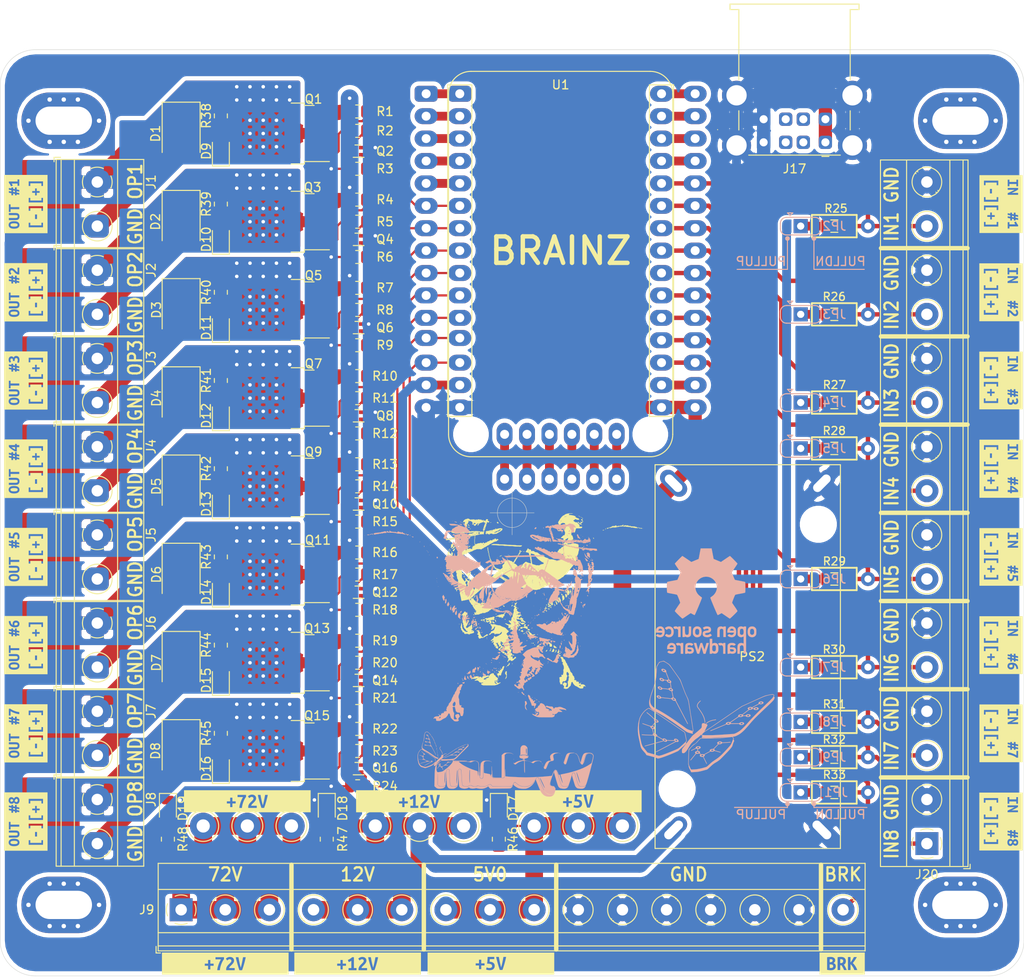
<source format=kicad_pcb>
(kicad_pcb (version 20171130) (host pcbnew 5.1.12-84ad8e8a86~92~ubuntu20.04.1)
  (layers (0 F.Cu signal) (31 B.Cu signal) (34 B.Paste user) (35 F.Paste user) (36 B.SilkS user) (37 F.SilkS user) (38 B.Mask user) (39 F.Mask user) (44 Edge.Cuts user))
  (net 0 "")
  (net 1 /12V)
  (net 2 /GND)
  (net 3 /72V)
  (net 4 /5V)
  (net 5 /BRAKE)
  (net 6 /IN8)
  (net 7 /IN7)
  (net 8 /IN6)
  (net 9 /IN5)
  (net 10 /IN4)
  (net 11 /IN3)
  (net 12 /IN2)
  (net 13 /IN1)
  (net 14 "Net-(JP1-Pad2)")
  (net 15 /3V3)
  (net 16 "Net-(JP2-Pad2)")
  (net 17 "Net-(JP3-Pad2)")
  (net 18 "Net-(JP4-Pad2)")
  (net 19 "Net-(JP5-Pad2)")
  (net 20 "Net-(JP6-Pad2)")
  (net 21 "Net-(JP7-Pad2)")
  (net 22 "Net-(JP8-Pad2)")
  (net 23 "Net-(JP9-Pad2)")
  (net 24 "Net-(Q1-Pad1)")
  (net 25 "Net-(Q3-Pad1)")
  (net 26 "Net-(Q5-Pad1)")
  (net 27 "Net-(Q7-Pad1)")
  (net 28 /OUT1)
  (net 29 /OUT2)
  (net 30 /OUT3)
  (net 31 /OUT4)
  (net 32 /OUT5)
  (net 33 /OUT6)
  (net 34 /OUT7)
  (net 35 /OUT8)
  (net 36 "Net-(U1-Pad1)")
  (net 37 "Net-(U1-Pad2)")
  (net 38 "Net-(U1-Pad3)")
  (net 39 "Net-(U1-Pad4)")
  (net 40 "Net-(U1-Pad5)")
  (net 41 "Net-(U1-Pad17)")
  (net 42 "Net-(U1-Pad31)")
  (net 43 "Net-(U1-Pad32)")
  (net 44 "Net-(U1-Pad33)")
  (net 45 "Net-(U1-Pad34)")
  (net 46 "Net-(U1-Pad35)")
  (net 47 "Net-(U1-Pad36)")
  (net 48 "Net-(U1-Pad27)")
  (net 49 "Net-(U1-Pad28)")
  (net 50 "Net-(U1-Pad29)")
  (net 51 "Net-(U1-Pad30)")
  (net 52 /MOSFETS/OP1)
  (net 53 /MOSFETS/OP2)
  (net 54 /MOSFETS/OP3)
  (net 55 /MOSFETS/OP4)
  (net 56 /MOSFETS/OP5)
  (net 57 /MOSFETS/OP6)
  (net 58 /MOSFETS/OP7)
  (net 59 /MOSFETS/OP8)
  (net 60 "Net-(D9-Pad2)")
  (net 61 "Net-(D10-Pad2)")
  (net 62 "Net-(D11-Pad2)")
  (net 63 "Net-(D12-Pad2)")
  (net 64 "Net-(D13-Pad2)")
  (net 65 "Net-(D14-Pad2)")
  (net 66 "Net-(D15-Pad2)")
  (net 67 "Net-(D16-Pad2)")
  (net 68 "Net-(D17-Pad2)")
  (net 69 "Net-(D18-Pad2)")
  (net 70 "Net-(D19-Pad2)")
  (net 71 "Net-(Q2-Pad3)")
  (net 72 "Net-(Q4-Pad3)")
  (net 73 "Net-(Q6-Pad3)")
  (net 74 "Net-(Q8-Pad3)")
  (net 75 "Net-(Q9-Pad1)")
  (net 76 "Net-(Q10-Pad3)")
  (net 77 "Net-(Q11-Pad1)")
  (net 78 "Net-(Q12-Pad3)")
  (net 79 "Net-(Q13-Pad1)")
  (net 80 "Net-(Q14-Pad3)")
  (net 81 "Net-(Q15-Pad1)")
  (net 82 "Net-(Q16-Pad3)")
  (module veloce:SOT-723 (layer F.Cu) (at 82.5 129 180)
    (fp_text reference Q16 (at -3.1 0.1) (layer F.SilkS))
    (fp_text value RYM002N05)
    (pad 1 smd rect (at -0.4 -0.4 180) (size 0.5 0.4) (layers F.Cu F.Paste F.Mask) (net 35 /OUT8))
    (pad 2 smd rect (at -0.4 0.4 180) (size 0.5 0.4) (layers F.Cu F.Paste F.Mask) (net 2 /GND))
    (pad 3 smd rect (at 0.4 0 180) (size 0.5 0.5) (layers F.Cu F.Paste F.Mask) (net 82 "Net-(Q16-Pad3)"))
  )
  (module veloce:SOT-723 (layer F.Cu) (at 82.5 119 180)
    (fp_text reference Q14 (at -3.1 0) (layer F.SilkS))
    (fp_text value RYM002N05)
    (pad 1 smd rect (at -0.4 -0.4 180) (size 0.5 0.4) (layers F.Cu F.Paste F.Mask) (net 34 /OUT7))
    (pad 2 smd rect (at -0.4 0.4 180) (size 0.5 0.4) (layers F.Cu F.Paste F.Mask) (net 2 /GND))
    (pad 3 smd rect (at 0.4 0 180) (size 0.5 0.5) (layers F.Cu F.Paste F.Mask) (net 80 "Net-(Q14-Pad3)"))
  )
  (module veloce:SOT-723 (layer F.Cu) (at 82.5 109 180)
    (fp_text reference Q12 (at -3.1 0) (layer F.SilkS))
    (fp_text value RYM002N05)
    (pad 1 smd rect (at -0.4 -0.4 180) (size 0.5 0.4) (layers F.Cu F.Paste F.Mask) (net 33 /OUT6))
    (pad 2 smd rect (at -0.4 0.4 180) (size 0.5 0.4) (layers F.Cu F.Paste F.Mask) (net 2 /GND))
    (pad 3 smd rect (at 0.4 0 180) (size 0.5 0.5) (layers F.Cu F.Paste F.Mask) (net 78 "Net-(Q12-Pad3)"))
  )
  (module veloce:SOT-723 (layer F.Cu) (at 82.5 99 180)
    (fp_text reference Q10 (at -3.1 0) (layer F.SilkS))
    (fp_text value RYM002N05)
    (pad 1 smd rect (at -0.4 -0.4 180) (size 0.5 0.4) (layers F.Cu F.Paste F.Mask) (net 32 /OUT5))
    (pad 2 smd rect (at -0.4 0.4 180) (size 0.5 0.4) (layers F.Cu F.Paste F.Mask) (net 2 /GND))
    (pad 3 smd rect (at 0.4 0 180) (size 0.5 0.5) (layers F.Cu F.Paste F.Mask) (net 76 "Net-(Q10-Pad3)"))
  )
  (module veloce:SOT-723 (layer F.Cu) (at 82.5 89 180)
    (fp_text reference Q8 (at -3.1 0) (layer F.SilkS))
    (fp_text value RYM002N05)
    (pad 1 smd rect (at -0.4 -0.4 180) (size 0.5 0.4) (layers F.Cu F.Paste F.Mask) (net 31 /OUT4))
    (pad 2 smd rect (at -0.4 0.4 180) (size 0.5 0.4) (layers F.Cu F.Paste F.Mask) (net 2 /GND))
    (pad 3 smd rect (at 0.4 0 180) (size 0.5 0.5) (layers F.Cu F.Paste F.Mask) (net 74 "Net-(Q8-Pad3)"))
  )
  (module veloce:SOT-723 (layer F.Cu) (at 82.5 79 180)
    (fp_text reference Q6 (at -3.1 0) (layer F.SilkS))
    (fp_text value RYM002N05)
    (pad 1 smd rect (at -0.4 -0.4 180) (size 0.5 0.4) (layers F.Cu F.Paste F.Mask) (net 30 /OUT3))
    (pad 2 smd rect (at -0.4 0.4 180) (size 0.5 0.4) (layers F.Cu F.Paste F.Mask) (net 2 /GND))
    (pad 3 smd rect (at 0.4 0 180) (size 0.5 0.5) (layers F.Cu F.Paste F.Mask) (net 73 "Net-(Q6-Pad3)"))
  )
  (module veloce:SOT-723 (layer F.Cu) (at 82.5 69 180)
    (fp_text reference Q4 (at -3.1 0) (layer F.SilkS))
    (fp_text value RYM002N05)
    (pad 1 smd rect (at -0.4 -0.4 180) (size 0.5 0.4) (layers F.Cu F.Paste F.Mask) (net 29 /OUT2))
    (pad 2 smd rect (at -0.4 0.4 180) (size 0.5 0.4) (layers F.Cu F.Paste F.Mask) (net 2 /GND))
    (pad 3 smd rect (at 0.4 0 180) (size 0.5 0.5) (layers F.Cu F.Paste F.Mask) (net 72 "Net-(Q4-Pad3)"))
  )
  (module veloce:SOT-723 (layer F.Cu) (at 82.5 59 180)
    (fp_text reference Q2 (at -3.1 0) (layer F.SilkS))
    (fp_text value RYM002N05)
    (pad 1 smd rect (at -0.4 -0.4 180) (size 0.5 0.4) (layers F.Cu F.Paste F.Mask) (net 28 /OUT1))
    (pad 2 smd rect (at -0.4 0.4 180) (size 0.5 0.4) (layers F.Cu F.Paste F.Mask) (net 2 /GND))
    (pad 3 smd rect (at 0.4 0 180) (size 0.5 0.5) (layers F.Cu F.Paste F.Mask) (net 71 "Net-(Q2-Pad3)"))
  )
  (module veloce:label_5V (layer F.Cu) (at 107.5 132.7)
    (fp_text reference kibuzzard-614E1E36 hide)
    (fp_text value G*** hide)
  )
  (module veloce:label_5V (layer F.Cu) (at 97.6 151.1)
    (fp_text reference kibuzzard-614E1E36 hide)
    (fp_text value G*** hide)
  )
  (module veloce:label_12V (layer F.Cu) (at 82.5 151.1)
    (fp_text reference kibuzzard-61BB7E28 hide)
    (fp_text value G*** hide)
  )
  (module veloce:label_12V (layer F.Cu) (at 89.5 132.7)
    (fp_text reference kibuzzard-614E1DC4 hide)
    (fp_text value G*** hide)
  )
  (module veloce:label_72V (layer F.Cu) (at 70 132.7)
    (fp_text reference kibuzzard-614E1DE5 hide)
    (fp_text value G*** hide)
  )
  (module veloce:label_72V (layer F.Cu) (at 67.5 151.1)
    (fp_text reference kibuzzard-61BB7E88 hide)
    (fp_text value G*** hide)
  )
  (module veloce:label_brk (layer F.Cu) (at 137.4 151.1)
    (fp_text reference kibuzzard-61BB7D75 hide)
    (fp_text value G*** hide)
  )
  (module veloce:label_OUT8 (layer F.Cu) (at 44.9 135 90)
    (fp_text reference kibuzzard-614E18BA hide)
    (fp_text value G*** hide)
  )
  (module veloce:label_OUT7 (layer F.Cu) (at 44.9 125 90)
    (fp_text reference kibuzzard-614E18B2 hide)
    (fp_text value G*** hide)
  )
  (module veloce:label_OUT6 (layer F.Cu) (at 44.9 115 90)
    (fp_text reference kibuzzard-614E18AA hide)
    (fp_text value G*** hide)
  )
  (module veloce:label_OUT5 (layer F.Cu) (at 44.9 105 90)
    (fp_text reference kibuzzard-614E18A2 hide)
    (fp_text value G*** hide)
  )
  (module veloce:label_OUT4 (layer F.Cu) (at 44.9 95 90)
    (fp_text reference kibuzzard-614E1899 hide)
    (fp_text value G*** hide)
  )
  (module veloce:label_OUT3 (layer F.Cu) (at 44.9 85 90)
    (fp_text reference kibuzzard-614E188E hide)
    (fp_text value G*** hide)
  )
  (module veloce:label_OUT2 (layer F.Cu) (at 44.9 75 90)
    (fp_text reference kibuzzard-614E1883 hide)
    (fp_text value G*** hide)
  )
  (module veloce:label_OUT1 (layer F.Cu) (at 44.9 65 90)
    (fp_text reference kibuzzard-614E1815 hide)
    (fp_text value G*** hide)
  )
  (module veloce:label_IN8 (layer F.Cu) (at 155.4 135 270)
    (fp_text reference kibuzzard-614E19DD hide)
    (fp_text value G*** hide)
  )
  (module veloce:label_IN7 (layer F.Cu) (at 155.4 125 270)
    (fp_text reference kibuzzard-614E19D4 hide)
    (fp_text value G*** hide)
  )
  (module veloce:label_IN6 (layer F.Cu) (at 155.4 115 270)
    (fp_text reference kibuzzard-614E19C8 hide)
    (fp_text value G*** hide)
  )
  (module veloce:label_IN5 (layer F.Cu) (at 155.4 105 270)
    (fp_text reference kibuzzard-614E19C0 hide)
    (fp_text value G*** hide)
  )
  (module veloce:label_IN4 (layer F.Cu) (at 155.4 95 270)
    (fp_text reference kibuzzard-614E19B6 hide)
    (fp_text value G*** hide)
  )
  (module veloce:label_IN3 (layer F.Cu) (at 155.4 85 270)
    (fp_text reference kibuzzard-614E19AF hide)
    (fp_text value G*** hide)
  )
  (module veloce:label_IN2 (layer F.Cu) (at 155.4 75 270)
    (fp_text reference kibuzzard-614E19A5 hide)
    (fp_text value G*** hide)
  )
  (module veloce:label_IN1 (layer F.Cu) (at 155.4 65 270)
    (fp_text reference kibuzzard-614E196C hide)
    (fp_text value G*** hide)
  )
  (module veloce:TO-252-3_TabPin2 (layer F.Cu) (at 74 127 180)
    (fp_text reference Q15 (at -3.9 4) (layer F.SilkS))
    (fp_text value ZXMP7A17K)
    (pad 2 thru_hole circle (at 0.7 -1.5 180) (size 0.8 0.8) (drill 0.4) (layers *.Cu *.Mask) (net 59 /MOSFETS/OP8))
    (pad 2 thru_hole circle (at 0.7 0 180) (size 0.8 0.8) (drill 0.4) (layers *.Cu *.Mask) (net 59 /MOSFETS/OP8))
    (pad 2 thru_hole circle (at 0.7 1.5 180) (size 0.8 0.8) (drill 0.4) (layers *.Cu *.Mask) (net 59 /MOSFETS/OP8))
    (pad 2 thru_hole circle (at 2.2 1.5 180) (size 0.8 0.8) (drill 0.4) (layers *.Cu *.Mask) (net 59 /MOSFETS/OP8))
    (pad 2 thru_hole circle (at 3.7 1.5 180) (size 0.8 0.8) (drill 0.4) (layers *.Cu *.Mask) (net 59 /MOSFETS/OP8))
    (pad 2 thru_hole circle (at 3.7 0 180) (size 0.8 0.8) (drill 0.4) (layers *.Cu *.Mask) (net 59 /MOSFETS/OP8))
    (pad 2 thru_hole circle (at 3.7 -1.5 180) (size 0.8 0.8) (drill 0.4) (layers *.Cu *.Mask) (net 59 /MOSFETS/OP8))
    (pad 2 thru_hole circle (at 2.2 -1.5 180) (size 0.8 0.8) (drill 0.4) (layers *.Cu *.Mask) (net 59 /MOSFETS/OP8))
    (pad 2 thru_hole circle (at 2.2 0 180) (size 0.8 0.8) (drill 0.4) (layers *.Cu *.Mask) (net 59 /MOSFETS/OP8))
    (pad 2 smd rect (at 2.2 0 180) (size 6.5 5.8) (layers F.Cu F.Mask) (net 59 /MOSFETS/OP8))
    (pad 3 smd rect (at -4.2 2.28 180) (size 2.85 1.25) (layers F.Cu F.Paste F.Mask) (net 1 /12V))
    (pad 2 smd rect (at -4.2 0 180) (size 2.85 1.25) (layers F.Cu F.Paste F.Mask) (net 59 /MOSFETS/OP8))
    (pad 1 smd rect (at -4.2 -2.28 180) (size 2.85 1.25) (layers F.Cu F.Paste F.Mask) (net 81 "Net-(Q15-Pad1)"))
  )
  (module veloce:TO-252-3_TabPin2 (layer F.Cu) (at 74 117 180)
    (fp_text reference Q13 (at -3.9 3.9) (layer F.SilkS))
    (fp_text value ZXMP7A17K)
    (pad 2 thru_hole circle (at 0.7 -1.5 180) (size 0.8 0.8) (drill 0.4) (layers *.Cu *.Mask) (net 58 /MOSFETS/OP7))
    (pad 2 thru_hole circle (at 0.7 0 180) (size 0.8 0.8) (drill 0.4) (layers *.Cu *.Mask) (net 58 /MOSFETS/OP7))
    (pad 2 thru_hole circle (at 0.7 1.5 180) (size 0.8 0.8) (drill 0.4) (layers *.Cu *.Mask) (net 58 /MOSFETS/OP7))
    (pad 2 thru_hole circle (at 2.2 1.5 180) (size 0.8 0.8) (drill 0.4) (layers *.Cu *.Mask) (net 58 /MOSFETS/OP7))
    (pad 2 thru_hole circle (at 3.7 1.5 180) (size 0.8 0.8) (drill 0.4) (layers *.Cu *.Mask) (net 58 /MOSFETS/OP7))
    (pad 2 thru_hole circle (at 3.7 0 180) (size 0.8 0.8) (drill 0.4) (layers *.Cu *.Mask) (net 58 /MOSFETS/OP7))
    (pad 2 thru_hole circle (at 3.7 -1.5 180) (size 0.8 0.8) (drill 0.4) (layers *.Cu *.Mask) (net 58 /MOSFETS/OP7))
    (pad 2 thru_hole circle (at 2.2 -1.5 180) (size 0.8 0.8) (drill 0.4) (layers *.Cu *.Mask) (net 58 /MOSFETS/OP7))
    (pad 2 thru_hole circle (at 2.2 0 180) (size 0.8 0.8) (drill 0.4) (layers *.Cu *.Mask) (net 58 /MOSFETS/OP7))
    (pad 2 smd rect (at 2.2 0 180) (size 6.5 5.8) (layers F.Cu F.Mask) (net 58 /MOSFETS/OP7))
    (pad 3 smd rect (at -4.2 2.28 180) (size 2.85 1.25) (layers F.Cu F.Paste F.Mask) (net 1 /12V))
    (pad 2 smd rect (at -4.2 0 180) (size 2.85 1.25) (layers F.Cu F.Paste F.Mask) (net 58 /MOSFETS/OP7))
    (pad 1 smd rect (at -4.2 -2.28 180) (size 2.85 1.25) (layers F.Cu F.Paste F.Mask) (net 79 "Net-(Q13-Pad1)"))
  )
  (module veloce:TO-252-3_TabPin2 (layer F.Cu) (at 74 107 180)
    (fp_text reference Q11 (at -4 3.9) (layer F.SilkS))
    (fp_text value ZXMP7A17K)
    (pad 2 thru_hole circle (at 0.7 -1.5 180) (size 0.8 0.8) (drill 0.4) (layers *.Cu *.Mask) (net 57 /MOSFETS/OP6))
    (pad 2 thru_hole circle (at 0.7 0 180) (size 0.8 0.8) (drill 0.4) (layers *.Cu *.Mask) (net 57 /MOSFETS/OP6))
    (pad 2 thru_hole circle (at 0.7 1.5 180) (size 0.8 0.8) (drill 0.4) (layers *.Cu *.Mask) (net 57 /MOSFETS/OP6))
    (pad 2 thru_hole circle (at 2.2 1.5 180) (size 0.8 0.8) (drill 0.4) (layers *.Cu *.Mask) (net 57 /MOSFETS/OP6))
    (pad 2 thru_hole circle (at 3.7 1.5 180) (size 0.8 0.8) (drill 0.4) (layers *.Cu *.Mask) (net 57 /MOSFETS/OP6))
    (pad 2 thru_hole circle (at 3.7 0 180) (size 0.8 0.8) (drill 0.4) (layers *.Cu *.Mask) (net 57 /MOSFETS/OP6))
    (pad 2 thru_hole circle (at 3.7 -1.5 180) (size 0.8 0.8) (drill 0.4) (layers *.Cu *.Mask) (net 57 /MOSFETS/OP6))
    (pad 2 thru_hole circle (at 2.2 -1.5 180) (size 0.8 0.8) (drill 0.4) (layers *.Cu *.Mask) (net 57 /MOSFETS/OP6))
    (pad 2 thru_hole circle (at 2.2 0 180) (size 0.8 0.8) (drill 0.4) (layers *.Cu *.Mask) (net 57 /MOSFETS/OP6))
    (pad 2 smd rect (at 2.2 0 180) (size 6.5 5.8) (layers F.Cu F.Mask) (net 57 /MOSFETS/OP6))
    (pad 3 smd rect (at -4.2 2.28 180) (size 2.85 1.25) (layers F.Cu F.Paste F.Mask) (net 1 /12V))
    (pad 2 smd rect (at -4.2 0 180) (size 2.85 1.25) (layers F.Cu F.Paste F.Mask) (net 57 /MOSFETS/OP6))
    (pad 1 smd rect (at -4.2 -2.28 180) (size 2.85 1.25) (layers F.Cu F.Paste F.Mask) (net 77 "Net-(Q11-Pad1)"))
  )
  (module veloce:TO-252-3_TabPin2 (layer F.Cu) (at 74 97 180)
    (fp_text reference Q9 (at -3.5 3.9) (layer F.SilkS))
    (fp_text value ZXMP7A17K)
    (pad 2 thru_hole circle (at 0.7 -1.5 180) (size 0.8 0.8) (drill 0.4) (layers *.Cu *.Mask) (net 56 /MOSFETS/OP5))
    (pad 2 thru_hole circle (at 0.7 0 180) (size 0.8 0.8) (drill 0.4) (layers *.Cu *.Mask) (net 56 /MOSFETS/OP5))
    (pad 2 thru_hole circle (at 0.7 1.5 180) (size 0.8 0.8) (drill 0.4) (layers *.Cu *.Mask) (net 56 /MOSFETS/OP5))
    (pad 2 thru_hole circle (at 2.2 1.5 180) (size 0.8 0.8) (drill 0.4) (layers *.Cu *.Mask) (net 56 /MOSFETS/OP5))
    (pad 2 thru_hole circle (at 3.7 1.5 180) (size 0.8 0.8) (drill 0.4) (layers *.Cu *.Mask) (net 56 /MOSFETS/OP5))
    (pad 2 thru_hole circle (at 3.7 0 180) (size 0.8 0.8) (drill 0.4) (layers *.Cu *.Mask) (net 56 /MOSFETS/OP5))
    (pad 2 thru_hole circle (at 3.7 -1.5 180) (size 0.8 0.8) (drill 0.4) (layers *.Cu *.Mask) (net 56 /MOSFETS/OP5))
    (pad 2 thru_hole circle (at 2.2 -1.5 180) (size 0.8 0.8) (drill 0.4) (layers *.Cu *.Mask) (net 56 /MOSFETS/OP5))
    (pad 2 thru_hole circle (at 2.2 0 180) (size 0.8 0.8) (drill 0.4) (layers *.Cu *.Mask) (net 56 /MOSFETS/OP5))
    (pad 2 smd rect (at 2.2 0 180) (size 6.5 5.8) (layers F.Cu F.Mask) (net 56 /MOSFETS/OP5))
    (pad 3 smd rect (at -4.2 2.28 180) (size 2.85 1.25) (layers F.Cu F.Paste F.Mask) (net 1 /12V))
    (pad 2 smd rect (at -4.2 0 180) (size 2.85 1.25) (layers F.Cu F.Paste F.Mask) (net 56 /MOSFETS/OP5))
    (pad 1 smd rect (at -4.2 -2.28 180) (size 2.85 1.25) (layers F.Cu F.Paste F.Mask) (net 75 "Net-(Q9-Pad1)"))
  )
  (module veloce:TO-252-3_TabPin2 (layer F.Cu) (at 74 87 180)
    (fp_text reference Q7 (at -3.5 3.9) (layer F.SilkS))
    (fp_text value ZXMP7A17K)
    (pad 2 thru_hole circle (at 0.7 -1.5 180) (size 0.8 0.8) (drill 0.4) (layers *.Cu *.Mask) (net 55 /MOSFETS/OP4))
    (pad 2 thru_hole circle (at 0.7 0 180) (size 0.8 0.8) (drill 0.4) (layers *.Cu *.Mask) (net 55 /MOSFETS/OP4))
    (pad 2 thru_hole circle (at 0.7 1.5 180) (size 0.8 0.8) (drill 0.4) (layers *.Cu *.Mask) (net 55 /MOSFETS/OP4))
    (pad 2 thru_hole circle (at 2.2 1.5 180) (size 0.8 0.8) (drill 0.4) (layers *.Cu *.Mask) (net 55 /MOSFETS/OP4))
    (pad 2 thru_hole circle (at 3.7 1.5 180) (size 0.8 0.8) (drill 0.4) (layers *.Cu *.Mask) (net 55 /MOSFETS/OP4))
    (pad 2 thru_hole circle (at 3.7 0 180) (size 0.8 0.8) (drill 0.4) (layers *.Cu *.Mask) (net 55 /MOSFETS/OP4))
    (pad 2 thru_hole circle (at 3.7 -1.5 180) (size 0.8 0.8) (drill 0.4) (layers *.Cu *.Mask) (net 55 /MOSFETS/OP4))
    (pad 2 thru_hole circle (at 2.2 -1.5 180) (size 0.8 0.8) (drill 0.4) (layers *.Cu *.Mask) (net 55 /MOSFETS/OP4))
    (pad 2 thru_hole circle (at 2.2 0 180) (size 0.8 0.8) (drill 0.4) (layers *.Cu *.Mask) (net 55 /MOSFETS/OP4))
    (pad 2 smd rect (at 2.2 0 180) (size 6.5 5.8) (layers F.Cu F.Mask) (net 55 /MOSFETS/OP4))
    (pad 3 smd rect (at -4.2 2.28 180) (size 2.85 1.25) (layers F.Cu F.Paste F.Mask) (net 1 /12V))
    (pad 2 smd rect (at -4.2 0 180) (size 2.85 1.25) (layers F.Cu F.Paste F.Mask) (net 55 /MOSFETS/OP4))
    (pad 1 smd rect (at -4.2 -2.28 180) (size 2.85 1.25) (layers F.Cu F.Paste F.Mask) (net 27 "Net-(Q7-Pad1)"))
  )
  (module veloce:TO-252-3_TabPin2 (layer F.Cu) (at 74 77 180)
    (fp_text reference Q5 (at -3.5 3.9) (layer F.SilkS))
    (fp_text value ZXMP7A17K)
    (pad 2 thru_hole circle (at 0.7 -1.5 180) (size 0.8 0.8) (drill 0.4) (layers *.Cu *.Mask) (net 54 /MOSFETS/OP3))
    (pad 2 thru_hole circle (at 0.7 0 180) (size 0.8 0.8) (drill 0.4) (layers *.Cu *.Mask) (net 54 /MOSFETS/OP3))
    (pad 2 thru_hole circle (at 0.7 1.5 180) (size 0.8 0.8) (drill 0.4) (layers *.Cu *.Mask) (net 54 /MOSFETS/OP3))
    (pad 2 thru_hole circle (at 2.2 1.5 180) (size 0.8 0.8) (drill 0.4) (layers *.Cu *.Mask) (net 54 /MOSFETS/OP3))
    (pad 2 thru_hole circle (at 3.7 1.5 180) (size 0.8 0.8) (drill 0.4) (layers *.Cu *.Mask) (net 54 /MOSFETS/OP3))
    (pad 2 thru_hole circle (at 3.7 0 180) (size 0.8 0.8) (drill 0.4) (layers *.Cu *.Mask) (net 54 /MOSFETS/OP3))
    (pad 2 thru_hole circle (at 3.7 -1.5 180) (size 0.8 0.8) (drill 0.4) (layers *.Cu *.Mask) (net 54 /MOSFETS/OP3))
    (pad 2 thru_hole circle (at 2.2 -1.5 180) (size 0.8 0.8) (drill 0.4) (layers *.Cu *.Mask) (net 54 /MOSFETS/OP3))
    (pad 2 thru_hole circle (at 2.2 0 180) (size 0.8 0.8) (drill 0.4) (layers *.Cu *.Mask) (net 54 /MOSFETS/OP3))
    (pad 2 smd rect (at 2.2 0 180) (size 6.5 5.8) (layers F.Cu F.Mask) (net 54 /MOSFETS/OP3))
    (pad 3 smd rect (at -4.2 2.28 180) (size 2.85 1.25) (layers F.Cu F.Paste F.Mask) (net 1 /12V))
    (pad 2 smd rect (at -4.2 0 180) (size 2.85 1.25) (layers F.Cu F.Paste F.Mask) (net 54 /MOSFETS/OP3))
    (pad 1 smd rect (at -4.2 -2.28 180) (size 2.85 1.25) (layers F.Cu F.Paste F.Mask) (net 26 "Net-(Q5-Pad1)"))
  )
  (module veloce:TO-252-3_TabPin2 (layer F.Cu) (at 74 67 180)
    (fp_text reference Q3 (at -3.4 3.9) (layer F.SilkS))
    (fp_text value FQD11P06TM)
    (pad 2 thru_hole circle (at 0.7 -1.5 180) (size 0.8 0.8) (drill 0.4) (layers *.Cu *.Mask) (net 53 /MOSFETS/OP2))
    (pad 2 thru_hole circle (at 0.7 0 180) (size 0.8 0.8) (drill 0.4) (layers *.Cu *.Mask) (net 53 /MOSFETS/OP2))
    (pad 2 thru_hole circle (at 0.7 1.5 180) (size 0.8 0.8) (drill 0.4) (layers *.Cu *.Mask) (net 53 /MOSFETS/OP2))
    (pad 2 thru_hole circle (at 2.2 1.5 180) (size 0.8 0.8) (drill 0.4) (layers *.Cu *.Mask) (net 53 /MOSFETS/OP2))
    (pad 2 thru_hole circle (at 3.7 1.5 180) (size 0.8 0.8) (drill 0.4) (layers *.Cu *.Mask) (net 53 /MOSFETS/OP2))
    (pad 2 thru_hole circle (at 3.7 0 180) (size 0.8 0.8) (drill 0.4) (layers *.Cu *.Mask) (net 53 /MOSFETS/OP2))
    (pad 2 thru_hole circle (at 3.7 -1.5 180) (size 0.8 0.8) (drill 0.4) (layers *.Cu *.Mask) (net 53 /MOSFETS/OP2))
    (pad 2 thru_hole circle (at 2.2 -1.5 180) (size 0.8 0.8) (drill 0.4) (layers *.Cu *.Mask) (net 53 /MOSFETS/OP2))
    (pad 2 thru_hole circle (at 2.2 0 180) (size 0.8 0.8) (drill 0.4) (layers *.Cu *.Mask) (net 53 /MOSFETS/OP2))
    (pad 2 smd rect (at 2.2 0 180) (size 6.5 5.8) (layers F.Cu F.Mask) (net 53 /MOSFETS/OP2))
    (pad 3 smd rect (at -4.2 2.28 180) (size 2.85 1.25) (layers F.Cu F.Paste F.Mask) (net 1 /12V))
    (pad 2 smd rect (at -4.2 0 180) (size 2.85 1.25) (layers F.Cu F.Paste F.Mask) (net 53 /MOSFETS/OP2))
    (pad 1 smd rect (at -4.2 -2.28 180) (size 2.85 1.25) (layers F.Cu F.Paste F.Mask) (net 25 "Net-(Q3-Pad1)"))
  )
  (module veloce:TO-252-3_TabPin2 (layer F.Cu) (at 74 57 180)
    (fp_text reference Q1 (at -3.5 3.9) (layer F.SilkS))
    (fp_text value FQD11P06TM)
    (pad 2 thru_hole circle (at 0.7 -1.5 180) (size 0.8 0.8) (drill 0.4) (layers *.Cu *.Mask) (net 52 /MOSFETS/OP1))
    (pad 2 thru_hole circle (at 0.7 0 180) (size 0.8 0.8) (drill 0.4) (layers *.Cu *.Mask) (net 52 /MOSFETS/OP1))
    (pad 2 thru_hole circle (at 0.7 1.5 180) (size 0.8 0.8) (drill 0.4) (layers *.Cu *.Mask) (net 52 /MOSFETS/OP1))
    (pad 2 thru_hole circle (at 2.2 1.5 180) (size 0.8 0.8) (drill 0.4) (layers *.Cu *.Mask) (net 52 /MOSFETS/OP1))
    (pad 2 thru_hole circle (at 3.7 1.5 180) (size 0.8 0.8) (drill 0.4) (layers *.Cu *.Mask) (net 52 /MOSFETS/OP1))
    (pad 2 thru_hole circle (at 3.7 0 180) (size 0.8 0.8) (drill 0.4) (layers *.Cu *.Mask) (net 52 /MOSFETS/OP1))
    (pad 2 thru_hole circle (at 3.7 -1.5 180) (size 0.8 0.8) (drill 0.4) (layers *.Cu *.Mask) (net 52 /MOSFETS/OP1))
    (pad 2 thru_hole circle (at 2.2 -1.5 180) (size 0.8 0.8) (drill 0.4) (layers *.Cu *.Mask) (net 52 /MOSFETS/OP1))
    (pad 2 thru_hole circle (at 2.2 0 180) (size 0.8 0.8) (drill 0.4) (layers *.Cu *.Mask) (net 52 /MOSFETS/OP1))
    (pad 2 smd rect (at 2.2 0 180) (size 6.5 5.8) (layers F.Cu F.Mask) (net 52 /MOSFETS/OP1))
    (pad 3 smd rect (at -4.2 2.28 180) (size 2.85 1.25) (layers F.Cu F.Paste F.Mask) (net 1 /12V))
    (pad 2 smd rect (at -4.2 0 180) (size 2.85 1.25) (layers F.Cu F.Paste F.Mask) (net 52 /MOSFETS/OP1))
    (pad 1 smd rect (at -4.2 -2.28 180) (size 2.85 1.25) (layers F.Cu F.Paste F.Mask) (net 24 "Net-(Q1-Pad1)"))
  )
  (module veloce:Adafruit_HUZZAH_ESP32_breakout_FIXED (layer F.Cu) (at 105.5 71.8)
    (fp_text reference U1 (at 0 -20.32) (layer F.SilkS))
    (fp_text value Adafruit_HUZZAH_ESP32_breakout_physical)
    (pad 36 thru_hole oval (at 6.35 24.384) (size 1.8 2.6) (drill 1.02) (layers *.Cu *.Mask) (net 47 "Net-(U1-Pad36)"))
    (pad 35 thru_hole oval (at 3.81 24.384) (size 1.8 2.6) (drill 1.02) (layers *.Cu *.Mask) (net 46 "Net-(U1-Pad35)"))
    (pad 34 thru_hole oval (at 1.27 24.384) (size 1.8 2.6) (drill 1.02) (layers *.Cu *.Mask) (net 45 "Net-(U1-Pad34)"))
    (pad 33 thru_hole oval (at -1.27 24.384) (size 1.8 2.6) (drill 1.02) (layers *.Cu *.Mask) (net 44 "Net-(U1-Pad33)"))
    (pad 32 thru_hole oval (at -3.81 24.384) (size 1.8 2.6) (drill 1.02) (layers *.Cu *.Mask) (net 43 "Net-(U1-Pad32)"))
    (pad 31 thru_hole oval (at -6.35 24.384) (size 1.8 2.6) (drill 1.02) (layers *.Cu *.Mask) (net 42 "Net-(U1-Pad31)"))
    (pad 24 thru_hole oval (at 15.24 -4.064) (size 2.6 1.8) (drill 1.02) (layers *.Cu *.Mask) (net 11 /IN3))
    (pad 25 thru_hole oval (at 15.24 -6.604) (size 2.6 1.8) (drill 1.02) (layers *.Cu *.Mask) (net 12 /IN2))
    (pad 20 thru_hole oval (at 15.24 6.096) (size 2.6 1.8) (drill 1.02) (layers *.Cu *.Mask) (net 7 /IN7))
    (pad 21 thru_hole oval (at 15.24 3.556) (size 2.6 1.8) (drill 1.02) (layers *.Cu *.Mask) (net 8 /IN6))
    (pad 22 thru_hole oval (at 15.24 1.016) (size 2.6 1.8) (drill 1.02) (layers *.Cu *.Mask) (net 9 /IN5))
    (pad 23 thru_hole oval (at 15.24 -1.524) (size 2.6 1.8) (drill 1.02) (layers *.Cu *.Mask) (net 10 /IN4))
    (pad 30 thru_hole oval (at 15.24 -19.304) (size 2.6 1.8) (drill 1.02) (layers *.Cu *.Mask) (net 51 "Net-(U1-Pad30)"))
    (pad 29 thru_hole oval (at 15.24 -16.764) (size 2.6 1.8) (drill 1.02) (layers *.Cu *.Mask) (net 50 "Net-(U1-Pad29)"))
    (pad 28 thru_hole oval (at 15.24 -14.224) (size 2.6 1.8) (drill 1.02) (layers *.Cu *.Mask) (net 49 "Net-(U1-Pad28)"))
    (pad 27 thru_hole oval (at 15.24 -11.684) (size 2.6 1.8) (drill 1.02) (layers *.Cu *.Mask) (net 48 "Net-(U1-Pad27)"))
    (pad 26 thru_hole oval (at 15.24 -9.144) (size 2.6 1.8) (drill 1.02) (layers *.Cu *.Mask) (net 13 /IN1))
    (pad 16 thru_hole oval (at 15.24 16.256) (size 2.6 1.8) (drill 1.02) (layers *.Cu *.Mask) (net 4 /5V))
    (pad 17 thru_hole oval (at 15.24 13.716) (size 2.6 1.8) (drill 1.02) (layers *.Cu *.Mask) (net 41 "Net-(U1-Pad17)"))
    (pad 18 thru_hole oval (at 15.24 11.176) (size 2.6 1.8) (drill 1.02) (layers *.Cu *.Mask) (net 5 /BRAKE))
    (pad 19 thru_hole oval (at 15.24 8.636) (size 2.6 1.8) (drill 1.02) (layers *.Cu *.Mask) (net 6 /IN8))
    (pad 2 thru_hole oval (at -15.24 -16.764) (size 2.6 1.8) (drill 1.02) (layers *.Cu *.Mask) (net 37 "Net-(U1-Pad2)"))
    (pad 1 thru_hole roundrect (at -15.24 -19.304) (size 2.6 1.8) (drill 1.02) (layers *.Cu *.Mask) (net 36 "Net-(U1-Pad1)"))
    (pad 7 thru_hole oval (at -15.24 -4.064) (size 2.6 1.8) (drill 1.02) (layers *.Cu *.Mask) (net 29 /OUT2))
    (pad 6 thru_hole oval (at -15.24 -6.604) (size 2.6 1.8) (drill 1.02) (layers *.Cu *.Mask) (net 28 /OUT1))
    (pad 5 thru_hole oval (at -15.24 -9.144) (size 2.6 1.8) (drill 1.02) (layers *.Cu *.Mask) (net 40 "Net-(U1-Pad5)"))
    (pad 4 thru_hole oval (at -15.24 -11.684) (size 2.6 1.8) (drill 1.02) (layers *.Cu *.Mask) (net 39 "Net-(U1-Pad4)"))
    (pad 3 thru_hole oval (at -15.24 -14.224) (size 2.6 1.8) (drill 1.02) (layers *.Cu *.Mask) (net 38 "Net-(U1-Pad3)"))
    (pad 15 thru_hole oval (at -15.24 16.256) (size 2.6 1.8) (drill 1.02) (layers *.Cu *.Mask) (net 2 /GND))
    (pad 14 thru_hole oval (at -15.24 13.716) (size 2.6 1.8) (drill 1.02) (layers *.Cu *.Mask) (net 15 /3V3))
    (pad 13 thru_hole oval (at -15.24 11.176) (size 2.6 1.8) (drill 1.02) (layers *.Cu *.Mask) (net 35 /OUT8))
    (pad 12 thru_hole oval (at -15.24 8.382) (size 2.6 1.8) (drill 1.02) (layers *.Cu *.Mask) (net 34 /OUT7))
    (pad 11 thru_hole oval (at -15.24 6.096) (size 2.6 1.8) (drill 1.02) (layers *.Cu *.Mask) (net 33 /OUT6))
    (pad 10 thru_hole oval (at -15.24 3.556) (size 2.6 1.8) (drill 1.02) (layers *.Cu *.Mask) (net 32 /OUT5))
    (pad 9 thru_hole oval (at -15.24 1.016) (size 2.6 1.8) (drill 1.02) (layers *.Cu *.Mask) (net 31 /OUT4))
    (pad 8 thru_hole oval (at -15.24 -1.524) (size 2.6 1.8) (drill 1.02) (layers *.Cu *.Mask) (net 30 /OUT3))
    (pad 30 thru_hole oval (at 11.43 -19.304) (size 2.6 1.8) (drill 1.02) (layers *.Cu *.Mask) (net 51 "Net-(U1-Pad30)"))
    (pad 29 thru_hole oval (at 11.43 -16.764) (size 2.6 1.8) (drill 1.02) (layers *.Cu *.Mask) (net 50 "Net-(U1-Pad29)"))
    (pad 28 thru_hole oval (at 11.43 -14.224) (size 2.6 1.8) (drill 1.02) (layers *.Cu *.Mask) (net 49 "Net-(U1-Pad28)"))
    (pad 27 thru_hole oval (at 11.43 -11.684) (size 2.6 1.8) (drill 1.02) (layers *.Cu *.Mask) (net 48 "Net-(U1-Pad27)"))
    (pad 26 thru_hole oval (at 11.43 -9.144) (size 2.6 1.8) (drill 1.02) (layers *.Cu *.Mask) (net 13 /IN1))
    (pad 15 thru_hole oval (at -11.43 16.256) (size 2.6 1.8) (drill 1.02) (layers *.Cu *.Mask) (net 2 /GND))
    (pad 14 thru_hole oval (at -11.43 13.716) (size 2.6 1.8) (drill 1.02) (layers *.Cu *.Mask) (net 15 /3V3))
    (pad 13 thru_hole oval (at -11.43 11.176) (size 2.6 1.8) (drill 1.02) (layers *.Cu *.Mask) (net 35 /OUT8))
    (pad 12 thru_hole oval (at -11.43 8.382) (size 2.6 1.8) (drill 1.02) (layers *.Cu *.Mask) (net 34 /OUT7))
    (pad 11 thru_hole oval (at -11.43 6.096) (size 2.6 1.8) (drill 1.02) (layers *.Cu *.Mask) (net 33 /OUT6))
    (pad 36 thru_hole oval (at 6.35 19.304) (size 1.8 2.6) (drill 1.02) (layers *.Cu *.Mask) (net 47 "Net-(U1-Pad36)"))
    (pad 35 thru_hole oval (at 3.81 19.304) (size 1.8 2.6) (drill 1.02) (layers *.Cu *.Mask) (net 46 "Net-(U1-Pad35)"))
    (pad 34 thru_hole oval (at 1.27 19.304) (size 1.8 2.6) (drill 1.02) (layers *.Cu *.Mask) (net 45 "Net-(U1-Pad34)"))
    (pad 33 thru_hole oval (at -1.27 19.304) (size 1.8 2.6) (drill 1.02) (layers *.Cu *.Mask) (net 44 "Net-(U1-Pad33)"))
    (pad 32 thru_hole oval (at -3.81 19.304) (size 1.8 2.6) (drill 1.02) (layers *.Cu *.Mask) (net 43 "Net-(U1-Pad32)"))
    (pad 31 thru_hole oval (at -6.35 19.304) (size 1.8 2.6) (drill 1.02) (layers *.Cu *.Mask) (net 42 "Net-(U1-Pad31)"))
    (pad "" np_thru_hole circle (at 10.16 19.304) (size 3.048 3.048) (drill 3.048) (layers *.Cu *.Mask) (clearance 0.4))
    (pad "" np_thru_hole circle (at -10.16 19.304) (size 3.048 3.048) (drill 3.048) (layers *.Cu *.Mask) (clearance 0.4))
    (pad 16 thru_hole oval (at 11.43 16.256) (size 2.6 1.8) (drill 1.02) (layers *.Cu *.Mask) (net 4 /5V))
    (pad 10 thru_hole oval (at -11.43 3.556) (size 2.6 1.8) (drill 1.02) (layers *.Cu *.Mask) (net 32 /OUT5))
    (pad 17 thru_hole oval (at 11.43 13.716) (size 2.6 1.8) (drill 1.02) (layers *.Cu *.Mask) (net 41 "Net-(U1-Pad17)"))
    (pad 9 thru_hole oval (at -11.43 1.016) (size 2.6 1.8) (drill 1.02) (layers *.Cu *.Mask) (net 31 /OUT4))
    (pad 18 thru_hole oval (at 11.43 11.176) (size 2.6 1.8) (drill 1.02) (layers *.Cu *.Mask) (net 5 /BRAKE))
    (pad 8 thru_hole oval (at -11.43 -1.524) (size 2.6 1.8) (drill 1.02) (layers *.Cu *.Mask) (net 30 /OUT3))
    (pad 19 thru_hole oval (at 11.43 8.636) (size 2.6 1.8) (drill 1.02) (layers *.Cu *.Mask) (net 6 /IN8))
    (pad 7 thru_hole oval (at -11.43 -4.064) (size 2.6 1.8) (drill 1.02) (layers *.Cu *.Mask) (net 29 /OUT2))
    (pad 20 thru_hole oval (at 11.43 6.096) (size 2.6 1.8) (drill 1.02) (layers *.Cu *.Mask) (net 7 /IN7))
    (pad 6 thru_hole oval (at -11.43 -6.604) (size 2.6 1.8) (drill 1.02) (layers *.Cu *.Mask) (net 28 /OUT1))
    (pad 21 thru_hole oval (at 11.43 3.556) (size 2.6 1.8) (drill 1.02) (layers *.Cu *.Mask) (net 8 /IN6))
    (pad 5 thru_hole oval (at -11.43 -9.144) (size 2.6 1.8) (drill 1.02) (layers *.Cu *.Mask) (net 40 "Net-(U1-Pad5)"))
    (pad 22 thru_hole oval (at 11.43 1.016) (size 2.6 1.8) (drill 1.02) (layers *.Cu *.Mask) (net 9 /IN5))
    (pad 4 thru_hole oval (at -11.43 -11.684) (size 2.6 1.8) (drill 1.02) (layers *.Cu *.Mask) (net 39 "Net-(U1-Pad4)"))
    (pad 23 thru_hole oval (at 11.43 -1.524) (size 2.6 1.8) (drill 1.02) (layers *.Cu *.Mask) (net 10 /IN4))
    (pad 3 thru_hole oval (at -11.43 -14.224) (size 2.6 1.8) (drill 1.02) (layers *.Cu *.Mask) (net 38 "Net-(U1-Pad3)"))
    (pad 24 thru_hole oval (at 11.43 -4.064) (size 2.6 1.8) (drill 1.02) (layers *.Cu *.Mask) (net 11 /IN3))
    (pad 2 thru_hole oval (at -11.43 -16.764) (size 2.6 1.8) (drill 1.02) (layers *.Cu *.Mask) (net 37 "Net-(U1-Pad2)"))
    (pad 25 thru_hole oval (at 11.43 -6.604) (size 2.6 1.8) (drill 1.02) (layers *.Cu *.Mask) (net 12 /IN2))
    (pad 1 thru_hole roundrect (at -11.43 -19.304) (size 2.6 1.8) (drill 1.02) (layers *.Cu *.Mask) (net 36 "Net-(U1-Pad1)"))
  )
  (module veloce:5VReg_module_LM2596 (layer F.Cu) (at 126.7 116.3 90)
    (fp_text reference PS2 (at 0 0.5 180) (layer F.SilkS))
    (fp_text value LM2569)
    (pad "" np_thru_hole circle (at -15 -8 135) (size 3.2 3.2) (drill 3.2) (layers *.Cu *.Mask))
    (pad "" np_thru_hole circle (at 15 8 135) (size 3.2 3.2) (drill 3.2) (layers *.Cu *.Mask))
    (pad VO thru_hole oval (at 19.65 -8.4 135) (size 3.6 1.8) (drill oval 2.4 1) (layers *.Cu *.Mask) (net 4 /5V))
    (pad VIN thru_hole oval (at -19.65 -8.4 45) (size 3.6 1.8) (drill oval 2.6 1) (layers *.Cu *.Mask) (net 1 /12V))
    (pad GND thru_hole oval (at 19.65 8.4 225) (size 3.6 1.8) (drill oval 2.4 1) (layers *.Cu *.Mask) (net 2 /GND))
    (pad GND thru_hole oval (at -19.65 8.4 135) (size 3.6 1.8) (drill oval 2.6 1) (layers *.Cu *.Mask) (net 2 /GND))
  )
  (module veloce:MountingHole_3.2mmx6.4mm_M3_Pad_Via (layer F.Cu) (at 150.8 144.45)
    (fp_text reference H2 hide)
    (fp_text value Screw)
    (pad 1 thru_hole oval (at 0 0) (size 9.6 6.4) (drill oval 6.4 3.2) (layers *.Cu *.Mask))
    (pad 1 thru_hole circle (at 4 0) (size 0.8 0.8) (drill 0.5) (layers *.Cu *.Mask))
    (pad 1 thru_hole circle (at 1.6 2.4) (size 0.8 0.8) (drill 0.5) (layers *.Cu *.Mask))
    (pad 1 thru_hole circle (at 0 2.4) (size 0.8 0.8) (drill 0.5) (layers *.Cu *.Mask))
    (pad 1 thru_hole circle (at -1.6 2.4) (size 0.8 0.8) (drill 0.5) (layers *.Cu *.Mask))
    (pad 1 thru_hole circle (at -4 0) (size 0.8 0.8) (drill 0.5) (layers *.Cu *.Mask))
    (pad 1 thru_hole circle (at -1.6 -2.4) (size 0.8 0.8) (drill 0.5) (layers *.Cu *.Mask))
    (pad 1 thru_hole circle (at 0 -2.4) (size 0.8 0.8) (drill 0.5) (layers *.Cu *.Mask))
    (pad 1 thru_hole circle (at 1.6 -2.4) (size 0.8 0.8) (drill 0.5) (layers *.Cu *.Mask))
  )
  (module veloce:R_0805_2012Metric (layer F.Cu) (at 82.5 131)
    (fp_text reference R24 (at 3.1 0) (layer F.SilkS))
    (fp_text value 12k)
    (pad 2 smd roundrect (at 0.9125 0) (size 1.025 1.4) (layers F.Cu F.Paste F.Mask) (roundrect_rratio 0.243902) (net 35 /OUT8))
    (pad 1 smd roundrect (at -0.9125 0) (size 1.025 1.4) (layers F.Cu F.Paste F.Mask) (roundrect_rratio 0.243902) (net 2 /GND))
  )
  (module veloce:MountingHole_3.2mmx6.4mm_M3_Pad_Via (layer F.Cu) (at 49.2 144.45)
    (fp_text reference H4 hide)
    (fp_text value Screw)
    (pad 1 thru_hole oval (at 0 0) (size 9.6 6.4) (drill oval 6.4 3.2) (layers *.Cu *.Mask))
    (pad 1 thru_hole circle (at 4 0) (size 0.8 0.8) (drill 0.5) (layers *.Cu *.Mask))
    (pad 1 thru_hole circle (at 1.6 2.4) (size 0.8 0.8) (drill 0.5) (layers *.Cu *.Mask))
    (pad 1 thru_hole circle (at 0 2.4) (size 0.8 0.8) (drill 0.5) (layers *.Cu *.Mask))
    (pad 1 thru_hole circle (at -1.6 2.4) (size 0.8 0.8) (drill 0.5) (layers *.Cu *.Mask))
    (pad 1 thru_hole circle (at -4 0) (size 0.8 0.8) (drill 0.5) (layers *.Cu *.Mask))
    (pad 1 thru_hole circle (at -1.6 -2.4) (size 0.8 0.8) (drill 0.5) (layers *.Cu *.Mask))
    (pad 1 thru_hole circle (at 0 -2.4) (size 0.8 0.8) (drill 0.5) (layers *.Cu *.Mask))
    (pad 1 thru_hole circle (at 1.6 -2.4) (size 0.8 0.8) (drill 0.5) (layers *.Cu *.Mask))
  )
  (module veloce:MountingHole_3.2mmx6.4mm_M3_Pad_Via (layer F.Cu) (at 150.8 55.55)
    (fp_text reference H3 hide)
    (fp_text value Screw)
    (pad 1 thru_hole oval (at 0 0) (size 9.6 6.4) (drill oval 6.4 3.2) (layers *.Cu *.Mask))
    (pad 1 thru_hole circle (at 4 0) (size 0.8 0.8) (drill 0.5) (layers *.Cu *.Mask))
    (pad 1 thru_hole circle (at 1.6 2.4) (size 0.8 0.8) (drill 0.5) (layers *.Cu *.Mask))
    (pad 1 thru_hole circle (at 0 2.4) (size 0.8 0.8) (drill 0.5) (layers *.Cu *.Mask))
    (pad 1 thru_hole circle (at -1.6 2.4) (size 0.8 0.8) (drill 0.5) (layers *.Cu *.Mask))
    (pad 1 thru_hole circle (at -4 0) (size 0.8 0.8) (drill 0.5) (layers *.Cu *.Mask))
    (pad 1 thru_hole circle (at -1.6 -2.4) (size 0.8 0.8) (drill 0.5) (layers *.Cu *.Mask))
    (pad 1 thru_hole circle (at 0 -2.4) (size 0.8 0.8) (drill 0.5) (layers *.Cu *.Mask))
    (pad 1 thru_hole circle (at 1.6 -2.4) (size 0.8 0.8) (drill 0.5) (layers *.Cu *.Mask))
  )
  (module veloce:MountingHole_3.2mmx6.4mm_M3_Pad_Via (layer F.Cu) (at 49.2 55.55)
    (fp_text reference H1 hide)
    (fp_text value Screw)
    (pad 1 thru_hole oval (at 0 0) (size 9.6 6.4) (drill oval 6.4 3.2) (layers *.Cu *.Mask))
    (pad 1 thru_hole circle (at 4 0) (size 0.8 0.8) (drill 0.5) (layers *.Cu *.Mask))
    (pad 1 thru_hole circle (at 1.6 2.4) (size 0.8 0.8) (drill 0.5) (layers *.Cu *.Mask))
    (pad 1 thru_hole circle (at 0 2.4) (size 0.8 0.8) (drill 0.5) (layers *.Cu *.Mask))
    (pad 1 thru_hole circle (at -1.6 2.4) (size 0.8 0.8) (drill 0.5) (layers *.Cu *.Mask))
    (pad 1 thru_hole circle (at -4 0) (size 0.8 0.8) (drill 0.5) (layers *.Cu *.Mask))
    (pad 1 thru_hole circle (at -1.6 -2.4) (size 0.8 0.8) (drill 0.5) (layers *.Cu *.Mask))
    (pad 1 thru_hole circle (at 0 -2.4) (size 0.8 0.8) (drill 0.5) (layers *.Cu *.Mask))
    (pad 1 thru_hole circle (at 1.6 -2.4) (size 0.8 0.8) (drill 0.5) (layers *.Cu *.Mask))
  )
  (module veloce:R_0805_2012Metric (layer F.Cu) (at 61 137 90)
    (fp_text reference R48 (at 0 1.7 90) (layer F.SilkS))
    (fp_text value 7k5)
    (pad 2 smd roundrect (at 0.9125 0 90) (size 1.025 1.4) (layers F.Cu F.Paste F.Mask) (roundrect_rratio 0.243902) (net 70 "Net-(D19-Pad2)"))
    (pad 1 smd roundrect (at -0.9125 0 90) (size 1.025 1.4) (layers F.Cu F.Paste F.Mask) (roundrect_rratio 0.243902) (net 3 /72V))
  )
  (module veloce:R_0805_2012Metric (layer F.Cu) (at 79 137 90)
    (fp_text reference R47 (at 0 1.8 90) (layer F.SilkS))
    (fp_text value 2k)
    (pad 2 smd roundrect (at 0.9125 0 90) (size 1.025 1.4) (layers F.Cu F.Paste F.Mask) (roundrect_rratio 0.243902) (net 69 "Net-(D18-Pad2)"))
    (pad 1 smd roundrect (at -0.9125 0 90) (size 1.025 1.4) (layers F.Cu F.Paste F.Mask) (roundrect_rratio 0.243902) (net 1 /12V))
  )
  (module veloce:R_0805_2012Metric (layer F.Cu) (at 98.5 137 90)
    (fp_text reference R46 (at 0 1.6 90) (layer F.SilkS))
    (fp_text value 620E)
    (pad 2 smd roundrect (at 0.9125 0 90) (size 1.025 1.4) (layers F.Cu F.Paste F.Mask) (roundrect_rratio 0.243902) (net 68 "Net-(D17-Pad2)"))
    (pad 1 smd roundrect (at -0.9125 0 90) (size 1.025 1.4) (layers F.Cu F.Paste F.Mask) (roundrect_rratio 0.243902) (net 4 /5V))
  )
  (module veloce:R_0805_2012Metric (layer F.Cu) (at 67 125 90)
    (fp_text reference R45 (at 0 -1.65 90) (layer F.SilkS))
    (fp_text value 1k)
    (pad 2 smd roundrect (at 0.9125 0 90) (size 1.025 1.4) (layers F.Cu F.Paste F.Mask) (roundrect_rratio 0.243902) (net 59 /MOSFETS/OP8))
    (pad 1 smd roundrect (at -0.9125 0 90) (size 1.025 1.4) (layers F.Cu F.Paste F.Mask) (roundrect_rratio 0.243902) (net 67 "Net-(D16-Pad2)"))
  )
  (module veloce:R_0805_2012Metric (layer F.Cu) (at 67 115 90)
    (fp_text reference R44 (at 0 -1.65 90) (layer F.SilkS))
    (fp_text value 1k)
    (pad 2 smd roundrect (at 0.9125 0 90) (size 1.025 1.4) (layers F.Cu F.Paste F.Mask) (roundrect_rratio 0.243902) (net 58 /MOSFETS/OP7))
    (pad 1 smd roundrect (at -0.9125 0 90) (size 1.025 1.4) (layers F.Cu F.Paste F.Mask) (roundrect_rratio 0.243902) (net 66 "Net-(D15-Pad2)"))
  )
  (module veloce:R_0805_2012Metric (layer F.Cu) (at 67 105 90)
    (fp_text reference R43 (at 0 -1.65 90) (layer F.SilkS))
    (fp_text value 1k)
    (pad 2 smd roundrect (at 0.9125 0 90) (size 1.025 1.4) (layers F.Cu F.Paste F.Mask) (roundrect_rratio 0.243902) (net 57 /MOSFETS/OP6))
    (pad 1 smd roundrect (at -0.9125 0 90) (size 1.025 1.4) (layers F.Cu F.Paste F.Mask) (roundrect_rratio 0.243902) (net 65 "Net-(D14-Pad2)"))
  )
  (module veloce:R_0805_2012Metric (layer F.Cu) (at 67 95 90)
    (fp_text reference R42 (at 0 -1.65 90) (layer F.SilkS))
    (fp_text value 1k)
    (pad 2 smd roundrect (at 0.9125 0 90) (size 1.025 1.4) (layers F.Cu F.Paste F.Mask) (roundrect_rratio 0.243902) (net 56 /MOSFETS/OP5))
    (pad 1 smd roundrect (at -0.9125 0 90) (size 1.025 1.4) (layers F.Cu F.Paste F.Mask) (roundrect_rratio 0.243902) (net 64 "Net-(D13-Pad2)"))
  )
  (module veloce:R_0805_2012Metric (layer F.Cu) (at 67 85 90)
    (fp_text reference R41 (at 0 -1.65 90) (layer F.SilkS))
    (fp_text value 1k)
    (pad 2 smd roundrect (at 0.9125 0 90) (size 1.025 1.4) (layers F.Cu F.Paste F.Mask) (roundrect_rratio 0.243902) (net 55 /MOSFETS/OP4))
    (pad 1 smd roundrect (at -0.9125 0 90) (size 1.025 1.4) (layers F.Cu F.Paste F.Mask) (roundrect_rratio 0.243902) (net 63 "Net-(D12-Pad2)"))
  )
  (module veloce:R_0805_2012Metric (layer F.Cu) (at 67 75 90)
    (fp_text reference R40 (at 0 -1.65 90) (layer F.SilkS))
    (fp_text value 1k)
    (pad 2 smd roundrect (at 0.9125 0 90) (size 1.025 1.4) (layers F.Cu F.Paste F.Mask) (roundrect_rratio 0.243902) (net 54 /MOSFETS/OP3))
    (pad 1 smd roundrect (at -0.9125 0 90) (size 1.025 1.4) (layers F.Cu F.Paste F.Mask) (roundrect_rratio 0.243902) (net 62 "Net-(D11-Pad2)"))
  )
  (module veloce:R_0805_2012Metric (layer F.Cu) (at 67 65 90)
    (fp_text reference R39 (at 0 -1.65 90) (layer F.SilkS))
    (fp_text value 1k)
    (pad 2 smd roundrect (at 0.9125 0 90) (size 1.025 1.4) (layers F.Cu F.Paste F.Mask) (roundrect_rratio 0.243902) (net 53 /MOSFETS/OP2))
    (pad 1 smd roundrect (at -0.9125 0 90) (size 1.025 1.4) (layers F.Cu F.Paste F.Mask) (roundrect_rratio 0.243902) (net 61 "Net-(D10-Pad2)"))
  )
  (module veloce:R_0805_2012Metric (layer F.Cu) (at 67 55 90)
    (fp_text reference R38 (at 0 -1.65 90) (layer F.SilkS))
    (fp_text value 1k)
    (pad 2 smd roundrect (at 0.9125 0 90) (size 1.025 1.4) (layers F.Cu F.Paste F.Mask) (roundrect_rratio 0.243902) (net 52 /MOSFETS/OP1))
    (pad 1 smd roundrect (at -0.9125 0 90) (size 1.025 1.4) (layers F.Cu F.Paste F.Mask) (roundrect_rratio 0.243902) (net 60 "Net-(D9-Pad2)"))
  )
  (module veloce:R_0805_2012Metric (layer F.Cu) (at 82.5 127 180)
    (fp_text reference R23 (at -3.1 0) (layer F.SilkS))
    (fp_text value 0E)
    (pad 2 smd roundrect (at 0.9125 0 180) (size 1.025 1.4) (layers F.Cu F.Paste F.Mask) (roundrect_rratio 0.243902) (net 81 "Net-(Q15-Pad1)"))
    (pad 1 smd roundrect (at -0.9125 0 180) (size 1.025 1.4) (layers F.Cu F.Paste F.Mask) (roundrect_rratio 0.243902) (net 82 "Net-(Q16-Pad3)"))
  )
  (module veloce:R_0805_2012Metric (layer F.Cu) (at 82.5 124.5 180)
    (fp_text reference R22 (at -3.1 0) (layer F.SilkS))
    (fp_text value 12k)
    (pad 2 smd roundrect (at 0.9125 0 180) (size 1.025 1.4) (layers F.Cu F.Paste F.Mask) (roundrect_rratio 0.243902) (net 1 /12V))
    (pad 1 smd roundrect (at -0.9125 0 180) (size 1.025 1.4) (layers F.Cu F.Paste F.Mask) (roundrect_rratio 0.243902) (net 81 "Net-(Q15-Pad1)"))
  )
  (module veloce:R_0805_2012Metric (layer F.Cu) (at 82.5 121)
    (fp_text reference R21 (at 3.1 0) (layer F.SilkS))
    (fp_text value 12k)
    (pad 2 smd roundrect (at 0.9125 0) (size 1.025 1.4) (layers F.Cu F.Paste F.Mask) (roundrect_rratio 0.243902) (net 34 /OUT7))
    (pad 1 smd roundrect (at -0.9125 0) (size 1.025 1.4) (layers F.Cu F.Paste F.Mask) (roundrect_rratio 0.243902) (net 2 /GND))
  )
  (module veloce:R_0805_2012Metric (layer F.Cu) (at 82.5 117 180)
    (fp_text reference R20 (at -3.1 0) (layer F.SilkS))
    (fp_text value 0E)
    (pad 2 smd roundrect (at 0.9125 0 180) (size 1.025 1.4) (layers F.Cu F.Paste F.Mask) (roundrect_rratio 0.243902) (net 79 "Net-(Q13-Pad1)"))
    (pad 1 smd roundrect (at -0.9125 0 180) (size 1.025 1.4) (layers F.Cu F.Paste F.Mask) (roundrect_rratio 0.243902) (net 80 "Net-(Q14-Pad3)"))
  )
  (module veloce:R_0805_2012Metric (layer F.Cu) (at 82.5 114.5 180)
    (fp_text reference R19 (at -3.1 0) (layer F.SilkS))
    (fp_text value 12k)
    (pad 2 smd roundrect (at 0.9125 0 180) (size 1.025 1.4) (layers F.Cu F.Paste F.Mask) (roundrect_rratio 0.243902) (net 1 /12V))
    (pad 1 smd roundrect (at -0.9125 0 180) (size 1.025 1.4) (layers F.Cu F.Paste F.Mask) (roundrect_rratio 0.243902) (net 79 "Net-(Q13-Pad1)"))
  )
  (module veloce:R_0805_2012Metric (layer F.Cu) (at 82.5 111)
    (fp_text reference R18 (at 3.1 0) (layer F.SilkS))
    (fp_text value 12k)
    (pad 2 smd roundrect (at 0.9125 0) (size 1.025 1.4) (layers F.Cu F.Paste F.Mask) (roundrect_rratio 0.243902) (net 33 /OUT6))
    (pad 1 smd roundrect (at -0.9125 0) (size 1.025 1.4) (layers F.Cu F.Paste F.Mask) (roundrect_rratio 0.243902) (net 2 /GND))
  )
  (module veloce:R_0805_2012Metric (layer F.Cu) (at 82.5 107 180)
    (fp_text reference R17 (at -3.1 0) (layer F.SilkS))
    (fp_text value 0E)
    (pad 2 smd roundrect (at 0.9125 0 180) (size 1.025 1.4) (layers F.Cu F.Paste F.Mask) (roundrect_rratio 0.243902) (net 77 "Net-(Q11-Pad1)"))
    (pad 1 smd roundrect (at -0.9125 0 180) (size 1.025 1.4) (layers F.Cu F.Paste F.Mask) (roundrect_rratio 0.243902) (net 78 "Net-(Q12-Pad3)"))
  )
  (module veloce:R_0805_2012Metric (layer F.Cu) (at 82.5 104.5 180)
    (fp_text reference R16 (at -3.1 0) (layer F.SilkS))
    (fp_text value 12k)
    (pad 2 smd roundrect (at 0.9125 0 180) (size 1.025 1.4) (layers F.Cu F.Paste F.Mask) (roundrect_rratio 0.243902) (net 1 /12V))
    (pad 1 smd roundrect (at -0.9125 0 180) (size 1.025 1.4) (layers F.Cu F.Paste F.Mask) (roundrect_rratio 0.243902) (net 77 "Net-(Q11-Pad1)"))
  )
  (module veloce:R_0805_2012Metric (layer F.Cu) (at 82.5 101)
    (fp_text reference R15 (at 3.1 0) (layer F.SilkS))
    (fp_text value 12k)
    (pad 2 smd roundrect (at 0.9125 0) (size 1.025 1.4) (layers F.Cu F.Paste F.Mask) (roundrect_rratio 0.243902) (net 32 /OUT5))
    (pad 1 smd roundrect (at -0.9125 0) (size 1.025 1.4) (layers F.Cu F.Paste F.Mask) (roundrect_rratio 0.243902) (net 2 /GND))
  )
  (module veloce:R_0805_2012Metric (layer F.Cu) (at 82.5 97 180)
    (fp_text reference R14 (at -3.1 0) (layer F.SilkS))
    (fp_text value 0E)
    (pad 2 smd roundrect (at 0.9125 0 180) (size 1.025 1.4) (layers F.Cu F.Paste F.Mask) (roundrect_rratio 0.243902) (net 75 "Net-(Q9-Pad1)"))
    (pad 1 smd roundrect (at -0.9125 0 180) (size 1.025 1.4) (layers F.Cu F.Paste F.Mask) (roundrect_rratio 0.243902) (net 76 "Net-(Q10-Pad3)"))
  )
  (module veloce:R_0805_2012Metric (layer F.Cu) (at 82.5 94.5 180)
    (fp_text reference R13 (at -3.1 0) (layer F.SilkS))
    (fp_text value 12k)
    (pad 2 smd roundrect (at 0.9125 0 180) (size 1.025 1.4) (layers F.Cu F.Paste F.Mask) (roundrect_rratio 0.243902) (net 1 /12V))
    (pad 1 smd roundrect (at -0.9125 0 180) (size 1.025 1.4) (layers F.Cu F.Paste F.Mask) (roundrect_rratio 0.243902) (net 75 "Net-(Q9-Pad1)"))
  )
  (module veloce:R_0805_2012Metric (layer F.Cu) (at 82.5 91)
    (fp_text reference R12 (at 3.1 0) (layer F.SilkS))
    (fp_text value 12k)
    (pad 2 smd roundrect (at 0.9125 0) (size 1.025 1.4) (layers F.Cu F.Paste F.Mask) (roundrect_rratio 0.243902) (net 31 /OUT4))
    (pad 1 smd roundrect (at -0.9125 0) (size 1.025 1.4) (layers F.Cu F.Paste F.Mask) (roundrect_rratio 0.243902) (net 2 /GND))
  )
  (module veloce:R_0805_2012Metric (layer F.Cu) (at 82.5 87 180)
    (fp_text reference R11 (at -3.1 0) (layer F.SilkS))
    (fp_text value 0E)
    (pad 2 smd roundrect (at 0.9125 0 180) (size 1.025 1.4) (layers F.Cu F.Paste F.Mask) (roundrect_rratio 0.243902) (net 27 "Net-(Q7-Pad1)"))
    (pad 1 smd roundrect (at -0.9125 0 180) (size 1.025 1.4) (layers F.Cu F.Paste F.Mask) (roundrect_rratio 0.243902) (net 74 "Net-(Q8-Pad3)"))
  )
  (module veloce:R_0805_2012Metric (layer F.Cu) (at 82.5 84.5 180)
    (fp_text reference R10 (at -3.1 0) (layer F.SilkS))
    (fp_text value 12k)
    (pad 2 smd roundrect (at 0.9125 0 180) (size 1.025 1.4) (layers F.Cu F.Paste F.Mask) (roundrect_rratio 0.243902) (net 1 /12V))
    (pad 1 smd roundrect (at -0.9125 0 180) (size 1.025 1.4) (layers F.Cu F.Paste F.Mask) (roundrect_rratio 0.243902) (net 27 "Net-(Q7-Pad1)"))
  )
  (module veloce:R_0805_2012Metric (layer F.Cu) (at 82.5 81)
    (fp_text reference R9 (at 3.1 0) (layer F.SilkS))
    (fp_text value 12k)
    (pad 2 smd roundrect (at 0.9125 0) (size 1.025 1.4) (layers F.Cu F.Paste F.Mask) (roundrect_rratio 0.243902) (net 30 /OUT3))
    (pad 1 smd roundrect (at -0.9125 0) (size 1.025 1.4) (layers F.Cu F.Paste F.Mask) (roundrect_rratio 0.243902) (net 2 /GND))
  )
  (module veloce:R_0805_2012Metric (layer F.Cu) (at 82.5 77 180)
    (fp_text reference R8 (at -3.1 0) (layer F.SilkS))
    (fp_text value 0E)
    (pad 2 smd roundrect (at 0.9125 0 180) (size 1.025 1.4) (layers F.Cu F.Paste F.Mask) (roundrect_rratio 0.243902) (net 26 "Net-(Q5-Pad1)"))
    (pad 1 smd roundrect (at -0.9125 0 180) (size 1.025 1.4) (layers F.Cu F.Paste F.Mask) (roundrect_rratio 0.243902) (net 73 "Net-(Q6-Pad3)"))
  )
  (module veloce:R_0805_2012Metric (layer F.Cu) (at 82.5 74.5 180)
    (fp_text reference R7 (at -3.1 0) (layer F.SilkS))
    (fp_text value 12k)
    (pad 2 smd roundrect (at 0.9125 0 180) (size 1.025 1.4) (layers F.Cu F.Paste F.Mask) (roundrect_rratio 0.243902) (net 1 /12V))
    (pad 1 smd roundrect (at -0.9125 0 180) (size 1.025 1.4) (layers F.Cu F.Paste F.Mask) (roundrect_rratio 0.243902) (net 26 "Net-(Q5-Pad1)"))
  )
  (module veloce:R_0805_2012Metric (layer F.Cu) (at 82.5 71)
    (fp_text reference R6 (at 3.1 0) (layer F.SilkS))
    (fp_text value 12k)
    (pad 2 smd roundrect (at 0.9125 0) (size 1.025 1.4) (layers F.Cu F.Paste F.Mask) (roundrect_rratio 0.243902) (net 29 /OUT2))
    (pad 1 smd roundrect (at -0.9125 0) (size 1.025 1.4) (layers F.Cu F.Paste F.Mask) (roundrect_rratio 0.243902) (net 2 /GND))
  )
  (module veloce:R_0805_2012Metric (layer F.Cu) (at 82.5 67 180)
    (fp_text reference R5 (at -3.1 0) (layer F.SilkS))
    (fp_text value 0E)
    (pad 2 smd roundrect (at 0.9125 0 180) (size 1.025 1.4) (layers F.Cu F.Paste F.Mask) (roundrect_rratio 0.243902) (net 25 "Net-(Q3-Pad1)"))
    (pad 1 smd roundrect (at -0.9125 0 180) (size 1.025 1.4) (layers F.Cu F.Paste F.Mask) (roundrect_rratio 0.243902) (net 72 "Net-(Q4-Pad3)"))
  )
  (module veloce:R_0805_2012Metric (layer F.Cu) (at 82.5 64.5 180)
    (fp_text reference R4 (at -3.1 0) (layer F.SilkS))
    (fp_text value 12k)
    (pad 2 smd roundrect (at 0.9125 0 180) (size 1.025 1.4) (layers F.Cu F.Paste F.Mask) (roundrect_rratio 0.243902) (net 1 /12V))
    (pad 1 smd roundrect (at -0.9125 0 180) (size 1.025 1.4) (layers F.Cu F.Paste F.Mask) (roundrect_rratio 0.243902) (net 25 "Net-(Q3-Pad1)"))
  )
  (module veloce:R_0805_2012Metric (layer F.Cu) (at 82.5 61)
    (fp_text reference R3 (at 3.1 0) (layer F.SilkS))
    (fp_text value 12k)
    (pad 2 smd roundrect (at 0.9125 0) (size 1.025 1.4) (layers F.Cu F.Paste F.Mask) (roundrect_rratio 0.243902) (net 28 /OUT1))
    (pad 1 smd roundrect (at -0.9125 0) (size 1.025 1.4) (layers F.Cu F.Paste F.Mask) (roundrect_rratio 0.243902) (net 2 /GND))
  )
  (module veloce:R_0805_2012Metric (layer F.Cu) (at 82.5 56.7 180)
    (fp_text reference R2 (at -3.1 0) (layer F.SilkS))
    (fp_text value 0E)
    (pad 2 smd roundrect (at 0.9125 0 180) (size 1.025 1.4) (layers F.Cu F.Paste F.Mask) (roundrect_rratio 0.243902) (net 24 "Net-(Q1-Pad1)"))
    (pad 1 smd roundrect (at -0.9125 0 180) (size 1.025 1.4) (layers F.Cu F.Paste F.Mask) (roundrect_rratio 0.243902) (net 71 "Net-(Q2-Pad3)"))
  )
  (module veloce:R_0805_2012Metric (layer F.Cu) (at 82.5 54.5 180)
    (fp_text reference R1 (at -3.1 0) (layer F.SilkS))
    (fp_text value 12k)
    (pad 2 smd roundrect (at 0.9125 0 180) (size 1.025 1.4) (layers F.Cu F.Paste F.Mask) (roundrect_rratio 0.243902) (net 1 /12V))
    (pad 1 smd roundrect (at -0.9125 0 180) (size 1.025 1.4) (layers F.Cu F.Paste F.Mask) (roundrect_rratio 0.243902) (net 24 "Net-(Q1-Pad1)"))
  )
  (module veloce:TestPoint_THTPad_D3.0mm_Drill1.5mm (layer F.Cu) (at 112.5 135.5)
    (fp_text reference P9 hide)
    (fp_text value CONN_1)
    (pad 1 thru_hole circle (at 0 0) (size 3 3) (drill 1.5) (layers *.Cu *.Mask) (net 4 /5V))
  )
  (module veloce:TestPoint_THTPad_D3.0mm_Drill1.5mm (layer F.Cu) (at 107.5 135.5)
    (fp_text reference P8 hide)
    (fp_text value CONN_1)
    (pad 1 thru_hole circle (at 0 0) (size 3 3) (drill 1.5) (layers *.Cu *.Mask) (net 4 /5V))
  )
  (module veloce:TestPoint_THTPad_D3.0mm_Drill1.5mm (layer F.Cu) (at 102.5 135.5)
    (fp_text reference P7 hide)
    (fp_text value CONN_1)
    (pad 1 thru_hole circle (at 0 0) (size 3 3) (drill 1.5) (layers *.Cu *.Mask) (net 4 /5V))
  )
  (module veloce:TestPoint_THTPad_D3.0mm_Drill1.5mm (layer F.Cu) (at 94.5 135.5)
    (fp_text reference P6 hide)
    (fp_text value CONN_1)
    (pad 1 thru_hole circle (at 0 0) (size 3 3) (drill 1.5) (layers *.Cu *.Mask) (net 1 /12V))
  )
  (module veloce:TestPoint_THTPad_D3.0mm_Drill1.5mm (layer F.Cu) (at 89.5 135.5)
    (fp_text reference P5 hide)
    (fp_text value CONN_1)
    (pad 1 thru_hole circle (at 0 0) (size 3 3) (drill 1.5) (layers *.Cu *.Mask) (net 1 /12V))
  )
  (module veloce:TestPoint_THTPad_D3.0mm_Drill1.5mm (layer F.Cu) (at 84.5 135.5)
    (fp_text reference P4 hide)
    (fp_text value CONN_1)
    (pad 1 thru_hole circle (at 0 0) (size 3 3) (drill 1.5) (layers *.Cu *.Mask) (net 1 /12V))
  )
  (module veloce:TestPoint_THTPad_D3.0mm_Drill1.5mm (layer F.Cu) (at 75 135.5)
    (fp_text reference P3 hide)
    (fp_text value CONN_1)
    (pad 1 thru_hole circle (at 0 0) (size 3 3) (drill 1.5) (layers *.Cu *.Mask) (net 3 /72V))
  )
  (module veloce:TestPoint_THTPad_D3.0mm_Drill1.5mm (layer F.Cu) (at 70 135.5)
    (fp_text reference P2 hide)
    (fp_text value CONN_1)
    (pad 1 thru_hole circle (at 0 0) (size 3 3) (drill 1.5) (layers *.Cu *.Mask) (net 3 /72V))
  )
  (module veloce:TestPoint_THTPad_D3.0mm_Drill1.5mm (layer F.Cu) (at 65 135.5)
    (fp_text reference P1 hide)
    (fp_text value CONN_1)
    (pad 1 thru_hole circle (at 0 0) (size 3 3) (drill 1.5) (layers *.Cu *.Mask) (net 3 /72V))
  )
  (module veloce:TerminalBlock_Wurth_1377-2_Horizontal (layer F.Cu) (at 53 132.5 270)
    (fp_text reference J8 (at 0 -6.1 270) (layer F.SilkS))
    (fp_text value OUT)
    (fp_text user "GND OP8" (at 2.5 -4.3 270) (layer F.SilkS) (effects (font (size 1.5 1.35) (thickness 0.25))))
    (pad 1 thru_hole roundrect (at 0 0 270) (size 2.6 2.6) (drill 1.3) (layers *.Cu *.Mask) (net 59 /MOSFETS/OP8))
    (pad 2 thru_hole roundrect (at 5 0 270) (size 2.6 2.6) (drill 1.3) (layers *.Cu *.Mask) (net 2 /GND))
  )
  (module veloce:TerminalBlock_Wurth_1377-2_Horizontal (layer F.Cu) (at 53 122.5 270)
    (fp_text reference J7 (at 0 -6.1 270) (layer F.SilkS))
    (fp_text value OUT)
    (fp_text user "GND OP7" (at 2.5 -4.3 270) (layer F.SilkS) (effects (font (size 1.5 1.35) (thickness 0.25))))
    (pad 1 thru_hole roundrect (at 0 0 270) (size 2.6 2.6) (drill 1.3) (layers *.Cu *.Mask) (net 58 /MOSFETS/OP7))
    (pad 2 thru_hole roundrect (at 5 0 270) (size 2.6 2.6) (drill 1.3) (layers *.Cu *.Mask) (net 2 /GND))
  )
  (module veloce:TerminalBlock_Wurth_1377-2_Horizontal (layer F.Cu) (at 53 112.5 270)
    (fp_text reference J6 (at 0 -6.1 270) (layer F.SilkS))
    (fp_text value OUT)
    (fp_text user "GND OP6" (at 2.5 -4.3 270) (layer F.SilkS) (effects (font (size 1.5 1.35) (thickness 0.25))))
    (pad 1 thru_hole roundrect (at 0 0 270) (size 2.6 2.6) (drill 1.3) (layers *.Cu *.Mask) (net 57 /MOSFETS/OP6))
    (pad 2 thru_hole roundrect (at 5 0 270) (size 2.6 2.6) (drill 1.3) (layers *.Cu *.Mask) (net 2 /GND))
  )
  (module veloce:TerminalBlock_Wurth_1377-2_Horizontal (layer F.Cu) (at 53 102.5 270)
    (fp_text reference J5 (at 0 -6.1 270) (layer F.SilkS))
    (fp_text value OUT)
    (fp_text user "GND OP5" (at 2.5 -4.3 270) (layer F.SilkS) (effects (font (size 1.5 1.35) (thickness 0.25))))
    (pad 1 thru_hole roundrect (at 0 0 270) (size 2.6 2.6) (drill 1.3) (layers *.Cu *.Mask) (net 56 /MOSFETS/OP5))
    (pad 2 thru_hole roundrect (at 5 0 270) (size 2.6 2.6) (drill 1.3) (layers *.Cu *.Mask) (net 2 /GND))
  )
  (module veloce:TerminalBlock_Wurth_1377-2_Horizontal (layer F.Cu) (at 53 92.5 270)
    (fp_text reference J4 (at 0 -6.1 270) (layer F.SilkS))
    (fp_text value OUT)
    (fp_text user "GND OP4" (at 2.5 -4.3 270) (layer F.SilkS) (effects (font (size 1.5 1.35) (thickness 0.25))))
    (pad 1 thru_hole roundrect (at 0 0 270) (size 2.6 2.6) (drill 1.3) (layers *.Cu *.Mask) (net 55 /MOSFETS/OP4))
    (pad 2 thru_hole roundrect (at 5 0 270) (size 2.6 2.6) (drill 1.3) (layers *.Cu *.Mask) (net 2 /GND))
  )
  (module veloce:TerminalBlock_Wurth_1377-2_Horizontal (layer F.Cu) (at 53 82.5 270)
    (fp_text reference J3 (at 0 -6.1 270) (layer F.SilkS))
    (fp_text value OUT)
    (fp_text user "GND OP3" (at 2.5 -4.3 270) (layer F.SilkS) (effects (font (size 1.5 1.35) (thickness 0.25))))
    (pad 1 thru_hole roundrect (at 0 0 270) (size 2.6 2.6) (drill 1.3) (layers *.Cu *.Mask) (net 54 /MOSFETS/OP3))
    (pad 2 thru_hole roundrect (at 5 0 270) (size 2.6 2.6) (drill 1.3) (layers *.Cu *.Mask) (net 2 /GND))
  )
  (module veloce:TerminalBlock_Wurth_1377-2_Horizontal (layer F.Cu) (at 53 72.5 270)
    (fp_text reference J2 (at 0 -6.1 270) (layer F.SilkS))
    (fp_text value OUT)
    (fp_text user "GND OP2" (at 2.5 -4.3 270) (layer F.SilkS) (effects (font (size 1.5 1.35) (thickness 0.25))))
    (pad 1 thru_hole roundrect (at 0 0 270) (size 2.6 2.6) (drill 1.3) (layers *.Cu *.Mask) (net 53 /MOSFETS/OP2))
    (pad 2 thru_hole roundrect (at 5 0 270) (size 2.6 2.6) (drill 1.3) (layers *.Cu *.Mask) (net 2 /GND))
  )
  (module veloce:TerminalBlock_Wurth_1377-2_Horizontal (layer F.Cu) (at 53 62.5 270)
    (fp_text reference J1 (at 0 -6.1 270) (layer F.SilkS))
    (fp_text value OUT)
    (fp_text user "GND OP1" (at 2.5 -4.3 270) (layer F.SilkS) (effects (font (size 1.5 1.35) (thickness 0.25))))
    (pad 1 thru_hole roundrect (at 0 0 270) (size 2.6 2.6) (drill 1.3) (layers *.Cu *.Mask) (net 52 /MOSFETS/OP1))
    (pad 2 thru_hole roundrect (at 5 0 270) (size 2.6 2.6) (drill 1.3) (layers *.Cu *.Mask) (net 2 /GND))
  )
  (module veloce:LED_0805_2012Metric (layer F.Cu) (at 61 133.5 270)
    (fp_text reference D19 (at 0 -1.7 90) (layer F.SilkS))
    (fp_text value LED)
    (pad 2 smd roundrect (at 0.9375 0 270) (size 0.975 1.4) (layers F.Cu F.Paste F.Mask) (net 70 "Net-(D19-Pad2)"))
    (pad 1 smd roundrect (at -0.9375 0 270) (size 0.975 1.4) (layers F.Cu F.Paste F.Mask) (net 2 /GND))
  )
  (module veloce:LED_0805_2012Metric (layer F.Cu) (at 79 133.5 270)
    (fp_text reference D18 (at 0 -1.8 90) (layer F.SilkS))
    (fp_text value LED)
    (pad 2 smd roundrect (at 0.9375 0 270) (size 0.975 1.4) (layers F.Cu F.Paste F.Mask) (net 69 "Net-(D18-Pad2)"))
    (pad 1 smd roundrect (at -0.9375 0 270) (size 0.975 1.4) (layers F.Cu F.Paste F.Mask) (net 2 /GND))
  )
  (module veloce:LED_0805_2012Metric (layer F.Cu) (at 98.5 133.5 270)
    (fp_text reference D17 (at 0 -1.65 90) (layer F.SilkS))
    (fp_text value LED)
    (pad 2 smd roundrect (at 0.9375 0 270) (size 0.975 1.4) (layers F.Cu F.Paste F.Mask) (net 68 "Net-(D17-Pad2)"))
    (pad 1 smd roundrect (at -0.9375 0 270) (size 0.975 1.4) (layers F.Cu F.Paste F.Mask) (net 2 /GND))
  )
  (module veloce:LED_0805_2012Metric (layer F.Cu) (at 67 129 90)
    (fp_text reference D16 (at 0 -1.65 90) (layer F.SilkS))
    (fp_text value LED)
    (pad 2 smd roundrect (at 0.9375 0 90) (size 0.975 1.4) (layers F.Cu F.Paste F.Mask) (net 67 "Net-(D16-Pad2)"))
    (pad 1 smd roundrect (at -0.9375 0 90) (size 0.975 1.4) (layers F.Cu F.Paste F.Mask) (net 2 /GND))
  )
  (module veloce:LED_0805_2012Metric (layer F.Cu) (at 67 119 90)
    (fp_text reference D15 (at 0 -1.65 90) (layer F.SilkS))
    (fp_text value LED)
    (pad 2 smd roundrect (at 0.9375 0 90) (size 0.975 1.4) (layers F.Cu F.Paste F.Mask) (net 66 "Net-(D15-Pad2)"))
    (pad 1 smd roundrect (at -0.9375 0 90) (size 0.975 1.4) (layers F.Cu F.Paste F.Mask) (net 2 /GND))
  )
  (module veloce:LED_0805_2012Metric (layer F.Cu) (at 67 109 90)
    (fp_text reference D14 (at 0 -1.65 90) (layer F.SilkS))
    (fp_text value LED)
    (pad 2 smd roundrect (at 0.9375 0 90) (size 0.975 1.4) (layers F.Cu F.Paste F.Mask) (net 65 "Net-(D14-Pad2)"))
    (pad 1 smd roundrect (at -0.9375 0 90) (size 0.975 1.4) (layers F.Cu F.Paste F.Mask) (net 2 /GND))
  )
  (module veloce:LED_0805_2012Metric (layer F.Cu) (at 67 99 90)
    (fp_text reference D13 (at 0 -1.65 90) (layer F.SilkS))
    (fp_text value LED)
    (pad 2 smd roundrect (at 0.9375 0 90) (size 0.975 1.4) (layers F.Cu F.Paste F.Mask) (net 64 "Net-(D13-Pad2)"))
    (pad 1 smd roundrect (at -0.9375 0 90) (size 0.975 1.4) (layers F.Cu F.Paste F.Mask) (net 2 /GND))
  )
  (module veloce:LED_0805_2012Metric (layer F.Cu) (at 67 89 90)
    (fp_text reference D12 (at 0 -1.65 90) (layer F.SilkS))
    (fp_text value LED)
    (pad 2 smd roundrect (at 0.9375 0 90) (size 0.975 1.4) (layers F.Cu F.Paste F.Mask) (net 63 "Net-(D12-Pad2)"))
    (pad 1 smd roundrect (at -0.9375 0 90) (size 0.975 1.4) (layers F.Cu F.Paste F.Mask) (net 2 /GND))
  )
  (module veloce:LED_0805_2012Metric (layer F.Cu) (at 67 79 90)
    (fp_text reference D11 (at 0 -1.65 90) (layer F.SilkS))
    (fp_text value LED)
    (pad 2 smd roundrect (at 0.9375 0 90) (size 0.975 1.4) (layers F.Cu F.Paste F.Mask) (net 62 "Net-(D11-Pad2)"))
    (pad 1 smd roundrect (at -0.9375 0 90) (size 0.975 1.4) (layers F.Cu F.Paste F.Mask) (net 2 /GND))
  )
  (module veloce:LED_0805_2012Metric (layer F.Cu) (at 67 69 90)
    (fp_text reference D10 (at 0 -1.65 90) (layer F.SilkS))
    (fp_text value LED)
    (pad 2 smd roundrect (at 0.9375 0 90) (size 0.975 1.4) (layers F.Cu F.Paste F.Mask) (net 61 "Net-(D10-Pad2)"))
    (pad 1 smd roundrect (at -0.9375 0 90) (size 0.975 1.4) (layers F.Cu F.Paste F.Mask) (net 2 /GND))
  )
  (module veloce:LED_0805_2012Metric (layer F.Cu) (at 67 59 90)
    (fp_text reference D9 (at 0 -1.65 90) (layer F.SilkS))
    (fp_text value LED)
    (pad 2 smd roundrect (at 0.9375 0 90) (size 0.975 1.4) (layers F.Cu F.Paste F.Mask) (net 60 "Net-(D9-Pad2)"))
    (pad 1 smd roundrect (at -0.9375 0 90) (size 0.975 1.4) (layers F.Cu F.Paste F.Mask) (net 2 /GND))
  )
  (module veloce:D_SMB (layer F.Cu) (at 62.5 127 270)
    (fp_text reference D8 (at 0 2.9 90) (layer F.SilkS))
    (fp_text value B220A-13-F)
    (pad 2 smd rect (at 2.15 0 270) (size 2.5 2.3) (layers F.Cu F.Paste F.Mask) (net 2 /GND))
    (pad 1 smd rect (at -2.15 0 270) (size 2.5 2.3) (layers F.Cu F.Paste F.Mask) (net 59 /MOSFETS/OP8))
  )
  (module veloce:D_SMB (layer F.Cu) (at 62.5 117 270)
    (fp_text reference D7 (at 0 2.8 90) (layer F.SilkS))
    (fp_text value B220A-13-F)
    (pad 2 smd rect (at 2.15 0 270) (size 2.5 2.3) (layers F.Cu F.Paste F.Mask) (net 2 /GND))
    (pad 1 smd rect (at -2.15 0 270) (size 2.5 2.3) (layers F.Cu F.Paste F.Mask) (net 58 /MOSFETS/OP7))
  )
  (module veloce:D_SMB (layer F.Cu) (at 62.5 107 270)
    (fp_text reference D6 (at 0 2.8 90) (layer F.SilkS))
    (fp_text value B220A-13-F)
    (pad 2 smd rect (at 2.15 0 270) (size 2.5 2.3) (layers F.Cu F.Paste F.Mask) (net 2 /GND))
    (pad 1 smd rect (at -2.15 0 270) (size 2.5 2.3) (layers F.Cu F.Paste F.Mask) (net 57 /MOSFETS/OP6))
  )
  (module veloce:D_SMB (layer F.Cu) (at 62.5 97 270)
    (fp_text reference D5 (at 0 2.8 90) (layer F.SilkS))
    (fp_text value B220A-13-F)
    (pad 2 smd rect (at 2.15 0 270) (size 2.5 2.3) (layers F.Cu F.Paste F.Mask) (net 2 /GND))
    (pad 1 smd rect (at -2.15 0 270) (size 2.5 2.3) (layers F.Cu F.Paste F.Mask) (net 56 /MOSFETS/OP5))
  )
  (module veloce:D_SMB (layer F.Cu) (at 62.5 87 270)
    (fp_text reference D4 (at 0 2.8 90) (layer F.SilkS))
    (fp_text value B220A-13-F)
    (pad 2 smd rect (at 2.15 0 270) (size 2.5 2.3) (layers F.Cu F.Paste F.Mask) (net 2 /GND))
    (pad 1 smd rect (at -2.15 0 270) (size 2.5 2.3) (layers F.Cu F.Paste F.Mask) (net 55 /MOSFETS/OP4))
  )
  (module veloce:D_SMB (layer F.Cu) (at 62.5 77 270)
    (fp_text reference D3 (at 0 2.8 90) (layer F.SilkS))
    (fp_text value B220A-13-F)
    (pad 2 smd rect (at 2.15 0 270) (size 2.5 2.3) (layers F.Cu F.Paste F.Mask) (net 2 /GND))
    (pad 1 smd rect (at -2.15 0 270) (size 2.5 2.3) (layers F.Cu F.Paste F.Mask) (net 54 /MOSFETS/OP3))
  )
  (module veloce:D_SMB (layer F.Cu) (at 62.5 67 270)
    (fp_text reference D2 (at 0 2.9 90) (layer F.SilkS))
    (fp_text value B220A-13-F)
    (pad 2 smd rect (at 2.15 0 270) (size 2.5 2.3) (layers F.Cu F.Paste F.Mask) (net 2 /GND))
    (pad 1 smd rect (at -2.15 0 270) (size 2.5 2.3) (layers F.Cu F.Paste F.Mask) (net 53 /MOSFETS/OP2))
  )
  (module veloce:D_SMB (layer F.Cu) (at 62.5 57 270)
    (fp_text reference D1 (at 0 2.9 90) (layer F.SilkS))
    (fp_text value B220A-13-F)
    (pad 2 smd rect (at 2.15 0 270) (size 2.5 2.3) (layers F.Cu F.Paste F.Mask) (net 2 /GND))
    (pad 1 smd rect (at -2.15 0 270) (size 2.5 2.3) (layers F.Cu F.Paste F.Mask) (net 52 /MOSFETS/OP1))
  )
  (module veloce:TerminalBlock_Wurth_1377-16_Horizontal (layer F.Cu) (at 62.5 145)
    (fp_text reference J9 (at -3.9 0) (layer F.SilkS))
    (fp_text value PWR)
    (fp_text user 72V (at 5 -4) (layer F.SilkS) (effects (font (size 1.5 1.4) (thickness 0.25))))
    (fp_text user 12V (at 20 -4) (layer F.SilkS) (effects (font (size 1.5 1.4) (thickness 0.25))))
    (fp_text user 5V0 (at 35 -4) (layer F.SilkS) (effects (font (size 1.5 1.4) (thickness 0.25))))
    (fp_text user GND (at 57.5 -4) (layer F.SilkS) (effects (font (size 1.5 1.4) (thickness 0.25))))
    (fp_text user BRK (at 75 -4) (layer F.SilkS) (effects (font (size 1.5 1.4) (thickness 0.25))))
    (pad 16 thru_hole circle (at 75 0) (size 2.6 2.6) (drill 1.3) (layers *.Cu *.Mask) (net 5 /BRAKE))
    (pad 15 thru_hole circle (at 70 0) (size 2.6 2.6) (drill 1.3) (layers *.Cu *.Mask) (net 2 /GND))
    (pad 14 thru_hole circle (at 65 0) (size 2.6 2.6) (drill 1.3) (layers *.Cu *.Mask) (net 2 /GND))
    (pad 13 thru_hole circle (at 60 0) (size 2.6 2.6) (drill 1.3) (layers *.Cu *.Mask) (net 2 /GND))
    (pad 12 thru_hole circle (at 55 0) (size 2.6 2.6) (drill 1.3) (layers *.Cu *.Mask) (net 2 /GND))
    (pad 11 thru_hole circle (at 50 0) (size 2.6 2.6) (drill 1.3) (layers *.Cu *.Mask) (net 2 /GND))
    (pad 10 thru_hole circle (at 45 0) (size 2.6 2.6) (drill 1.3) (layers *.Cu *.Mask) (net 2 /GND))
    (pad 9 thru_hole circle (at 40 0) (size 2.6 2.6) (drill 1.3) (layers *.Cu *.Mask) (net 4 /5V))
    (pad 8 thru_hole circle (at 35 0) (size 2.6 2.6) (drill 1.3) (layers *.Cu *.Mask) (net 4 /5V))
    (pad 7 thru_hole circle (at 30 0) (size 2.6 2.6) (drill 1.3) (layers *.Cu *.Mask) (net 4 /5V))
    (pad 6 thru_hole circle (at 25 0) (size 2.6 2.6) (drill 1.3) (layers *.Cu *.Mask) (net 1 /12V))
    (pad 5 thru_hole circle (at 20 0) (size 2.6 2.6) (drill 1.3) (layers *.Cu *.Mask) (net 1 /12V))
    (pad 4 thru_hole circle (at 15 0) (size 2.6 2.6) (drill 1.3) (layers *.Cu *.Mask) (net 1 /12V))
    (pad 3 thru_hole circle (at 10 0) (size 2.6 2.6) (drill 1.3) (layers *.Cu *.Mask) (net 3 /72V))
    (pad 2 thru_hole circle (at 5 0) (size 2.6 2.6) (drill 1.3) (layers *.Cu *.Mask) (net 3 /72V))
    (pad 1 thru_hole rect (at 0 0) (size 2.6 2.6) (drill 1.3) (layers *.Cu *.Mask) (net 3 /72V))
  )
  (module veloce:TerminalBlock_Wurth_1377-16_Horizontal (layer F.Cu) (at 147 137.5 90)
    (fp_text reference J20 (at -3.5 0 180) (layer F.SilkS))
    (fp_text value Inputs)
    (fp_text user "IN8 GND" (at 2.5 -4 90) (layer F.SilkS) (effects (font (size 1.5 1.35) (thickness 0.25))))
    (fp_text user "IN7 GND" (at 12.5 -4 90) (layer F.SilkS) (effects (font (size 1.5 1.35) (thickness 0.25))))
    (fp_text user "IN6 GND" (at 22.5 -4 90) (layer F.SilkS) (effects (font (size 1.5 1.35) (thickness 0.25))))
    (fp_text user "IN5 GND" (at 32.5 -4 90) (layer F.SilkS) (effects (font (size 1.5 1.35) (thickness 0.25))))
    (fp_text user "IN4 GND" (at 42.5 -4 90) (layer F.SilkS) (effects (font (size 1.5 1.35) (thickness 0.25))))
    (fp_text user "IN3 GND" (at 52.5 -4 90) (layer F.SilkS) (effects (font (size 1.5 1.35) (thickness 0.25))))
    (fp_text user "IN2 GND" (at 62.5 -4 90) (layer F.SilkS) (effects (font (size 1.5 1.35) (thickness 0.25))))
    (fp_text user "IN1 GND" (at 72.5 -4 90) (layer F.SilkS) (effects (font (size 1.5 1.35) (thickness 0.25))))
    (pad 16 thru_hole circle (at 75 0 90) (size 2.6 2.6) (drill 1.3) (layers *.Cu *.Mask) (net 2 /GND))
    (pad 15 thru_hole circle (at 70 0 90) (size 2.6 2.6) (drill 1.3) (layers *.Cu *.Mask) (net 13 /IN1))
    (pad 14 thru_hole circle (at 65 0 90) (size 2.6 2.6) (drill 1.3) (layers *.Cu *.Mask) (net 2 /GND))
    (pad 13 thru_hole circle (at 60 0 90) (size 2.6 2.6) (drill 1.3) (layers *.Cu *.Mask) (net 12 /IN2))
    (pad 12 thru_hole circle (at 55 0 90) (size 2.6 2.6) (drill 1.3) (layers *.Cu *.Mask) (net 2 /GND))
    (pad 11 thru_hole circle (at 50 0 90) (size 2.6 2.6) (drill 1.3) (layers *.Cu *.Mask) (net 11 /IN3))
    (pad 10 thru_hole circle (at 45 0 90) (size 2.6 2.6) (drill 1.3) (layers *.Cu *.Mask) (net 2 /GND))
    (pad 9 thru_hole circle (at 40 0 90) (size 2.6 2.6) (drill 1.3) (layers *.Cu *.Mask) (net 10 /IN4))
    (pad 8 thru_hole circle (at 35 0 90) (size 2.6 2.6) (drill 1.3) (layers *.Cu *.Mask) (net 2 /GND))
    (pad 7 thru_hole circle (at 30 0 90) (size 2.6 2.6) (drill 1.3) (layers *.Cu *.Mask) (net 9 /IN5))
    (pad 6 thru_hole circle (at 25 0 90) (size 2.6 2.6) (drill 1.3) (layers *.Cu *.Mask) (net 2 /GND))
    (pad 5 thru_hole circle (at 20 0 90) (size 2.6 2.6) (drill 1.3) (layers *.Cu *.Mask) (net 8 /IN6))
    (pad 4 thru_hole circle (at 15 0 90) (size 2.6 2.6) (drill 1.3) (layers *.Cu *.Mask) (net 2 /GND))
    (pad 3 thru_hole circle (at 10 0 90) (size 2.6 2.6) (drill 1.3) (layers *.Cu *.Mask) (net 7 /IN7))
    (pad 2 thru_hole circle (at 5 0 90) (size 2.6 2.6) (drill 1.3) (layers *.Cu *.Mask) (net 2 /GND))
    (pad 1 thru_hole rect (at 0 0 90) (size 2.6 2.6) (drill 1.3) (layers *.Cu *.Mask) (net 6 /IN8))
  )
  (module veloce:r_0805_THT (layer F.Cu) (at 136.51 127.7)
    (fp_text reference R32 (at -0.01 -2 180) (layer F.SilkS) (effects (font (size 0.9 0.9))))
    (fp_text value 10k)
    (pad 1 thru_hole circle (at -3.81 0) (size 1.6 1.6) (drill 0.8) (layers *.Cu *.Mask) (net 23 "Net-(JP9-Pad2)"))
    (pad 2 thru_hole circle (at 3.81 0) (size 1.6 1.6) (drill 0.8) (layers *.Cu *.Mask) (net 6 /IN8))
    (pad 1 smd rect (at -0.95 0) (size 1 1.45) (layers F.Cu F.Paste F.Mask) (net 23 "Net-(JP9-Pad2)"))
    (pad 2 smd rect (at 0.95 0) (size 1 1.45) (layers F.Cu F.Paste F.Mask) (net 6 /IN8))
  )
  (module veloce:r_0805_THT (layer F.Cu) (at 136.51 123.7)
    (fp_text reference R31 (at 0.01 -2 180) (layer F.SilkS) (effects (font (size 0.9 0.9))))
    (fp_text value 10k)
    (pad 1 thru_hole circle (at -3.81 0) (size 1.6 1.6) (drill 0.8) (layers *.Cu *.Mask) (net 22 "Net-(JP8-Pad2)"))
    (pad 2 thru_hole circle (at 3.81 0) (size 1.6 1.6) (drill 0.8) (layers *.Cu *.Mask) (net 7 /IN7))
    (pad 1 smd rect (at -0.95 0) (size 1 1.45) (layers F.Cu F.Paste F.Mask) (net 22 "Net-(JP8-Pad2)"))
    (pad 2 smd rect (at 0.95 0) (size 1 1.45) (layers F.Cu F.Paste F.Mask) (net 7 /IN7))
  )
  (module veloce:r_0805_THT (layer F.Cu) (at 136.51 117.5)
    (fp_text reference R30 (at -0.01 -2 180) (layer F.SilkS) (effects (font (size 0.9 0.9))))
    (fp_text value 10k)
    (pad 1 thru_hole circle (at -3.81 0) (size 1.6 1.6) (drill 0.8) (layers *.Cu *.Mask) (net 21 "Net-(JP7-Pad2)"))
    (pad 2 thru_hole circle (at 3.81 0) (size 1.6 1.6) (drill 0.8) (layers *.Cu *.Mask) (net 8 /IN6))
    (pad 1 smd rect (at -0.95 0) (size 1 1.45) (layers F.Cu F.Paste F.Mask) (net 21 "Net-(JP7-Pad2)"))
    (pad 2 smd rect (at 0.95 0) (size 1 1.45) (layers F.Cu F.Paste F.Mask) (net 8 /IN6))
  )
  (module veloce:r_0805_THT (layer F.Cu) (at 136.51 107.5)
    (fp_text reference R29 (at 0.01 -2 180) (layer F.SilkS) (effects (font (size 0.9 0.9))))
    (fp_text value 10k)
    (pad 1 thru_hole circle (at -3.81 0) (size 1.6 1.6) (drill 0.8) (layers *.Cu *.Mask) (net 20 "Net-(JP6-Pad2)"))
    (pad 2 thru_hole circle (at 3.81 0) (size 1.6 1.6) (drill 0.8) (layers *.Cu *.Mask) (net 9 /IN5))
    (pad 1 smd rect (at -0.95 0) (size 1 1.45) (layers F.Cu F.Paste F.Mask) (net 20 "Net-(JP6-Pad2)"))
    (pad 2 smd rect (at 0.95 0) (size 1 1.45) (layers F.Cu F.Paste F.Mask) (net 9 /IN5))
  )
  (module veloce:r_0805_THT (layer F.Cu) (at 136.51 92.7)
    (fp_text reference R28 (at -0.01 -2 180) (layer F.SilkS) (effects (font (size 0.9 0.9))))
    (fp_text value 10k)
    (pad 1 thru_hole circle (at -3.81 0) (size 1.6 1.6) (drill 0.8) (layers *.Cu *.Mask) (net 19 "Net-(JP5-Pad2)"))
    (pad 2 thru_hole circle (at 3.81 0) (size 1.6 1.6) (drill 0.8) (layers *.Cu *.Mask) (net 10 /IN4))
    (pad 1 smd rect (at -0.95 0) (size 1 1.45) (layers F.Cu F.Paste F.Mask) (net 19 "Net-(JP5-Pad2)"))
    (pad 2 smd rect (at 0.95 0) (size 1 1.45) (layers F.Cu F.Paste F.Mask) (net 10 /IN4))
  )
  (module veloce:r_0805_THT (layer F.Cu) (at 136.51 87.5)
    (fp_text reference R27 (at 0.01 -2 180) (layer F.SilkS) (effects (font (size 0.9 0.9))))
    (fp_text value 10k)
    (pad 1 thru_hole circle (at -3.81 0) (size 1.6 1.6) (drill 0.8) (layers *.Cu *.Mask) (net 18 "Net-(JP4-Pad2)"))
    (pad 2 thru_hole circle (at 3.81 0) (size 1.6 1.6) (drill 0.8) (layers *.Cu *.Mask) (net 11 /IN3))
    (pad 1 smd rect (at -0.95 0) (size 1 1.45) (layers F.Cu F.Paste F.Mask) (net 18 "Net-(JP4-Pad2)"))
    (pad 2 smd rect (at 0.95 0) (size 1 1.45) (layers F.Cu F.Paste F.Mask) (net 11 /IN3))
  )
  (module veloce:r_0805_THT (layer F.Cu) (at 136.51 77.5)
    (fp_text reference R26 (at -0.01 -2 180) (layer F.SilkS) (effects (font (size 0.9 0.9))))
    (fp_text value 10k)
    (pad 1 thru_hole circle (at -3.81 0) (size 1.6 1.6) (drill 0.8) (layers *.Cu *.Mask) (net 17 "Net-(JP3-Pad2)"))
    (pad 2 thru_hole circle (at 3.81 0) (size 1.6 1.6) (drill 0.8) (layers *.Cu *.Mask) (net 12 /IN2))
    (pad 1 smd rect (at -0.95 0) (size 1 1.45) (layers F.Cu F.Paste F.Mask) (net 17 "Net-(JP3-Pad2)"))
    (pad 2 smd rect (at 0.95 0) (size 1 1.45) (layers F.Cu F.Paste F.Mask) (net 12 /IN2))
  )
  (module veloce:r_0805_THT (layer F.Cu) (at 136.51 67.5)
    (fp_text reference R25 (at 0.19 -2 180) (layer F.SilkS) (effects (font (size 0.9 0.9))))
    (fp_text value 10k)
    (pad 1 thru_hole circle (at -3.81 0) (size 1.6 1.6) (drill 0.8) (layers *.Cu *.Mask) (net 16 "Net-(JP2-Pad2)"))
    (pad 2 thru_hole circle (at 3.81 0) (size 1.6 1.6) (drill 0.8) (layers *.Cu *.Mask) (net 13 /IN1))
    (pad 1 smd rect (at -0.95 0) (size 1 1.45) (layers F.Cu F.Paste F.Mask) (net 16 "Net-(JP2-Pad2)"))
    (pad 2 smd rect (at 0.95 0) (size 1 1.45) (layers F.Cu F.Paste F.Mask) (net 13 /IN1))
  )
  (module veloce:r_0805_THT (layer F.Cu) (at 136.51 131.7)
    (fp_text reference R33 (at 0.01 -2 180) (layer F.SilkS) (effects (font (size 0.9 0.9))))
    (fp_text value 10k)
    (pad 1 thru_hole circle (at -3.81 0) (size 1.6 1.6) (drill 0.8) (layers *.Cu *.Mask) (net 14 "Net-(JP1-Pad2)"))
    (pad 2 thru_hole circle (at 3.81 0) (size 1.6 1.6) (drill 0.8) (layers *.Cu *.Mask) (net 5 /BRAKE))
    (pad 1 smd rect (at -0.95 0) (size 1 1.45) (layers F.Cu F.Paste F.Mask) (net 14 "Net-(JP1-Pad2)"))
    (pad 2 smd rect (at 0.95 0) (size 1 1.45) (layers F.Cu F.Paste F.Mask) (net 5 /BRAKE))
  )
  (module veloce:VR_logo5 (layer F.Cu) (at 104 110)
    (fp_text reference G2 hide)
    (fp_text value Logo_Veloce hide)
  )
  (module veloce:VR_logo4 (layer F.Cu) (at 104 110)
    (fp_text reference G1 hide)
    (fp_text value Logo_Veloce hide)
  )
  (module veloce:VR_logo3 (layer B.Cu) (at 97.2 112.2 180)
    (fp_text reference G4 hide)
    (fp_text value Logo_Veloce hide)
  )
  (module veloce:VR_logo2 (layer B.Cu) (at 97.2 112.2 180)
    (fp_text reference G3 hide)
    (fp_text value Logo_Veloce hide)
  )
  (module veloce:SolderJumper-3_P1.3mm_Open_RoundedPad1.0x1.5mm_THT (layer B.Cu) (at 132.7 131.7)
    (fp_text reference JP1 (at 4 0) (layer B.SilkS) (effects (justify mirror)))
    (fp_text value Pull_Up_Dn)
    (fp_text user PULLUP (at -4.5 2.5) (layer B.SilkS) (effects (justify mirror)))
    (fp_text user PULLDN (at 4.5 2.5) (layer B.SilkS) (effects (justify mirror)))
    (pad 1 smd custom (at -1.6 0) (size 1 0.5) (layers B.Cu B.Mask) (net 15 /3V3) (options (clearance outline) (anchor rect)) (primitives (gr_circle (center 0 -0.25) (end 0.5 -0.25) (width 0)) (gr_circle (center 0 0.25) (end 0.5 0.25) (width 0)) (gr_poly (pts (xy 0.55 0.75) (xy 0 0.75) (xy 0 -0.75) (xy 0.55 -0.75)) (width 0))))
    (pad 3 smd custom (at 1.6 0) (size 1 0.5) (layers B.Cu B.Mask) (net 2 /GND) (options (clearance outline) (anchor rect)) (primitives (gr_circle (center 0 -0.25) (end 0.5 -0.25) (width 0)) (gr_circle (center 0 0.25) (end 0.5 0.25) (width 0)) (gr_poly (pts (xy -0.55 0.75) (xy 0 0.75) (xy 0 -0.75) (xy -0.55 -0.75)) (width 0))))
    (pad 2 thru_hole rect (at 0 0) (size 1.6 1.6) (drill 0.8) (layers *.Cu *.Mask) (net 14 "Net-(JP1-Pad2)"))
  )
  (module veloce:SolderJumper-3_P1.3mm_Open_RoundedPad1.0x1.5mm_THT (layer B.Cu) (at 132.7 127.7)
    (fp_text reference JP9 (at 3.81 0) (layer B.SilkS) (effects (justify mirror)))
    (fp_text value Pull_Up_Dn)
    (pad 1 smd custom (at -1.6 0) (size 1 0.5) (layers B.Cu B.Mask) (net 15 /3V3) (options (clearance outline) (anchor rect)) (primitives (gr_circle (center 0 -0.25) (end 0.5 -0.25) (width 0)) (gr_circle (center 0 0.25) (end 0.5 0.25) (width 0)) (gr_poly (pts (xy 0.55 0.75) (xy 0 0.75) (xy 0 -0.75) (xy 0.55 -0.75)) (width 0))))
    (pad 3 smd custom (at 1.6 0) (size 1 0.5) (layers B.Cu B.Mask) (net 2 /GND) (options (clearance outline) (anchor rect)) (primitives (gr_circle (center 0 -0.25) (end 0.5 -0.25) (width 0)) (gr_circle (center 0 0.25) (end 0.5 0.25) (width 0)) (gr_poly (pts (xy -0.55 0.75) (xy 0 0.75) (xy 0 -0.75) (xy -0.55 -0.75)) (width 0))))
    (pad 2 thru_hole rect (at 0 0) (size 1.6 1.6) (drill 0.8) (layers *.Cu *.Mask) (net 23 "Net-(JP9-Pad2)"))
  )
  (module veloce:SolderJumper-3_P1.3mm_Open_RoundedPad1.0x1.5mm_THT (layer B.Cu) (at 132.7 123.7)
    (fp_text reference JP8 (at 3.81 0) (layer B.SilkS) (effects (justify mirror)))
    (fp_text value Pull_Up_Dn)
    (pad 1 smd custom (at -1.6 0) (size 1 0.5) (layers B.Cu B.Mask) (net 15 /3V3) (options (clearance outline) (anchor rect)) (primitives (gr_circle (center 0 -0.25) (end 0.5 -0.25) (width 0)) (gr_circle (center 0 0.25) (end 0.5 0.25) (width 0)) (gr_poly (pts (xy 0.55 0.75) (xy 0 0.75) (xy 0 -0.75) (xy 0.55 -0.75)) (width 0))))
    (pad 3 smd custom (at 1.6 0) (size 1 0.5) (layers B.Cu B.Mask) (net 2 /GND) (options (clearance outline) (anchor rect)) (primitives (gr_circle (center 0 -0.25) (end 0.5 -0.25) (width 0)) (gr_circle (center 0 0.25) (end 0.5 0.25) (width 0)) (gr_poly (pts (xy -0.55 0.75) (xy 0 0.75) (xy 0 -0.75) (xy -0.55 -0.75)) (width 0))))
    (pad 2 thru_hole rect (at 0 0) (size 1.6 1.6) (drill 0.8) (layers *.Cu *.Mask) (net 22 "Net-(JP8-Pad2)"))
  )
  (module veloce:SolderJumper-3_P1.3mm_Open_RoundedPad1.0x1.5mm_THT (layer B.Cu) (at 132.7 117.5)
    (fp_text reference JP7 (at 3.81 0) (layer B.SilkS) (effects (justify mirror)))
    (fp_text value Pull_Up_Dn)
    (pad 1 smd custom (at -1.6 0) (size 1 0.5) (layers B.Cu B.Mask) (net 15 /3V3) (options (clearance outline) (anchor rect)) (primitives (gr_circle (center 0 -0.25) (end 0.5 -0.25) (width 0)) (gr_circle (center 0 0.25) (end 0.5 0.25) (width 0)) (gr_poly (pts (xy 0.55 0.75) (xy 0 0.75) (xy 0 -0.75) (xy 0.55 -0.75)) (width 0))))
    (pad 3 smd custom (at 1.6 0) (size 1 0.5) (layers B.Cu B.Mask) (net 2 /GND) (options (clearance outline) (anchor rect)) (primitives (gr_circle (center 0 -0.25) (end 0.5 -0.25) (width 0)) (gr_circle (center 0 0.25) (end 0.5 0.25) (width 0)) (gr_poly (pts (xy -0.55 0.75) (xy 0 0.75) (xy 0 -0.75) (xy -0.55 -0.75)) (width 0))))
    (pad 2 thru_hole rect (at 0 0) (size 1.6 1.6) (drill 0.8) (layers *.Cu *.Mask) (net 21 "Net-(JP7-Pad2)"))
  )
  (module veloce:SolderJumper-3_P1.3mm_Open_RoundedPad1.0x1.5mm_THT (layer B.Cu) (at 132.7 107.5)
    (fp_text reference JP6 (at 3.81 0) (layer B.SilkS) (effects (justify mirror)))
    (fp_text value Pull_Up_Dn)
    (pad 1 smd custom (at -1.6 0) (size 1 0.5) (layers B.Cu B.Mask) (net 15 /3V3) (options (clearance outline) (anchor rect)) (primitives (gr_circle (center 0 -0.25) (end 0.5 -0.25) (width 0)) (gr_circle (center 0 0.25) (end 0.5 0.25) (width 0)) (gr_poly (pts (xy 0.55 0.75) (xy 0 0.75) (xy 0 -0.75) (xy 0.55 -0.75)) (width 0))))
    (pad 3 smd custom (at 1.6 0) (size 1 0.5) (layers B.Cu B.Mask) (net 2 /GND) (options (clearance outline) (anchor rect)) (primitives (gr_circle (center 0 -0.25) (end 0.5 -0.25) (width 0)) (gr_circle (center 0 0.25) (end 0.5 0.25) (width 0)) (gr_poly (pts (xy -0.55 0.75) (xy 0 0.75) (xy 0 -0.75) (xy -0.55 -0.75)) (width 0))))
    (pad 2 thru_hole rect (at 0 0) (size 1.6 1.6) (drill 0.8) (layers *.Cu *.Mask) (net 20 "Net-(JP6-Pad2)"))
  )
  (module veloce:SolderJumper-3_P1.3mm_Open_RoundedPad1.0x1.5mm_THT (layer B.Cu) (at 132.7 92.7)
    (fp_text reference JP5 (at 3.81 0) (layer B.SilkS) (effects (justify mirror)))
    (fp_text value Pull_Up_Dn)
    (pad 1 smd custom (at -1.6 0) (size 1 0.5) (layers B.Cu B.Mask) (net 15 /3V3) (options (clearance outline) (anchor rect)) (primitives (gr_circle (center 0 -0.25) (end 0.5 -0.25) (width 0)) (gr_circle (center 0 0.25) (end 0.5 0.25) (width 0)) (gr_poly (pts (xy 0.55 0.75) (xy 0 0.75) (xy 0 -0.75) (xy 0.55 -0.75)) (width 0))))
    (pad 3 smd custom (at 1.6 0) (size 1 0.5) (layers B.Cu B.Mask) (net 2 /GND) (options (clearance outline) (anchor rect)) (primitives (gr_circle (center 0 -0.25) (end 0.5 -0.25) (width 0)) (gr_circle (center 0 0.25) (end 0.5 0.25) (width 0)) (gr_poly (pts (xy -0.55 0.75) (xy 0 0.75) (xy 0 -0.75) (xy -0.55 -0.75)) (width 0))))
    (pad 2 thru_hole rect (at 0 0) (size 1.6 1.6) (drill 0.8) (layers *.Cu *.Mask) (net 19 "Net-(JP5-Pad2)"))
  )
  (module veloce:SolderJumper-3_P1.3mm_Open_RoundedPad1.0x1.5mm_THT (layer B.Cu) (at 132.7 87.5)
    (fp_text reference JP4 (at 3.81 0) (layer B.SilkS) (effects (justify mirror)))
    (fp_text value Pull_Up_Dn)
    (pad 1 smd custom (at -1.6 0) (size 1 0.5) (layers B.Cu B.Mask) (net 15 /3V3) (options (clearance outline) (anchor rect)) (primitives (gr_circle (center 0 -0.25) (end 0.5 -0.25) (width 0)) (gr_circle (center 0 0.25) (end 0.5 0.25) (width 0)) (gr_poly (pts (xy 0.55 0.75) (xy 0 0.75) (xy 0 -0.75) (xy 0.55 -0.75)) (width 0))))
    (pad 3 smd custom (at 1.6 0) (size 1 0.5) (layers B.Cu B.Mask) (net 2 /GND) (options (clearance outline) (anchor rect)) (primitives (gr_circle (center 0 -0.25) (end 0.5 -0.25) (width 0)) (gr_circle (center 0 0.25) (end 0.5 0.25) (width 0)) (gr_poly (pts (xy -0.55 0.75) (xy 0 0.75) (xy 0 -0.75) (xy -0.55 -0.75)) (width 0))))
    (pad 2 thru_hole rect (at 0 0) (size 1.6 1.6) (drill 0.8) (layers *.Cu *.Mask) (net 18 "Net-(JP4-Pad2)"))
  )
  (module veloce:SolderJumper-3_P1.3mm_Open_RoundedPad1.0x1.5mm_THT (layer B.Cu) (at 132.7 77.5)
    (fp_text reference JP3 (at 3.81 0) (layer B.SilkS) (effects (justify mirror)))
    (fp_text value Pull_Up_Dn)
    (pad 1 smd custom (at -1.6 0) (size 1 0.5) (layers B.Cu B.Mask) (net 15 /3V3) (options (clearance outline) (anchor rect)) (primitives (gr_circle (center 0 -0.25) (end 0.5 -0.25) (width 0)) (gr_circle (center 0 0.25) (end 0.5 0.25) (width 0)) (gr_poly (pts (xy 0.55 0.75) (xy 0 0.75) (xy 0 -0.75) (xy 0.55 -0.75)) (width 0))))
    (pad 3 smd custom (at 1.6 0) (size 1 0.5) (layers B.Cu B.Mask) (net 2 /GND) (options (clearance outline) (anchor rect)) (primitives (gr_circle (center 0 -0.25) (end 0.5 -0.25) (width 0)) (gr_circle (center 0 0.25) (end 0.5 0.25) (width 0)) (gr_poly (pts (xy -0.55 0.75) (xy 0 0.75) (xy 0 -0.75) (xy -0.55 -0.75)) (width 0))))
    (pad 2 thru_hole rect (at 0 0) (size 1.6 1.6) (drill 0.8) (layers *.Cu *.Mask) (net 17 "Net-(JP3-Pad2)"))
  )
  (module veloce:SolderJumper-3_P1.3mm_Open_RoundedPad1.0x1.5mm_THT (layer B.Cu) (at 132.7 67.5)
    (fp_text reference JP2 (at 3.81 0) (layer B.SilkS) (effects (justify mirror)))
    (fp_text value Pull_Up_Dn)
    (fp_text user PULLUP (at -4.5 4) (layer B.SilkS) (effects (justify mirror)))
    (fp_text user PULLDN (at 4.5 4) (layer B.SilkS) (effects (justify mirror)))
    (pad 1 smd custom (at -1.6 0) (size 1 0.5) (layers B.Cu B.Mask) (net 15 /3V3) (options (clearance outline) (anchor rect)) (primitives (gr_circle (center 0 -0.25) (end 0.5 -0.25) (width 0)) (gr_circle (center 0 0.25) (end 0.5 0.25) (width 0)) (gr_poly (pts (xy 0.55 0.75) (xy 0 0.75) (xy 0 -0.75) (xy 0.55 -0.75)) (width 0))))
    (pad 3 smd custom (at 1.6 0) (size 1 0.5) (layers B.Cu B.Mask) (net 2 /GND) (options (clearance outline) (anchor rect)) (primitives (gr_circle (center 0 -0.25) (end 0.5 -0.25) (width 0)) (gr_circle (center 0 0.25) (end 0.5 0.25) (width 0)) (gr_poly (pts (xy -0.55 0.75) (xy 0 0.75) (xy 0 -0.75) (xy -0.55 -0.75)) (width 0))))
    (pad 2 thru_hole rect (at 0 0) (size 1.6 1.6) (drill 0.8) (layers *.Cu *.Mask) (net 16 "Net-(JP2-Pad2)"))
  )
  (module veloce:USB_A_Wuerth_61400826021_Horizontal_Stacked (layer F.Cu) (at 132 58 180)
    (fp_text reference J17 (at 0 -3) (layer F.SilkS))
    (fp_text value USB_A_stacked)
    (pad 8 thru_hole roundrect (at 3.5 2.62 180) (size 1.5 1.5) (drill 0.92) (layers *.Cu *.Mask) (net 2 /GND))
    (pad 7 thru_hole roundrect (at 1 2.62 180) (size 1.5 1.5) (drill 0.92) (layers *.Cu *.Mask))
    (pad 6 thru_hole roundrect (at -1 2.62 180) (size 1.5 1.5) (drill 0.92) (layers *.Cu *.Mask))
    (pad 5 thru_hole roundrect (at -3.5 2.62 180) (size 1.5 1.5) (drill 0.92) (layers *.Cu *.Mask) (net 4 /5V))
    (pad 9 thru_hole circle (at 6.57 5.33 180) (size 3.3 3.3) (drill 2.3) (layers *.Cu *.Mask) (net 2 /GND))
    (pad 9 thru_hole circle (at -6.57 5.33 180) (size 3.3 3.3) (drill 2.3) (layers *.Cu *.Mask) (net 2 /GND))
    (pad 4 thru_hole roundrect (at 3.5 0 180) (size 1.5 1.5) (drill 0.92) (layers *.Cu *.Mask) (net 2 /GND))
    (pad 3 thru_hole roundrect (at 1 0 180) (size 1.5 1.5) (drill 0.92) (layers *.Cu *.Mask))
    (pad 2 thru_hole roundrect (at -1 0 180) (size 1.5 1.5) (drill 0.92) (layers *.Cu *.Mask))
    (pad 1 thru_hole roundrect (at -3.5 0 180) (size 1.5 1.5) (drill 0.92) (layers *.Cu *.Mask) (net 4 /5V))
    (pad 9 thru_hole circle (at -6.57 -0.35 180) (size 3.3 3.3) (drill 2.3) (layers *.Cu *.Mask) (net 2 /GND))
    (pad 9 thru_hole circle (at 6.57 -0.35 180) (size 3.3 3.3) (drill 2.3) (layers *.Cu *.Mask) (net 2 /GND))
  )
  (module veloce:logo_butterfly_silk_15x12 (layer B.Cu) (at 122 123.1 180)
    (fp_text reference G5 hide)
    (fp_text value LOGO_WL hide)
  )
  (module veloce:logo_butterfly_mask_15x12 (layer B.Cu) (at 122 123.1 180)
    (fp_text reference G6 hide)
    (fp_text value LOGO_WL hide)
  )
  (module veloce:Logo_OSHW-11.4x12mm_SilkScreen (layer B.Cu) (at 122 110 180)
    (fp_text reference G7 hide)
    (fp_text value Logo_OSHW hide)
  )
  (module veloce:logo_wyolum_silk_20x8 (layer B.Cu) (at 99.7 128.6 180)
    (fp_text reference G8 hide)
    (fp_text value Logo_Wyolum hide)
  )
  (module veloce:logo_wyolum_mask_20x8 (layer B.Cu) (at 99.7 128.6 180)
    (fp_text reference G9 hide)
    (fp_text value Logo_Wyolum hide)
  )
  (gr_line (start 141.8 70) (end 151.6 70) (layer F.SilkS) (width 0.5))
  (gr_line (start 141.8 80) (end 151.6 80) (layer F.SilkS) (width 0.5))
  (gr_line (start 141.8 90) (end 151.6 90) (layer F.SilkS) (width 0.5))
  (gr_line (start 141.8 100) (end 151.6 100) (layer F.SilkS) (width 0.5))
  (gr_line (start 141.8 110) (end 151.6 110) (layer F.SilkS) (width 0.5))
  (gr_line (start 141.8 120) (end 151.6 120) (layer F.SilkS) (width 0.5))
  (gr_line (start 141.8 130) (end 151.6 130) (layer F.SilkS) (width 0.5))
  (gr_line (start 135 139.9) (end 135 149.5) (layer F.SilkS) (width 0.5))
  (gr_line (start 105 139.9) (end 105 149.5) (layer F.SilkS) (width 0.5))
  (gr_line (start 90 139.9) (end 90 149.5) (layer F.SilkS) (width 0.5))
  (gr_line (start 75 139.9) (end 75 149.5) (layer F.SilkS) (width 0.5))
  (gr_line (start 158 148.5) (end 158 51.5) (layer Edge.Cuts) (width 0.05))
  (gr_line (start 42 51.5) (end 42 148.5) (layer Edge.Cuts) (width 0.05))
  (gr_arc (start 154 148.5) (end 154 152.5) (angle -90) (layer Edge.Cuts) (width 0.05))
  (gr_arc (start 154 51.5) (end 158 51.5) (angle -90) (layer Edge.Cuts) (width 0.05))
  (gr_arc (start 46 148.5) (end 42 148.5) (angle -90) (layer Edge.Cuts) (width 0.05))
  (gr_arc (start 46 51.5) (end 46 47.5) (angle -90) (layer Edge.Cuts) (width 0.05))
  (target plus (at 100 100) (size 5) (width 0.05) (layer Edge.Cuts))
  (gr_text BRAINZ (at 105.5 70.3) (layer F.SilkS) (effects (font (size 3 3) (thickness 0.5))))
  (gr_circle (center 134.2 68.9) (end 134 68.9) (layer B.SilkS) (width 0.12))
  (gr_circle (center 134.2 68.9) (end 134.1 68.9) (layer B.SilkS) (width 0.12))
  (gr_circle (center 131.2 68.9) (end 131 68.9) (layer B.SilkS) (width 0.12))
  (gr_circle (center 131.2 68.9) (end 131.1 68.9) (layer B.SilkS) (width 0.12))
  (gr_line (start 131.2 72.4) (end 131.2 68.9) (layer B.SilkS) (width 0.12))
  (gr_line (start 125.5 72.4) (end 131.2 72.4) (layer B.SilkS) (width 0.12))
  (gr_line (start 134.2 72.4) (end 134.2 68.9) (layer B.SilkS) (width 0.12))
  (gr_line (start 139.9 72.4) (end 134.2 72.4) (layer B.SilkS) (width 0.12))
  (gr_circle (center 134.2 133) (end 134 133) (layer B.SilkS) (width 0.12))
  (gr_circle (center 134.2 133) (end 134.1 133) (layer B.SilkS) (width 0.12))
  (gr_circle (center 131.2 133) (end 131 133) (layer B.SilkS) (width 0.12))
  (gr_circle (center 131.2 133) (end 131.1 133) (layer B.SilkS) (width 0.12))
  (gr_line (start 134.2 133.4) (end 140.2 133.4) (layer B.SilkS) (width 0.12))
  (gr_line (start 134.2 133) (end 134.2 133.4) (layer B.SilkS) (width 0.12))
  (gr_line (start 131.2 133.4) (end 131.2 133) (layer B.SilkS) (width 0.12))
  (gr_line (start 125.2 133.4) (end 131.2 133.4) (layer B.SilkS) (width 0.12))
  (gr_line (start 46 152.5) (end 154 152.5) (angle 90) (layer Edge.Cuts) (width 0.05))
  (gr_line (start 154 47.5) (end 46 47.5) (angle 90) (layer Edge.Cuts) (width 0.05))
  (segment (start 81.5875 54.5) (end 80.5 54.5) (width 1.5) (layer F.Cu) (net 1))
  (segment (start 80.28 54.72) (end 78.2 54.72) (width 1.5) (layer F.Cu) (net 1))
  (segment (start 80.5 54.5) (end 80.28 54.72) (width 1.5) (layer F.Cu) (net 1))
  (segment (start 81.5875 64.5) (end 80.382 64.5) (width 1.5) (layer F.Cu) (net 1))
  (segment (start 80.382 64.5) (end 80.162 64.72) (width 1.5) (layer F.Cu) (net 1))
  (segment (start 80.162 64.72) (end 78.2 64.72) (width 1.5) (layer F.Cu) (net 1))
  (segment (start 81.5875 74.5) (end 80.4 74.5) (width 1.5) (layer F.Cu) (net 1))
  (segment (start 80.18 74.72) (end 78.2 74.72) (width 1.5) (layer F.Cu) (net 1))
  (segment (start 80.4 74.5) (end 80.18 74.72) (width 1.5) (layer F.Cu) (net 1))
  (segment (start 79 137.9125) (end 80.5875 137.9125) (width 1.5) (layer F.Cu) (net 1))
  (segment (start 81 136) (end 81.5 135.5) (width 1.5) (layer F.Cu) (net 1))
  (segment (start 81.5 135.5) (end 84.5 135.5) (width 1.5) (layer F.Cu) (net 1))
  (segment (start 81 137.5) (end 81 136) (width 1.5) (layer F.Cu) (net 1))
  (segment (start 80.5875 137.9125) (end 81 137.5) (width 1.5) (layer F.Cu) (net 1))
  (segment (start 81.5875 84.5) (end 80.35 84.5) (width 1.5) (layer F.Cu) (net 1))
  (segment (start 80.35 84.5) (end 80.13 84.72) (width 1.5) (layer F.Cu) (net 1))
  (segment (start 80.13 84.72) (end 78.2 84.72) (width 1.5) (layer F.Cu) (net 1))
  (segment (start 81.5875 94.5) (end 80.5 94.5) (width 1.5) (layer F.Cu) (net 1))
  (segment (start 80.5 94.5) (end 80.28 94.72) (width 1.5) (layer F.Cu) (net 1))
  (segment (start 80.28 94.72) (end 78.2 94.72) (width 1.5) (layer F.Cu) (net 1))
  (segment (start 81.5875 104.5) (end 80.2 104.5) (width 1.5) (layer F.Cu) (net 1))
  (segment (start 80.2 104.5) (end 79.98 104.72) (width 1.5) (layer F.Cu) (net 1))
  (segment (start 79.98 104.72) (end 78.2 104.72) (width 1.5) (layer F.Cu) (net 1))
  (segment (start 81.5875 114.5) (end 80.4 114.5) (width 1.5) (layer F.Cu) (net 1))
  (segment (start 80.4 114.5) (end 80.18 114.72) (width 1.5) (layer F.Cu) (net 1))
  (segment (start 80.18 114.72) (end 78.2 114.72) (width 1.5) (layer F.Cu) (net 1))
  (segment (start 81.5875 124.5) (end 80.3 124.5) (width 1.5) (layer F.Cu) (net 1))
  (segment (start 80.3 124.5) (end 80.08 124.72) (width 1.5) (layer F.Cu) (net 1))
  (segment (start 80.08 124.72) (end 78.2 124.72) (width 1.5) (layer F.Cu) (net 1))
  (via (at 81.59 53) (size 0.8) (drill 0.4) (layers F.Cu B.Cu) (net 1))
  (segment (start 81.5875 54.5) (end 81.5875 53.0025) (width 1.5) (layer F.Cu) (net 1))
  (segment (start 81.5875 53.0025) (end 81.59 53) (width 1.5) (layer F.Cu) (net 1))
  (via (at 81.59 123.12) (size 0.8) (drill 0.4) (layers F.Cu B.Cu) (net 1))
  (segment (start 81.59 123.12) (end 81.59 124.4975) (width 1.5) (layer F.Cu) (net 1))
  (segment (start 81.59 124.4975) (end 81.5875 124.5) (width 1.5) (layer F.Cu) (net 1))
  (via (at 81.59 113.12) (size 0.8) (drill 0.4) (layers F.Cu B.Cu) (net 1))
  (segment (start 81.5875 114.5) (end 81.5875 113.1225) (width 1.5) (layer F.Cu) (net 1))
  (segment (start 81.5875 113.1225) (end 81.59 113.12) (width 1.5) (layer F.Cu) (net 1))
  (via (at 81.59 103.11) (size 0.8) (drill 0.4) (layers F.Cu B.Cu) (net 1))
  (segment (start 81.5875 104.5) (end 81.5875 103.1125) (width 1.5) (layer F.Cu) (net 1))
  (segment (start 81.5875 103.1125) (end 81.59 103.11) (width 1.5) (layer F.Cu) (net 1))
  (segment (start 81.5875 93.1125) (end 81.59 93.11) (width 1.5) (layer F.Cu) (net 1))
  (via (at 81.59 93.11) (size 0.8) (drill 0.4) (layers F.Cu B.Cu) (net 1))
  (segment (start 81.5875 94.5) (end 81.5875 93.1125) (width 1.5) (layer F.Cu) (net 1))
  (via (at 81.59 83.11) (size 0.8) (drill 0.4) (layers F.Cu B.Cu) (net 1))
  (segment (start 81.5875 84.5) (end 81.5875 83.1125) (width 1.5) (layer F.Cu) (net 1))
  (segment (start 81.5875 83.1125) (end 81.59 83.11) (width 1.5) (layer F.Cu) (net 1))
  (via (at 81.59 73.11) (size 0.8) (drill 0.4) (layers F.Cu B.Cu) (net 1))
  (segment (start 81.5875 74.5) (end 81.5875 73.1125) (width 1.5) (layer F.Cu) (net 1))
  (segment (start 81.5875 73.1125) (end 81.59 73.11) (width 1.5) (layer F.Cu) (net 1))
  (via (at 81.59 63.11) (size 0.8) (drill 0.4) (layers F.Cu B.Cu) (net 1))
  (segment (start 81.5875 64.5) (end 81.5875 63.1125) (width 1.5) (layer F.Cu) (net 1))
  (segment (start 81.5875 63.1125) (end 81.59 63.11) (width 1.5) (layer F.Cu) (net 1))
  (segment (start 84.5 135.5) (end 84.5 132.54) (width 2) (layer B.Cu) (net 1))
  (segment (start 81.59 129.63) (end 81.59 123.12) (width 2) (layer B.Cu) (net 1))
  (segment (start 84.5 132.54) (end 81.59 129.63) (width 2) (layer B.Cu) (net 1))
  (segment (start 89.5 137.95) (end 89.5 135.5) (width 2) (layer B.Cu) (net 1))
  (segment (start 91.35 139.8) (end 89.5 137.95) (width 2) (layer B.Cu) (net 1))
  (segment (start 114.45 139.8) (end 91.35 139.8) (width 2) (layer B.Cu) (net 1))
  (segment (start 118.3 135.95) (end 114.45 139.8) (width 2) (layer B.Cu) (net 1))
  (segment (start 81.59 123.12) (end 81.59 113.12) (width 2) (layer B.Cu) (net 1))
  (segment (start 81.59 113.12) (end 81.59 103.11) (width 2) (layer B.Cu) (net 1))
  (segment (start 81.59 103.11) (end 81.59 93.11) (width 2) (layer B.Cu) (net 1))
  (segment (start 81.59 93.11) (end 81.59 83.11) (width 2) (layer B.Cu) (net 1))
  (segment (start 81.59 83.11) (end 81.59 73.11) (width 2) (layer B.Cu) (net 1))
  (segment (start 81.59 73.11) (end 81.59 63.11) (width 2) (layer B.Cu) (net 1))
  (segment (start 81.59 63.11) (end 81.59 53) (width 2) (layer B.Cu) (net 1))
  (segment (start 94.5 135.5) (end 89.5 135.5) (width 2) (layer F.Cu) (net 1))
  (segment (start 89.5 135.5) (end 84.5 135.5) (width 2) (layer F.Cu) (net 1))
  (segment (start 82.5 141.5) (end 84.5 139.5) (width 2) (layer F.Cu) (net 1))
  (segment (start 82.5 145) (end 82.5 141.5) (width 2) (layer F.Cu) (net 1))
  (segment (start 84.5 135.5) (end 84.5 139.5) (width 2) (layer F.Cu) (net 1))
  (segment (start 89.5 135.5) (end 89.5 139.5) (width 2) (layer F.Cu) (net 1))
  (segment (start 87.5 141.5) (end 89.5 139.5) (width 2) (layer F.Cu) (net 1))
  (segment (start 87.5 145) (end 87.5 141.5) (width 2) (layer F.Cu) (net 1))
  (segment (start 77.5 145) (end 82.5 145) (width 2) (layer F.Cu) (net 1))
  (segment (start 87.5 145) (end 82.5 145) (width 2) (layer F.Cu) (net 1))
  (segment (start 112.500001 144.5) (end 112.500002 144.500001) (width 1) (layer B.Cu) (net 2))
  (segment (start 122.499999 144.500001) (end 122.5 144.5) (width 1) (layer B.Cu) (net 2))
  (segment (start 107.5 145) (end 112.5 145) (width 2) (layer B.Cu) (net 2))
  (segment (start 112.5 145) (end 117.5 145) (width 2) (layer B.Cu) (net 2))
  (segment (start 117.5 145) (end 122.5 145) (width 2) (layer B.Cu) (net 2))
  (segment (start 122.5 145) (end 127.5 145) (width 2) (layer B.Cu) (net 2))
  (segment (start 127.5 145) (end 132.5 145) (width 2) (layer B.Cu) (net 2))
  (via (at 97.12 132.56) (size 0.8) (drill 0.4) (layers F.Cu B.Cu) (net 2))
  (segment (start 97.1225 132.5625) (end 97.12 132.56) (width 0.5) (layer F.Cu) (net 2))
  (segment (start 98.5 132.5625) (end 97.1225 132.5625) (width 0.5) (layer F.Cu) (net 2))
  (segment (start 67 59.9375) (end 65.3075 59.9375) (width 1) (layer F.Cu) (net 2))
  (segment (start 64.52 59.15) (end 62.5 59.15) (width 1) (layer F.Cu) (net 2))
  (segment (start 65.3075 59.9375) (end 64.52 59.15) (width 1) (layer F.Cu) (net 2))
  (segment (start 61.35 59.15) (end 53 67.5) (width 2) (layer F.Cu) (net 2))
  (segment (start 62.5 59.15) (end 61.35 59.15) (width 2) (layer F.Cu) (net 2))
  (segment (start 61.35 69.15) (end 53 77.5) (width 2) (layer F.Cu) (net 2))
  (segment (start 62.5 69.15) (end 61.35 69.15) (width 2) (layer F.Cu) (net 2))
  (segment (start 61.35 79.15) (end 53 87.5) (width 2) (layer F.Cu) (net 2))
  (segment (start 62.5 79.15) (end 61.35 79.15) (width 2) (layer F.Cu) (net 2))
  (segment (start 61.35 89.15) (end 53 97.5) (width 2) (layer F.Cu) (net 2))
  (segment (start 62.5 89.15) (end 61.35 89.15) (width 2) (layer F.Cu) (net 2))
  (segment (start 61.35 99.15) (end 53 107.5) (width 2) (layer F.Cu) (net 2))
  (segment (start 62.5 99.15) (end 61.35 99.15) (width 2) (layer F.Cu) (net 2))
  (segment (start 61.35 109.15) (end 53 117.5) (width 2) (layer F.Cu) (net 2))
  (segment (start 62.5 109.15) (end 61.35 109.15) (width 2) (layer F.Cu) (net 2))
  (segment (start 61.35 119.15) (end 53 127.5) (width 2) (layer F.Cu) (net 2))
  (segment (start 62.5 119.15) (end 61.35 119.15) (width 2) (layer F.Cu) (net 2))
  (segment (start 61.35 129.15) (end 53 137.5) (width 2) (layer F.Cu) (net 2))
  (segment (start 62.5 129.15) (end 61.35 129.15) (width 2) (layer F.Cu) (net 2))
  (via (at 62.38 132.57) (size 0.8) (drill 0.4) (layers F.Cu B.Cu) (net 2))
  (segment (start 62.3725 132.5625) (end 62.38 132.57) (width 0.25) (layer F.Cu) (net 2))
  (segment (start 61 132.5625) (end 62.3725 132.5625) (width 0.25) (layer F.Cu) (net 2))
  (segment (start 67 69.9375) (end 65.8735 69.9375) (width 1) (layer F.Cu) (net 2))
  (segment (start 65.8735 69.9375) (end 65.086 69.15) (width 1) (layer F.Cu) (net 2))
  (segment (start 65.086 69.15) (end 62.5 69.15) (width 1) (layer F.Cu) (net 2))
  (segment (start 67 79.9375) (end 65.9375 79.9375) (width 1) (layer F.Cu) (net 2))
  (segment (start 65.9375 79.9375) (end 65.15 79.15) (width 1) (layer F.Cu) (net 2))
  (segment (start 65.15 79.15) (end 62.5 79.15) (width 1) (layer F.Cu) (net 2))
  (via (at 83.75 78.6) (size 0.8) (drill 0.4) (layers F.Cu B.Cu) (net 2))
  (segment (start 82.9 78.6) (end 83.75 78.6) (width 0.25) (layer F.Cu) (net 2))
  (via (at 77.6 132.55) (size 0.8) (drill 0.4) (layers F.Cu B.Cu) (net 2))
  (segment (start 77.6125 132.5625) (end 77.6 132.55) (width 0.25) (layer F.Cu) (net 2))
  (segment (start 79 132.5625) (end 77.6125 132.5625) (width 0.25) (layer F.Cu) (net 2))
  (segment (start 67 89.9375) (end 65.6875 89.9375) (width 1) (layer F.Cu) (net 2))
  (segment (start 65.6875 89.9375) (end 64.9 89.15) (width 1) (layer F.Cu) (net 2))
  (segment (start 64.9 89.15) (end 62.5 89.15) (width 1) (layer F.Cu) (net 2))
  (segment (start 67 99.9375) (end 65.4375 99.9375) (width 1) (layer F.Cu) (net 2))
  (segment (start 65.4375 99.9375) (end 64.65 99.15) (width 1) (layer F.Cu) (net 2))
  (segment (start 64.65 99.15) (end 62.5 99.15) (width 1) (layer F.Cu) (net 2))
  (segment (start 67 109.9375) (end 65.3875 109.9375) (width 1) (layer F.Cu) (net 2))
  (segment (start 65.3875 109.9375) (end 64.6 109.15) (width 1) (layer F.Cu) (net 2))
  (segment (start 64.6 109.15) (end 62.5 109.15) (width 1) (layer F.Cu) (net 2))
  (segment (start 67 119.9375) (end 65.5875 119.9375) (width 1) (layer F.Cu) (net 2))
  (segment (start 65.5875 119.9375) (end 64.8 119.15) (width 1) (layer F.Cu) (net 2))
  (segment (start 64.8 119.15) (end 62.5 119.15) (width 1) (layer F.Cu) (net 2))
  (segment (start 67 129.9375) (end 65.6375 129.9375) (width 1) (layer F.Cu) (net 2))
  (segment (start 64.85 129.15) (end 62.5 129.15) (width 1) (layer F.Cu) (net 2))
  (segment (start 65.6375 129.9375) (end 64.85 129.15) (width 1) (layer F.Cu) (net 2))
  (segment (start 134.3 131.7) (end 134.3 127.7) (width 1) (layer B.Cu) (net 2))
  (segment (start 134.3 127.7) (end 134.3 123.7) (width 1) (layer B.Cu) (net 2))
  (segment (start 134.3 123.7) (end 134.3 117.5) (width 1) (layer B.Cu) (net 2))
  (segment (start 134.3 117.5) (end 134.3 107.5) (width 1) (layer B.Cu) (net 2))
  (segment (start 134.3 92.7) (end 134.3 87.5) (width 1) (layer B.Cu) (net 2))
  (segment (start 134.3 87.5) (end 134.3 77.5) (width 1) (layer B.Cu) (net 2))
  (segment (start 134.3 77.5) (end 134.3 67.5) (width 1) (layer B.Cu) (net 2))
  (segment (start 134.3 95.85) (end 135.1 96.65) (width 1) (layer B.Cu) (net 2))
  (segment (start 134.3 92.7) (end 134.3 95.85) (width 1) (layer B.Cu) (net 2))
  (segment (start 134.3 131.7) (end 135.75 131.7) (width 1) (layer B.Cu) (net 2))
  (segment (start 135.75 131.7) (end 136.9 132.85) (width 1) (layer B.Cu) (net 2))
  (segment (start 136.9 134.15) (end 135.1 135.95) (width 1) (layer B.Cu) (net 2))
  (segment (start 136.9 132.85) (end 136.9 134.15) (width 1) (layer B.Cu) (net 2))
  (segment (start 81.5875 61) (end 79.5 61) (width 0.25) (layer F.Cu) (net 2))
  (via (at 79.5 61) (size 0.8) (drill 0.4) (layers F.Cu B.Cu) (net 2))
  (segment (start 81.5875 71) (end 79.5 71) (width 0.25) (layer F.Cu) (net 2))
  (via (at 79.5 71) (size 0.8) (drill 0.4) (layers F.Cu B.Cu) (net 2))
  (via (at 79.500012 81) (size 0.8) (drill 0.4) (layers F.Cu B.Cu) (net 2))
  (segment (start 81.5875 81) (end 79.500012 81) (width 0.25) (layer F.Cu) (net 2))
  (segment (start 81.5875 91) (end 79.5 91) (width 0.25) (layer F.Cu) (net 2))
  (via (at 79.5 91) (size 0.8) (drill 0.4) (layers F.Cu B.Cu) (net 2))
  (via (at 79.5 101) (size 0.8) (drill 0.4) (layers F.Cu B.Cu) (net 2))
  (segment (start 81.5875 101) (end 79.5 101) (width 0.25) (layer F.Cu) (net 2))
  (segment (start 81.5875 111) (end 79.5 111) (width 0.25) (layer F.Cu) (net 2))
  (via (at 79.5 111) (size 0.8) (drill 0.4) (layers F.Cu B.Cu) (net 2))
  (segment (start 81.5875 121) (end 79.5 121) (width 0.25) (layer F.Cu) (net 2))
  (via (at 79.5 121) (size 0.8) (drill 0.4) (layers F.Cu B.Cu) (net 2))
  (segment (start 81.5875 131) (end 79.5 131) (width 0.25) (layer F.Cu) (net 2))
  (via (at 79.5 131) (size 0.8) (drill 0.4) (layers F.Cu B.Cu) (net 2))
  (via (at 84.5 58.6) (size 0.8) (drill 0.4) (layers F.Cu B.Cu) (net 2))
  (segment (start 82.9 58.6) (end 84.5 58.6) (width 0.25) (layer F.Cu) (net 2))
  (via (at 84.5 128.6) (size 0.8) (drill 0.4) (layers F.Cu B.Cu) (net 2))
  (segment (start 82.9 128.6) (end 84.5 128.6) (width 0.25) (layer F.Cu) (net 2))
  (via (at 84.5 118.6) (size 0.8) (drill 0.4) (layers F.Cu B.Cu) (net 2))
  (segment (start 82.9 118.6) (end 84.5 118.6) (width 0.25) (layer F.Cu) (net 2))
  (via (at 84.5 108.6) (size 0.8) (drill 0.4) (layers F.Cu B.Cu) (net 2))
  (segment (start 82.9 108.6) (end 84.5 108.6) (width 0.25) (layer F.Cu) (net 2))
  (via (at 84.5 98.6) (size 0.8) (drill 0.4) (layers F.Cu B.Cu) (net 2))
  (segment (start 82.9 98.6) (end 84.5 98.6) (width 0.25) (layer F.Cu) (net 2))
  (segment (start 82.9 88.6) (end 84.5 88.6) (width 0.25) (layer F.Cu) (net 2))
  (via (at 84.5 88.6) (size 0.8) (drill 0.4) (layers F.Cu B.Cu) (net 2))
  (segment (start 82.9 68.6) (end 84.5 68.6) (width 0.25) (layer F.Cu) (net 2))
  (via (at 84.5 68.6) (size 0.8) (drill 0.4) (layers F.Cu B.Cu) (net 2))
  (segment (start 45.5 67.5) (end 53 67.5) (width 2) (layer B.Cu) (net 2))
  (segment (start 44.9 137.5) (end 43.5 136.1) (width 2) (layer B.Cu) (net 2))
  (segment (start 43.5 69.5) (end 45.5 67.5) (width 2) (layer B.Cu) (net 2))
  (segment (start 53 137.5) (end 44.9 137.5) (width 2) (layer B.Cu) (net 2))
  (segment (start 62.4 132.55) (end 62.38 132.57) (width 1.5) (layer B.Cu) (net 2))
  (segment (start 77.6 132.55) (end 62.4 132.55) (width 1.5) (layer B.Cu) (net 2))
  (segment (start 57.45 137.5) (end 58.675 136.275) (width 1.5) (layer B.Cu) (net 2))
  (segment (start 53 137.5) (end 57.45 137.5) (width 1.5) (layer B.Cu) (net 2))
  (segment (start 62.38 132.57) (end 58.675 136.275) (width 1.5) (layer B.Cu) (net 2))
  (segment (start 77.95 132.55) (end 79.5 131) (width 1.5) (layer B.Cu) (net 2))
  (segment (start 77.6 132.55) (end 77.95 132.55) (width 1.5) (layer B.Cu) (net 2))
  (segment (start 84.5 58.6) (end 84.5 68.6) (width 1.5) (layer B.Cu) (net 2))
  (segment (start 84.5 77.85) (end 83.75 78.6) (width 1.5) (layer B.Cu) (net 2))
  (segment (start 84.5 68.6) (end 84.5 77.85) (width 1.5) (layer B.Cu) (net 2))
  (segment (start 84.5 79.35) (end 83.75 78.6) (width 1.5) (layer B.Cu) (net 2))
  (segment (start 84.5 88.6) (end 84.5 79.35) (width 1.5) (layer B.Cu) (net 2))
  (segment (start 84.5 88.6) (end 84.5 98.6) (width 1.5) (layer B.Cu) (net 2))
  (segment (start 84.5 98.6) (end 84.5 108.6) (width 1.5) (layer B.Cu) (net 2))
  (segment (start 84.5 108.6) (end 84.5 118.6) (width 1.5) (layer B.Cu) (net 2))
  (segment (start 84.5 118.6) (end 84.5 128.6) (width 1.5) (layer B.Cu) (net 2))
  (segment (start 93.16 128.6) (end 97.12 132.56) (width 1.5) (layer B.Cu) (net 2))
  (segment (start 84.5 128.6) (end 93.16 128.6) (width 1.5) (layer B.Cu) (net 2))
  (segment (start 79.5 121) (end 79.5 111) (width 1.5) (layer B.Cu) (net 2))
  (segment (start 79.5 111) (end 79.5 101) (width 1.5) (layer B.Cu) (net 2))
  (segment (start 79.5 101) (end 79.5 91) (width 1.5) (layer B.Cu) (net 2))
  (segment (start 79.5 81.000012) (end 79.500012 81) (width 1.5) (layer B.Cu) (net 2))
  (segment (start 79.5 91) (end 79.5 81.000012) (width 1.5) (layer B.Cu) (net 2))
  (segment (start 79.500012 71.000012) (end 79.5 71) (width 1.5) (layer B.Cu) (net 2))
  (segment (start 79.500012 81) (end 79.500012 71.000012) (width 1.5) (layer B.Cu) (net 2))
  (segment (start 79.5 71) (end 79.5 61) (width 1.5) (layer B.Cu) (net 2))
  (segment (start 79.5 61) (end 79.5 51) (width 1.5) (layer B.Cu) (net 2))
  (segment (start 79.5 51) (end 80.4 50.1) (width 1.5) (layer B.Cu) (net 2))
  (segment (start 80.4 50.1) (end 83.8 50.1) (width 1.5) (layer B.Cu) (net 2))
  (segment (start 84.5 50.8) (end 84.5 58.6) (width 1.5) (layer B.Cu) (net 2))
  (segment (start 83.8 50.1) (end 84.5 50.8) (width 1.5) (layer B.Cu) (net 2))
  (segment (start 79.5 121) (end 79.5 131) (width 1.5) (layer B.Cu) (net 2))
  (segment (start 90.26 88.056) (end 94.07 88.056) (width 1.5) (layer B.Cu) (net 2))
  (segment (start 125.43 52.67) (end 125.43 58.35) (width 1.5) (layer B.Cu) (net 2))
  (segment (start 138.57 52.67) (end 138.57 58.35) (width 1.5) (layer B.Cu) (net 2))
  (segment (start 128.5 58) (end 128.5 55.38) (width 1.5) (layer B.Cu) (net 2))
  (segment (start 128.5 52.7) (end 128.53 52.67) (width 1.5) (layer B.Cu) (net 2))
  (segment (start 128.5 55.38) (end 128.5 52.7) (width 1.5) (layer B.Cu) (net 2))
  (segment (start 128.53 52.67) (end 125.43 52.67) (width 1.5) (layer B.Cu) (net 2))
  (segment (start 138.57 52.67) (end 128.53 52.67) (width 1.5) (layer B.Cu) (net 2))
  (segment (start 142.72 62.5) (end 138.57 58.35) (width 1.5) (layer B.Cu) (net 2))
  (segment (start 147 62.5) (end 142.72 62.5) (width 1.5) (layer B.Cu) (net 2))
  (segment (start 134.3 67.5) (end 134.3 65.4) (width 1) (layer B.Cu) (net 2))
  (segment (start 134.3 65.4) (end 133.3 64.4) (width 1) (layer B.Cu) (net 2))
  (segment (start 133.3 64.4) (end 127.1 64.4) (width 1) (layer B.Cu) (net 2))
  (segment (start 125.43 62.73) (end 125.43 58.35) (width 1) (layer B.Cu) (net 2))
  (segment (start 127.1 64.4) (end 125.43 62.73) (width 1) (layer B.Cu) (net 2))
  (segment (start 147 62.5) (end 152.3 62.5) (width 2) (layer B.Cu) (net 2))
  (segment (start 152.3 62.5) (end 153.7 63.9) (width 2) (layer B.Cu) (net 2))
  (segment (start 151.1 132.5) (end 147 132.5) (width 2) (layer B.Cu) (net 2))
  (segment (start 153.7 129.9) (end 151.1 132.5) (width 2) (layer B.Cu) (net 2))
  (segment (start 138.35 139.2) (end 135.1 135.95) (width 2) (layer B.Cu) (net 2))
  (segment (start 141.5 139.2) (end 138.35 139.2) (width 2) (layer B.Cu) (net 2))
  (segment (start 142.8 137.9) (end 141.5 139.2) (width 2) (layer B.Cu) (net 2))
  (segment (start 142.8 134.2) (end 142.8 137.9) (width 2) (layer B.Cu) (net 2))
  (segment (start 144.5 132.5) (end 142.8 134.2) (width 2) (layer B.Cu) (net 2))
  (segment (start 147 132.5) (end 144.5 132.5) (width 2) (layer B.Cu) (net 2))
  (segment (start 132.5 138.55) (end 135.1 135.95) (width 2) (layer B.Cu) (net 2))
  (segment (start 132.5 145) (end 132.5 138.55) (width 2) (layer B.Cu) (net 2))
  (segment (start 127.5 145) (end 127.5 130.4) (width 2) (layer B.Cu) (net 2))
  (segment (start 127.5 130.4) (end 123.6 126.5) (width 2) (layer B.Cu) (net 2))
  (segment (start 103.18 126.5) (end 97.12 132.56) (width 2) (layer B.Cu) (net 2))
  (segment (start 123.6 126.5) (end 103.18 126.5) (width 2) (layer B.Cu) (net 2))
  (segment (start 53 77.5) (end 43.5 77.5) (width 2) (layer B.Cu) (net 2))
  (segment (start 43.5 77.5) (end 43.5 69.5) (width 2) (layer B.Cu) (net 2))
  (segment (start 53 87.5) (end 43.5 87.5) (width 2) (layer B.Cu) (net 2))
  (segment (start 43.5 87.5) (end 43.5 77.5) (width 2) (layer B.Cu) (net 2))
  (segment (start 53 97.5) (end 43.5 97.5) (width 2) (layer B.Cu) (net 2))
  (segment (start 43.5 97.5) (end 43.5 87.5) (width 2) (layer B.Cu) (net 2))
  (segment (start 53 107.5) (end 43.5 107.5) (width 2) (layer B.Cu) (net 2))
  (segment (start 43.5 107.5) (end 43.5 97.5) (width 2) (layer B.Cu) (net 2))
  (segment (start 53 117.5) (end 43.5 117.5) (width 2) (layer B.Cu) (net 2))
  (segment (start 43.5 117.5) (end 43.5 107.5) (width 2) (layer B.Cu) (net 2))
  (segment (start 53 127.5) (end 43.5 127.5) (width 2) (layer B.Cu) (net 2))
  (segment (start 43.5 127.5) (end 43.5 117.5) (width 2) (layer B.Cu) (net 2))
  (segment (start 43.5 136.1) (end 43.5 127.5) (width 2) (layer B.Cu) (net 2))
  (segment (start 90.26 88.056) (end 90.26 96.86) (width 2) (layer B.Cu) (net 2))
  (segment (start 90.26 96.86) (end 96.4 103) (width 2) (layer B.Cu) (net 2))
  (segment (start 96.4 103) (end 121.7 103) (width 2) (layer B.Cu) (net 2))
  (segment (start 127.1 97.6) (end 127.1 64.4) (width 2) (layer B.Cu) (net 2))
  (segment (start 121.7 103) (end 127.1 97.6) (width 2) (layer B.Cu) (net 2))
  (segment (start 147 72.5) (end 153.7 72.5) (width 2) (layer B.Cu) (net 2))
  (segment (start 153.7 63.9) (end 153.7 72.5) (width 2) (layer B.Cu) (net 2))
  (segment (start 153.6 82.5) (end 153.7 82.6) (width 2) (layer B.Cu) (net 2))
  (segment (start 147 82.5) (end 153.6 82.5) (width 2) (layer B.Cu) (net 2))
  (segment (start 153.7 72.5) (end 153.7 82.6) (width 2) (layer B.Cu) (net 2))
  (segment (start 153.6 92.5) (end 153.7 92.6) (width 2) (layer B.Cu) (net 2))
  (segment (start 147 92.5) (end 153.6 92.5) (width 2) (layer B.Cu) (net 2))
  (segment (start 153.7 82.6) (end 153.7 92.6) (width 2) (layer B.Cu) (net 2))
  (segment (start 147 102.5) (end 153.7 102.5) (width 2) (layer B.Cu) (net 2))
  (segment (start 153.7 92.6) (end 153.7 102.5) (width 2) (layer B.Cu) (net 2))
  (segment (start 147 112.5) (end 153.7 112.5) (width 2) (layer B.Cu) (net 2))
  (segment (start 153.7 102.5) (end 153.7 112.5) (width 2) (layer B.Cu) (net 2))
  (segment (start 147 122.5) (end 153.6 122.5) (width 2) (layer B.Cu) (net 2))
  (segment (start 153.7 122.6) (end 153.7 129.9) (width 2) (layer B.Cu) (net 2))
  (segment (start 153.6 122.5) (end 153.7 122.6) (width 2) (layer B.Cu) (net 2))
  (segment (start 153.7 112.5) (end 153.7 122.6) (width 2) (layer B.Cu) (net 2))
  (segment (start 140.95 102.5) (end 135.1 96.65) (width 2) (layer B.Cu) (net 2))
  (segment (start 147 102.5) (end 140.95 102.5) (width 2) (layer B.Cu) (net 2))
  (segment (start 62.5 145) (end 67.5 145) (width 2) (layer F.Cu) (net 3))
  (segment (start 67.5 145) (end 72.5 145) (width 2) (layer F.Cu) (net 3))
  (segment (start 65 135.5) (end 70 135.5) (width 2) (layer F.Cu) (net 3))
  (segment (start 70 135.5) (end 75 135.5) (width 2) (layer F.Cu) (net 3))
  (segment (start 75 135.5) (end 75 138.5) (width 2) (layer F.Cu) (net 3))
  (segment (start 72.5 141) (end 72.5 145) (width 2) (layer F.Cu) (net 3))
  (segment (start 75 138.5) (end 72.5 141) (width 2) (layer F.Cu) (net 3))
  (segment (start 70 135.5) (end 70 139) (width 2) (layer F.Cu) (net 3))
  (segment (start 67.5 141.5) (end 67.5 145) (width 2) (layer F.Cu) (net 3))
  (segment (start 70 139) (end 67.5 141.5) (width 2) (layer F.Cu) (net 3))
  (segment (start 65 135.5) (end 65 139) (width 2) (layer F.Cu) (net 3))
  (segment (start 62.5 141.5) (end 62.5 145) (width 2) (layer F.Cu) (net 3))
  (segment (start 65 139) (end 62.5 141.5) (width 2) (layer F.Cu) (net 3))
  (segment (start 61 137.9125) (end 62.0875 137.9125) (width 0.25) (layer F.Cu) (net 3))
  (segment (start 62.0875 137.9125) (end 62.5 137.5) (width 0.25) (layer F.Cu) (net 3))
  (segment (start 62.5 137.5) (end 62.5 136) (width 0.25) (layer F.Cu) (net 3))
  (segment (start 63 135.5) (end 65 135.5) (width 0.25) (layer F.Cu) (net 3))
  (segment (start 62.5 136) (end 63 135.5) (width 0.25) (layer F.Cu) (net 3))
  (segment (start 92.499998 144.499998) (end 92.5 144.5) (width 2) (layer B.Cu) (net 4))
  (segment (start 97.5 145) (end 102.5 145) (width 2) (layer F.Cu) (net 4))
  (segment (start 112.5 135.5) (end 107.5 135.5) (width 2) (layer F.Cu) (net 4))
  (segment (start 107.5 135.5) (end 102.5 135.5) (width 2) (layer F.Cu) (net 4))
  (segment (start 102.5 135.5) (end 102.5 145) (width 2) (layer F.Cu) (net 4))
  (segment (start 98.5 137.9125) (end 99.5875 137.9125) (width 0.25) (layer F.Cu) (net 4))
  (segment (start 100.2 135.8) (end 100.5 135.5) (width 0.25) (layer F.Cu) (net 4))
  (segment (start 100.5 135.5) (end 102.5 135.5) (width 0.25) (layer F.Cu) (net 4))
  (segment (start 100.2 137.3) (end 100.2 135.8) (width 0.25) (layer F.Cu) (net 4))
  (segment (start 99.5875 137.9125) (end 100.2 137.3) (width 0.25) (layer F.Cu) (net 4))
  (segment (start 135.5 55.38) (end 135.5 51.65) (width 1.5) (layer F.Cu) (net 4))
  (segment (start 111.5 85.75) (end 113.806 88.056) (width 1.5) (layer F.Cu) (net 4))
  (segment (start 113.806 88.056) (end 116.93 88.056) (width 1.5) (layer F.Cu) (net 4))
  (segment (start 111.5 52.1) (end 111.5 85.75) (width 1.5) (layer F.Cu) (net 4))
  (segment (start 114.3 49.3) (end 111.5 52.1) (width 1.5) (layer F.Cu) (net 4))
  (segment (start 133.15 49.3) (end 114.3 49.3) (width 1.5) (layer F.Cu) (net 4))
  (segment (start 135.5 51.65) (end 133.15 49.3) (width 1.5) (layer F.Cu) (net 4))
  (segment (start 120.74 94.21) (end 118.3 96.65) (width 1.5) (layer F.Cu) (net 4))
  (segment (start 120.74 88.056) (end 120.74 94.21) (width 1.5) (layer F.Cu) (net 4))
  (segment (start 112.5 102.45) (end 118.3 96.65) (width 2) (layer F.Cu) (net 4))
  (segment (start 112.5 135.5) (end 112.5 102.45) (width 2) (layer F.Cu) (net 4))
  (segment (start 135.5 55.38) (end 135.5 58) (width 1.5) (layer F.Cu) (net 4))
  (segment (start 120.74 88.056) (end 116.93 88.056) (width 1.5) (layer F.Cu) (net 4))
  (segment (start 92.5 145) (end 97.5 145) (width 2) (layer F.Cu) (net 4))
  (segment (start 116.93 82.976) (end 120.74 82.976) (width 0.5) (layer F.Cu) (net 5))
  (segment (start 140.32 131.7) (end 137.46 131.7) (width 0.5) (layer F.Cu) (net 5))
  (segment (start 140.32 142.18) (end 137.5 145) (width 0.5) (layer F.Cu) (net 5))
  (segment (start 140.32 131.7) (end 140.32 142.18) (width 0.5) (layer F.Cu) (net 5))
  (segment (start 140.32 130.62) (end 140.32 131.7) (width 0.5) (layer F.Cu) (net 5))
  (segment (start 127.5 129.7) (end 139.4 129.7) (width 0.5) (layer F.Cu) (net 5))
  (segment (start 125.7 127.9) (end 127.5 129.7) (width 0.5) (layer F.Cu) (net 5))
  (segment (start 139.4 129.7) (end 140.32 130.62) (width 0.5) (layer F.Cu) (net 5))
  (segment (start 125.7 86.5) (end 125.7 127.9) (width 0.5) (layer F.Cu) (net 5))
  (segment (start 122.176 82.976) (end 125.7 86.5) (width 0.5) (layer F.Cu) (net 5))
  (segment (start 120.74 82.976) (end 122.176 82.976) (width 0.5) (layer F.Cu) (net 5))
  (segment (start 120.74 80.436) (end 116.93 80.436) (width 0.5) (layer F.Cu) (net 6))
  (segment (start 137.46 127.7) (end 140.32 127.7) (width 0.5) (layer F.Cu) (net 6))
  (segment (start 147 137.5) (end 144.9 137.5) (width 0.5) (layer F.Cu) (net 6))
  (segment (start 144.9 137.5) (end 143.1 135.7) (width 0.5) (layer F.Cu) (net 6))
  (segment (start 143.1 135.7) (end 143.1 129.5) (width 0.5) (layer F.Cu) (net 6))
  (segment (start 141.3 127.7) (end 140.32 127.7) (width 0.5) (layer F.Cu) (net 6))
  (segment (start 143.1 129.5) (end 141.3 127.7) (width 0.5) (layer F.Cu) (net 6))
  (segment (start 128.35 125.75) (end 139.55 125.75) (width 0.5) (layer F.Cu) (net 6))
  (segment (start 126.5 123.9) (end 128.35 125.75) (width 0.5) (layer F.Cu) (net 6))
  (segment (start 126.5 84.8) (end 126.5 123.9) (width 0.5) (layer F.Cu) (net 6))
  (segment (start 122.136 80.436) (end 126.5 84.8) (width 0.5) (layer F.Cu) (net 6))
  (segment (start 120.74 80.436) (end 122.136 80.436) (width 0.5) (layer F.Cu) (net 6))
  (segment (start 140.32 126.52) (end 139.55 125.75) (width 0.5) (layer F.Cu) (net 6))
  (segment (start 140.32 127.7) (end 140.32 126.52) (width 0.5) (layer F.Cu) (net 6))
  (segment (start 116.93 77.896) (end 120.74 77.896) (width 0.5) (layer F.Cu) (net 7))
  (segment (start 137.46 123.7) (end 140.32 123.7) (width 0.5) (layer F.Cu) (net 7))
  (segment (start 147 127.5) (end 145.1 127.5) (width 0.5) (layer F.Cu) (net 7))
  (segment (start 141.3 123.7) (end 140.32 123.7) (width 0.5) (layer F.Cu) (net 7))
  (segment (start 145.1 127.5) (end 141.3 123.7) (width 0.5) (layer F.Cu) (net 7))
  (segment (start 122.196 77.896) (end 120.74 77.896) (width 0.5) (layer F.Cu) (net 7))
  (segment (start 129.4 120.6) (end 127.3 118.5) (width 0.5) (layer F.Cu) (net 7))
  (segment (start 127.3 83) (end 122.196 77.896) (width 0.5) (layer F.Cu) (net 7))
  (segment (start 127.3 118.5) (end 127.3 83) (width 0.5) (layer F.Cu) (net 7))
  (segment (start 139.4 120.6) (end 129.4 120.6) (width 0.5) (layer F.Cu) (net 7))
  (segment (start 140.32 121.52) (end 139.4 120.6) (width 0.5) (layer F.Cu) (net 7))
  (segment (start 140.32 123.7) (end 140.32 121.52) (width 0.5) (layer F.Cu) (net 7))
  (segment (start 120.74 75.356) (end 116.93 75.356) (width 0.5) (layer F.Cu) (net 8))
  (segment (start 137.46 117.5) (end 140.32 117.5) (width 0.5) (layer F.Cu) (net 8))
  (segment (start 140.32 117.5) (end 147 117.5) (width 0.5) (layer F.Cu) (net 8))
  (segment (start 128.1 81.2) (end 122.256 75.356) (width 0.5) (layer F.Cu) (net 8))
  (segment (start 122.256 75.356) (end 120.74 75.356) (width 0.5) (layer F.Cu) (net 8))
  (segment (start 128.1 111.5) (end 128.1 81.2) (width 0.5) (layer F.Cu) (net 8))
  (segment (start 130 113.4) (end 128.1 111.5) (width 0.5) (layer F.Cu) (net 8))
  (segment (start 139.3 113.4) (end 130 113.4) (width 0.5) (layer F.Cu) (net 8))
  (segment (start 140.32 114.42) (end 139.3 113.4) (width 0.5) (layer F.Cu) (net 8))
  (segment (start 140.32 117.5) (end 140.32 114.42) (width 0.5) (layer F.Cu) (net 8))
  (segment (start 116.93 72.816) (end 120.74 72.816) (width 0.5) (layer F.Cu) (net 9))
  (segment (start 137.46 107.5) (end 140.32 107.5) (width 0.5) (layer F.Cu) (net 9))
  (segment (start 140.32 107.5) (end 147 107.5) (width 0.5) (layer F.Cu) (net 9))
  (segment (start 122.284 72.816) (end 120.74 72.816) (width 0.5) (layer F.Cu) (net 9))
  (segment (start 128.9 79.432) (end 122.284 72.816) (width 0.5) (layer F.Cu) (net 9))
  (segment (start 128.9 103.2) (end 128.9 79.432) (width 0.5) (layer F.Cu) (net 9))
  (segment (start 131.1 105.4) (end 128.9 103.2) (width 0.5) (layer F.Cu) (net 9))
  (segment (start 139.5 105.4) (end 131.1 105.4) (width 0.5) (layer F.Cu) (net 9))
  (segment (start 140.32 106.22) (end 139.5 105.4) (width 0.5) (layer F.Cu) (net 9))
  (segment (start 140.32 107.5) (end 140.32 106.22) (width 0.5) (layer F.Cu) (net 9))
  (segment (start 120.74 70.276) (end 116.93 70.276) (width 0.5) (layer F.Cu) (net 10))
  (segment (start 137.46 92.7) (end 140.32 92.7) (width 0.5) (layer F.Cu) (net 10))
  (segment (start 147 97.5) (end 143.1 97.5) (width 0.5) (layer F.Cu) (net 10))
  (segment (start 140.32 94.72) (end 140.32 92.7) (width 0.5) (layer F.Cu) (net 10))
  (segment (start 143.1 97.5) (end 140.32 94.72) (width 0.5) (layer F.Cu) (net 10))
  (segment (start 140.32 90.92) (end 140.32 92.7) (width 0.5) (layer F.Cu) (net 10))
  (segment (start 139.4 90) (end 140.32 90.92) (width 0.5) (layer F.Cu) (net 10))
  (segment (start 129.7 88.2) (end 131.5 90) (width 0.5) (layer F.Cu) (net 10))
  (segment (start 129.7 77.7) (end 129.7 88.2) (width 0.5) (layer F.Cu) (net 10))
  (segment (start 122.276 70.276) (end 129.7 77.7) (width 0.5) (layer F.Cu) (net 10))
  (segment (start 131.5 90) (end 139.4 90) (width 0.5) (layer F.Cu) (net 10))
  (segment (start 120.74 70.276) (end 122.276 70.276) (width 0.5) (layer F.Cu) (net 10))
  (segment (start 116.93 67.736) (end 120.74 67.736) (width 0.5) (layer F.Cu) (net 11))
  (segment (start 137.46 87.5) (end 140.32 87.5) (width 0.5) (layer F.Cu) (net 11))
  (segment (start 140.32 87.5) (end 147 87.5) (width 0.5) (layer F.Cu) (net 11))
  (segment (start 140.32 84.92) (end 140.32 87.5) (width 0.5) (layer F.Cu) (net 11))
  (segment (start 139.2 83.8) (end 140.32 84.92) (width 0.5) (layer F.Cu) (net 11))
  (segment (start 132.4 83.8) (end 139.2 83.8) (width 0.5) (layer F.Cu) (net 11))
  (segment (start 130.5 81.9) (end 132.4 83.8) (width 0.5) (layer F.Cu) (net 11))
  (segment (start 130.5 76) (end 130.5 81.9) (width 0.5) (layer F.Cu) (net 11))
  (segment (start 122.236 67.736) (end 130.5 76) (width 0.5) (layer F.Cu) (net 11))
  (segment (start 120.74 67.736) (end 122.236 67.736) (width 0.5) (layer F.Cu) (net 11))
  (segment (start 120.74 65.196) (end 116.93 65.196) (width 0.5) (layer F.Cu) (net 12))
  (segment (start 137.46 77.5) (end 140.32 77.5) (width 0.5) (layer F.Cu) (net 12))
  (segment (start 140.32 77.5) (end 147 77.5) (width 0.5) (layer F.Cu) (net 12))
  (segment (start 140.32 75.22) (end 140.32 77.5) (width 0.5) (layer F.Cu) (net 12))
  (segment (start 130.8 73.7) (end 138.8 73.7) (width 0.5) (layer F.Cu) (net 12))
  (segment (start 138.8 73.7) (end 140.32 75.22) (width 0.5) (layer F.Cu) (net 12))
  (segment (start 122.296 65.196) (end 130.8 73.7) (width 0.5) (layer F.Cu) (net 12))
  (segment (start 120.74 65.196) (end 122.296 65.196) (width 0.5) (layer F.Cu) (net 12))
  (segment (start 116.93 62.656) (end 120.74 62.656) (width 0.5) (layer F.Cu) (net 13))
  (segment (start 147 67.5) (end 140.32 67.5) (width 0.5) (layer F.Cu) (net 13))
  (segment (start 140.32 67.5) (end 137.46 67.5) (width 0.5) (layer F.Cu) (net 13))
  (segment (start 120.74 62.656) (end 138.456 62.656) (width 0.5) (layer F.Cu) (net 13))
  (segment (start 140.32 64.52) (end 140.32 67.5) (width 0.5) (layer F.Cu) (net 13))
  (segment (start 138.456 62.656) (end 140.32 64.52) (width 0.5) (layer F.Cu) (net 13))
  (segment (start 135.56 131.7) (end 132.7 131.7) (width 1) (layer F.Cu) (net 14))
  (segment (start 90.26 85.516) (end 94.07 85.516) (width 1) (layer F.Cu) (net 15))
  (segment (start 131.1 67.5) (end 131.1 77.5) (width 1) (layer B.Cu) (net 15))
  (segment (start 131.1 77.5) (end 131.1 87.5) (width 1) (layer B.Cu) (net 15))
  (segment (start 131.1 87.5) (end 131.1 92.7) (width 1) (layer B.Cu) (net 15))
  (segment (start 131.1 92.7) (end 131.1 107.5) (width 1) (layer B.Cu) (net 15))
  (segment (start 131.1 107.5) (end 131.1 117.5) (width 1) (layer B.Cu) (net 15))
  (segment (start 131.1 117.5) (end 131.1 123.7) (width 1) (layer B.Cu) (net 15))
  (segment (start 131.1 123.7) (end 131.1 127.7) (width 1) (layer B.Cu) (net 15))
  (segment (start 131.1 127.7) (end 131.1 131.7) (width 1) (layer B.Cu) (net 15))
  (segment (start 96.6 107.5) (end 131.1 107.5) (width 1) (layer B.Cu) (net 15))
  (segment (start 87.6 98.5) (end 96.6 107.5) (width 1) (layer B.Cu) (net 15))
  (segment (start 87.6 86.7) (end 87.6 98.5) (width 1) (layer B.Cu) (net 15))
  (segment (start 88.784 85.516) (end 87.6 86.7) (width 1) (layer B.Cu) (net 15))
  (segment (start 90.26 85.516) (end 88.784 85.516) (width 1) (layer B.Cu) (net 15))
  (segment (start 135.56 67.5) (end 132.7 67.5) (width 1) (layer F.Cu) (net 16))
  (segment (start 135.56 77.5) (end 132.7 77.5) (width 1) (layer F.Cu) (net 17))
  (segment (start 135.56 87.5) (end 132.7 87.5) (width 1) (layer F.Cu) (net 18))
  (segment (start 135.56 92.7) (end 132.7 92.7) (width 1) (layer F.Cu) (net 19))
  (segment (start 135.56 107.5) (end 132.7 107.5) (width 1) (layer F.Cu) (net 20))
  (segment (start 132.7 117.5) (end 135.56 117.5) (width 1) (layer F.Cu) (net 21))
  (segment (start 135.56 123.7) (end 132.7 123.7) (width 1) (layer F.Cu) (net 22))
  (segment (start 132.7 127.7) (end 135.56 127.7) (width 1) (layer F.Cu) (net 23))
  (segment (start 81.5875 55.9625) (end 81.5875 56.7) (width 0.25) (layer F.Cu) (net 24))
  (segment (start 81.95 55.6) (end 81.5875 55.9625) (width 0.25) (layer F.Cu) (net 24))
  (segment (start 83 55.6) (end 81.95 55.6) (width 0.25) (layer F.Cu) (net 24))
  (segment (start 83.4125 55.1875) (end 83 55.6) (width 0.25) (layer F.Cu) (net 24))
  (segment (start 83.4125 54.5) (end 83.4125 55.1875) (width 0.25) (layer F.Cu) (net 24))
  (segment (start 80.07 59.28) (end 78.2 59.28) (width 0.25) (layer F.Cu) (net 24))
  (segment (start 80.35 59) (end 80.07 59.28) (width 0.25) (layer F.Cu) (net 24))
  (segment (start 80.35 57.05) (end 80.35 59) (width 0.25) (layer F.Cu) (net 24))
  (segment (start 80.7 56.7) (end 80.35 57.05) (width 0.25) (layer F.Cu) (net 24))
  (segment (start 81.5875 56.7) (end 80.7 56.7) (width 0.25) (layer F.Cu) (net 24))
  (segment (start 83.4125 64.5) (end 83.4125 65.2795) (width 0.25) (layer F.Cu) (net 25))
  (segment (start 83.4125 65.2795) (end 82.982 65.71) (width 0.25) (layer F.Cu) (net 25))
  (segment (start 82.982 65.71) (end 81.966 65.71) (width 0.25) (layer F.Cu) (net 25))
  (segment (start 81.5875 66.0885) (end 81.5875 67) (width 0.25) (layer F.Cu) (net 25))
  (segment (start 81.966 65.71) (end 81.5875 66.0885) (width 0.25) (layer F.Cu) (net 25))
  (segment (start 81.5875 67) (end 80.676 67) (width 0.25) (layer F.Cu) (net 25))
  (segment (start 80.676 67) (end 80.188 67.488) (width 0.25) (layer F.Cu) (net 25))
  (segment (start 80.188 67.488) (end 80.188 69.012) (width 0.25) (layer F.Cu) (net 25))
  (segment (start 79.92 69.28) (end 78.2 69.28) (width 0.25) (layer F.Cu) (net 25))
  (segment (start 80.188 69.012) (end 79.92 69.28) (width 0.25) (layer F.Cu) (net 25))
  (segment (start 83.4125 74.5) (end 83.4125 75.4875) (width 0.25) (layer F.Cu) (net 26))
  (segment (start 83.4125 75.4875) (end 83.15 75.75) (width 0.25) (layer F.Cu) (net 26))
  (segment (start 83.15 75.75) (end 81.9 75.75) (width 0.25) (layer F.Cu) (net 26))
  (segment (start 81.5875 76.0625) (end 81.5875 77) (width 0.25) (layer F.Cu) (net 26))
  (segment (start 81.9 75.75) (end 81.5875 76.0625) (width 0.25) (layer F.Cu) (net 26))
  (segment (start 81.5875 77) (end 80.8 77) (width 0.25) (layer F.Cu) (net 26))
  (segment (start 80.8 77) (end 80.4 77.4) (width 0.25) (layer F.Cu) (net 26))
  (segment (start 80.4 77.4) (end 80.4 78.95) (width 0.25) (layer F.Cu) (net 26))
  (segment (start 80.07 79.28) (end 78.2 79.28) (width 0.25) (layer F.Cu) (net 26))
  (segment (start 80.4 78.95) (end 80.07 79.28) (width 0.25) (layer F.Cu) (net 26))
  (segment (start 83.4125 84.5) (end 83.4125 85.4875) (width 0.25) (layer F.Cu) (net 27))
  (segment (start 83.4125 85.4875) (end 83.15 85.75) (width 0.25) (layer F.Cu) (net 27))
  (segment (start 83.15 85.75) (end 81.95 85.75) (width 0.25) (layer F.Cu) (net 27))
  (segment (start 81.5875 86.1125) (end 81.5875 87) (width 0.25) (layer F.Cu) (net 27))
  (segment (start 81.95 85.75) (end 81.5875 86.1125) (width 0.25) (layer F.Cu) (net 27))
  (segment (start 81.5875 87) (end 80.85 87) (width 0.25) (layer F.Cu) (net 27))
  (segment (start 80.85 87) (end 80.45 87.4) (width 0.25) (layer F.Cu) (net 27))
  (segment (start 80.45 87.4) (end 80.45 88.95) (width 0.25) (layer F.Cu) (net 27))
  (segment (start 80.12 89.28) (end 78.2 89.28) (width 0.25) (layer F.Cu) (net 27))
  (segment (start 80.45 88.95) (end 80.12 89.28) (width 0.25) (layer F.Cu) (net 27))
  (segment (start 83.4125 59.9125) (end 82.9 59.4) (width 0.25) (layer F.Cu) (net 28))
  (segment (start 83.4125 61) (end 83.4125 59.9125) (width 0.25) (layer F.Cu) (net 28))
  (segment (start 90.26 65.196) (end 89.096 65.196) (width 0.25) (layer F.Cu) (net 28))
  (segment (start 89.096 65.196) (end 88.3 64.4) (width 0.25) (layer F.Cu) (net 28))
  (segment (start 88.3 64.4) (end 88.3 61.9) (width 0.25) (layer F.Cu) (net 28))
  (segment (start 87.4 61) (end 83.4125 61) (width 0.25) (layer F.Cu) (net 28))
  (segment (start 88.3 61.9) (end 87.4 61) (width 0.25) (layer F.Cu) (net 28))
  (segment (start 94.07 65.196) (end 90.26 65.196) (width 0.25) (layer F.Cu) (net 28))
  (segment (start 83.4125 69.9125) (end 82.9 69.4) (width 0.25) (layer F.Cu) (net 29))
  (segment (start 83.4125 71) (end 83.4125 69.9125) (width 0.25) (layer F.Cu) (net 29))
  (segment (start 94.07 67.736) (end 90.26 67.736) (width 0.25) (layer F.Cu) (net 29))
  (segment (start 84.2 71) (end 83.4125 71) (width 0.25) (layer F.Cu) (net 29))
  (segment (start 87.464 67.736) (end 84.2 71) (width 0.25) (layer F.Cu) (net 29))
  (segment (start 90.26 67.736) (end 87.464 67.736) (width 0.25) (layer F.Cu) (net 29))
  (segment (start 83.4125 79.9125) (end 82.9 79.4) (width 0.25) (layer F.Cu) (net 30))
  (segment (start 83.4125 81) (end 83.4125 79.9125) (width 0.25) (layer F.Cu) (net 30))
  (segment (start 90.26 70.276) (end 94.07 70.276) (width 0.25) (layer F.Cu) (net 30))
  (segment (start 84.3 81) (end 83.4125 81) (width 0.25) (layer F.Cu) (net 30))
  (segment (start 84.9 80.4) (end 84.3 81) (width 0.25) (layer F.Cu) (net 30))
  (segment (start 84.9 74.425) (end 84.9 80.4) (width 0.25) (layer F.Cu) (net 30))
  (segment (start 89.049 70.276) (end 84.9 74.425) (width 0.25) (layer F.Cu) (net 30))
  (segment (start 90.26 70.276) (end 89.049 70.276) (width 0.25) (layer F.Cu) (net 30))
  (segment (start 83.4125 89.9125) (end 82.9 89.4) (width 0.25) (layer F.Cu) (net 31))
  (segment (start 83.4125 91) (end 83.4125 89.9125) (width 0.25) (layer F.Cu) (net 31))
  (segment (start 94.07 72.816) (end 90.26 72.816) (width 0.25) (layer F.Cu) (net 31))
  (segment (start 85 91) (end 83.4125 91) (width 0.25) (layer F.Cu) (net 31))
  (segment (start 85.6 90.4) (end 85 91) (width 0.25) (layer F.Cu) (net 31))
  (segment (start 85.6 76.3) (end 85.6 90.4) (width 0.25) (layer F.Cu) (net 31))
  (segment (start 89.084 72.816) (end 85.6 76.3) (width 0.25) (layer F.Cu) (net 31))
  (segment (start 90.26 72.816) (end 89.084 72.816) (width 0.25) (layer F.Cu) (net 31))
  (segment (start 83.4125 99.9125) (end 82.9 99.4) (width 0.25) (layer F.Cu) (net 32))
  (segment (start 83.4125 101) (end 83.4125 99.9125) (width 0.25) (layer F.Cu) (net 32))
  (segment (start 90.26 75.356) (end 94.07 75.356) (width 0.25) (layer F.Cu) (net 32))
  (segment (start 85.6 101) (end 83.4125 101) (width 0.25) (layer F.Cu) (net 32))
  (segment (start 86.3 100.3) (end 85.6 101) (width 0.25) (layer F.Cu) (net 32))
  (segment (start 86.3 78.1) (end 86.3 100.3) (width 0.25) (layer F.Cu) (net 32))
  (segment (start 89.044 75.356) (end 86.3 78.1) (width 0.25) (layer F.Cu) (net 32))
  (segment (start 90.26 75.356) (end 89.044 75.356) (width 0.25) (layer F.Cu) (net 32))
  (segment (start 83.4125 109.9125) (end 82.9 109.4) (width 0.25) (layer F.Cu) (net 33))
  (segment (start 83.4125 111) (end 83.4125 109.9125) (width 0.25) (layer F.Cu) (net 33))
  (segment (start 94.07 77.896) (end 90.26 77.896) (width 0.25) (layer F.Cu) (net 33))
  (segment (start 86.3 111) (end 83.4125 111) (width 0.25) (layer F.Cu) (net 33))
  (segment (start 87 110.3) (end 86.3 111) (width 0.25) (layer F.Cu) (net 33))
  (segment (start 87 80) (end 87 110.3) (width 0.25) (layer F.Cu) (net 33))
  (segment (start 89.104 77.896) (end 87 80) (width 0.25) (layer F.Cu) (net 33))
  (segment (start 90.26 77.896) (end 89.104 77.896) (width 0.25) (layer F.Cu) (net 33))
  (segment (start 83.4125 119.9125) (end 82.9 119.4) (width 0.25) (layer F.Cu) (net 34))
  (segment (start 83.4125 121) (end 83.4125 119.9125) (width 0.25) (layer F.Cu) (net 34))
  (segment (start 90.26 80.182) (end 94.07 80.182) (width 0.25) (layer F.Cu) (net 34))
  (segment (start 86.9 121) (end 83.4125 121) (width 0.25) (layer F.Cu) (net 34))
  (segment (start 87.7 120.2) (end 86.9 121) (width 0.25) (layer F.Cu) (net 34))
  (segment (start 87.7 81.6) (end 87.7 120.2) (width 0.25) (layer F.Cu) (net 34))
  (segment (start 89.118 80.182) (end 87.7 81.6) (width 0.25) (layer F.Cu) (net 34))
  (segment (start 90.26 80.182) (end 89.118 80.182) (width 0.25) (layer F.Cu) (net 34))
  (segment (start 83.4125 129.9125) (end 82.9 129.4) (width 0.25) (layer F.Cu) (net 35))
  (segment (start 83.4125 131) (end 83.4125 129.9125) (width 0.25) (layer F.Cu) (net 35))
  (segment (start 94.07 82.976) (end 90.26 82.976) (width 0.25) (layer F.Cu) (net 35))
  (segment (start 87.4 131) (end 83.4125 131) (width 0.25) (layer F.Cu) (net 35))
  (segment (start 88.4 130) (end 87.4 131) (width 0.25) (layer F.Cu) (net 35))
  (segment (start 88.4 83.9) (end 88.4 130) (width 0.25) (layer F.Cu) (net 35))
  (segment (start 89.324 82.976) (end 88.4 83.9) (width 0.25) (layer F.Cu) (net 35))
  (segment (start 90.26 82.976) (end 89.324 82.976) (width 0.25) (layer F.Cu) (net 35))
  (segment (start 94.07 52.496) (end 90.26 52.496) (width 1) (layer F.Cu) (net 36))
  (segment (start 94.07 55.036) (end 90.26 55.036) (width 1) (layer F.Cu) (net 37))
  (segment (start 90.26 57.576) (end 94.07 57.576) (width 1) (layer F.Cu) (net 38))
  (segment (start 94.07 60.116) (end 90.26 60.116) (width 1) (layer F.Cu) (net 39))
  (segment (start 90.26 62.656) (end 94.07 62.656) (width 1) (layer F.Cu) (net 40))
  (segment (start 120.74 85.516) (end 116.93 85.516) (width 1) (layer F.Cu) (net 41))
  (segment (start 99.15 91.104) (end 99.15 96.184) (width 1) (layer F.Cu) (net 42))
  (segment (start 101.69 96.184) (end 101.69 91.104) (width 1) (layer F.Cu) (net 43))
  (segment (start 104.23 91.104) (end 104.23 96.184) (width 1) (layer F.Cu) (net 44))
  (segment (start 106.77 96.184) (end 106.77 91.104) (width 1) (layer F.Cu) (net 45))
  (segment (start 109.31 91.104) (end 109.31 96.184) (width 1) (layer F.Cu) (net 46))
  (segment (start 111.85 96.184) (end 111.85 91.104) (width 1) (layer F.Cu) (net 47))
  (segment (start 120.74 60.116) (end 116.93 60.116) (width 1) (layer F.Cu) (net 48))
  (segment (start 116.93 57.576) (end 120.74 57.576) (width 1) (layer F.Cu) (net 49))
  (segment (start 120.74 55.036) (end 116.93 55.036) (width 1) (layer F.Cu) (net 50))
  (segment (start 116.93 52.496) (end 120.74 52.496) (width 1) (layer F.Cu) (net 51))
  (segment (start 60.65 54.85) (end 53 62.5) (width 2) (layer F.Cu) (net 52))
  (segment (start 62.5 54.85) (end 60.65 54.85) (width 2) (layer F.Cu) (net 52))
  (segment (start 62.5 54.85) (end 64.43 54.85) (width 1) (layer F.Cu) (net 52))
  (segment (start 65.1925 54.0875) (end 67 54.0875) (width 1) (layer F.Cu) (net 52))
  (segment (start 64.43 54.85) (end 65.1925 54.0875) (width 1) (layer F.Cu) (net 52))
  (segment (start 78.2 57) (end 71.8 57) (width 0.5) (layer F.Cu) (net 52))
  (via (at 71.8 51.7) (size 0.8) (drill 0.4) (layers F.Cu B.Cu) (net 52))
  (via (at 71.8 53.2) (size 0.8) (drill 0.4) (layers F.Cu B.Cu) (net 52))
  (via (at 73.3 53.2) (size 0.8) (drill 0.4) (layers F.Cu B.Cu) (net 52))
  (via (at 74.8 53.2) (size 0.8) (drill 0.4) (layers F.Cu B.Cu) (net 52))
  (via (at 74.8 51.7) (size 0.8) (drill 0.4) (layers F.Cu B.Cu) (net 52))
  (via (at 73.3 51.7) (size 0.8) (drill 0.4) (layers F.Cu B.Cu) (net 52))
  (via (at 70.3 51.7) (size 0.8) (drill 0.4) (layers F.Cu B.Cu) (net 52))
  (via (at 70.3 53.2) (size 0.8) (drill 0.4) (layers F.Cu B.Cu) (net 52))
  (via (at 68.8 53.2) (size 0.8) (drill 0.4) (layers F.Cu B.Cu) (net 52))
  (via (at 68.8 51.7) (size 0.8) (drill 0.4) (layers F.Cu B.Cu) (net 52))
  (segment (start 60.65 64.85) (end 53 72.5) (width 2) (layer F.Cu) (net 53))
  (segment (start 62.5 64.85) (end 60.65 64.85) (width 2) (layer F.Cu) (net 53))
  (segment (start 78.2 67) (end 71.8 67) (width 0.25) (layer F.Cu) (net 53))
  (segment (start 65.3005 64.0875) (end 64.538 64.85) (width 1) (layer F.Cu) (net 53))
  (segment (start 67 64.0875) (end 65.3005 64.0875) (width 1) (layer F.Cu) (net 53))
  (segment (start 62.5 64.85) (end 64.538 64.85) (width 1) (layer F.Cu) (net 53))
  (via (at 71.8 63.2) (size 0.8) (drill 0.4) (layers F.Cu B.Cu) (net 53))
  (via (at 71.8 61.7) (size 0.8) (drill 0.4) (layers F.Cu B.Cu) (net 53))
  (via (at 73.3 61.7) (size 0.8) (drill 0.4) (layers F.Cu B.Cu) (net 53))
  (via (at 74.8 61.7) (size 0.8) (drill 0.4) (layers F.Cu B.Cu) (net 53))
  (via (at 74.8 63.2) (size 0.8) (drill 0.4) (layers F.Cu B.Cu) (net 53))
  (via (at 73.3 63.2) (size 0.8) (drill 0.4) (layers F.Cu B.Cu) (net 53))
  (via (at 70.3 63.2) (size 0.8) (drill 0.4) (layers F.Cu B.Cu) (net 53))
  (via (at 70.3 61.7) (size 0.8) (drill 0.4) (layers F.Cu B.Cu) (net 53))
  (via (at 68.8 61.7) (size 0.8) (drill 0.4) (layers F.Cu B.Cu) (net 53))
  (via (at 68.8 63.2) (size 0.8) (drill 0.4) (layers F.Cu B.Cu) (net 53))
  (segment (start 60.65 74.85) (end 53 82.5) (width 2) (layer F.Cu) (net 54))
  (segment (start 62.5 74.85) (end 60.65 74.85) (width 2) (layer F.Cu) (net 54))
  (segment (start 78.2 77) (end 71.8 77) (width 0.25) (layer F.Cu) (net 54))
  (segment (start 65.4125 74.0875) (end 64.65 74.85) (width 1) (layer F.Cu) (net 54))
  (segment (start 67 74.0875) (end 65.4125 74.0875) (width 1) (layer F.Cu) (net 54))
  (segment (start 62.5 74.85) (end 64.65 74.85) (width 1) (layer F.Cu) (net 54))
  (via (at 71.8 73.2) (size 0.8) (drill 0.4) (layers F.Cu B.Cu) (net 54))
  (via (at 71.8 71.7) (size 0.8) (drill 0.4) (layers F.Cu B.Cu) (net 54))
  (via (at 73.3 71.7) (size 0.8) (drill 0.4) (layers F.Cu B.Cu) (net 54))
  (via (at 74.8 71.7) (size 0.8) (drill 0.4) (layers F.Cu B.Cu) (net 54))
  (via (at 74.8 73.2) (size 0.8) (drill 0.4) (layers F.Cu B.Cu) (net 54))
  (via (at 73.3 73.2) (size 0.8) (drill 0.4) (layers F.Cu B.Cu) (net 54))
  (via (at 70.3 73.2) (size 0.8) (drill 0.4) (layers F.Cu B.Cu) (net 54))
  (via (at 70.3 71.7) (size 0.8) (drill 0.4) (layers F.Cu B.Cu) (net 54))
  (via (at 68.8 71.7) (size 0.8) (drill 0.4) (layers F.Cu B.Cu) (net 54))
  (via (at 68.8 73.2) (size 0.8) (drill 0.4) (layers F.Cu B.Cu) (net 54))
  (segment (start 60.65 84.85) (end 53 92.5) (width 2) (layer F.Cu) (net 55))
  (segment (start 62.5 84.85) (end 60.65 84.85) (width 2) (layer F.Cu) (net 55))
  (segment (start 78.2 87) (end 71.8 87) (width 0.25) (layer F.Cu) (net 55))
  (segment (start 65.5125 84.0875) (end 64.75 84.85) (width 1) (layer F.Cu) (net 55))
  (segment (start 67 84.0875) (end 65.5125 84.0875) (width 1) (layer F.Cu) (net 55))
  (segment (start 62.5 84.85) (end 64.75 84.85) (width 1) (layer F.Cu) (net 55))
  (via (at 71.8 83.2) (size 0.8) (drill 0.4) (layers F.Cu B.Cu) (net 55))
  (via (at 71.8 81.7) (size 0.8) (drill 0.4) (layers F.Cu B.Cu) (net 55))
  (via (at 73.3 81.7) (size 0.8) (drill 0.4) (layers F.Cu B.Cu) (net 55))
  (via (at 73.3 83.2) (size 0.8) (drill 0.4) (layers F.Cu B.Cu) (net 55))
  (via (at 74.8 83.2) (size 0.8) (drill 0.4) (layers F.Cu B.Cu) (net 55))
  (via (at 74.8 81.7) (size 0.8) (drill 0.4) (layers F.Cu B.Cu) (net 55))
  (via (at 70.3 81.7) (size 0.8) (drill 0.4) (layers F.Cu B.Cu) (net 55))
  (via (at 70.3 83.2) (size 0.8) (drill 0.4) (layers F.Cu B.Cu) (net 55))
  (via (at 68.8 83.2) (size 0.8) (drill 0.4) (layers F.Cu B.Cu) (net 55))
  (via (at 68.8 81.7) (size 0.8) (drill 0.4) (layers F.Cu B.Cu) (net 55))
  (segment (start 60.65 94.85) (end 53 102.5) (width 2) (layer F.Cu) (net 56))
  (segment (start 62.5 94.85) (end 60.65 94.85) (width 2) (layer F.Cu) (net 56))
  (segment (start 78.2 97) (end 71.8 97) (width 0.25) (layer F.Cu) (net 56))
  (segment (start 65.4625 94.0875) (end 64.7 94.85) (width 1) (layer F.Cu) (net 56))
  (segment (start 67 94.0875) (end 65.4625 94.0875) (width 1) (layer F.Cu) (net 56))
  (segment (start 62.5 94.85) (end 64.7 94.85) (width 1) (layer F.Cu) (net 56))
  (via (at 71.8 93.2) (size 0.8) (drill 0.4) (layers F.Cu B.Cu) (net 56))
  (via (at 71.8 91.7) (size 0.8) (drill 0.4) (layers F.Cu B.Cu) (net 56))
  (via (at 73.3 91.7) (size 0.8) (drill 0.4) (layers F.Cu B.Cu) (net 56))
  (via (at 74.8 91.7) (size 0.8) (drill 0.4) (layers F.Cu B.Cu) (net 56))
  (via (at 74.8 93.2) (size 0.8) (drill 0.4) (layers F.Cu B.Cu) (net 56))
  (via (at 73.3 93.2) (size 0.8) (drill 0.4) (layers F.Cu B.Cu) (net 56))
  (via (at 70.3 93.2) (size 0.8) (drill 0.4) (layers F.Cu B.Cu) (net 56))
  (via (at 70.3 91.7) (size 0.8) (drill 0.4) (layers F.Cu B.Cu) (net 56))
  (via (at 68.8 91.7) (size 0.8) (drill 0.4) (layers F.Cu B.Cu) (net 56))
  (via (at 68.8 93.2) (size 0.8) (drill 0.4) (layers F.Cu B.Cu) (net 56))
  (segment (start 60.65 104.85) (end 53 112.5) (width 2) (layer F.Cu) (net 57))
  (segment (start 62.5 104.85) (end 60.65 104.85) (width 2) (layer F.Cu) (net 57))
  (segment (start 78.2 107) (end 71.8 107) (width 0.25) (layer F.Cu) (net 57))
  (segment (start 65.5625 104.0875) (end 64.8 104.85) (width 1) (layer F.Cu) (net 57))
  (segment (start 67 104.0875) (end 65.5625 104.0875) (width 1) (layer F.Cu) (net 57))
  (segment (start 62.5 104.85) (end 64.8 104.85) (width 1) (layer F.Cu) (net 57))
  (via (at 71.8 103.2) (size 0.8) (drill 0.4) (layers F.Cu B.Cu) (net 57))
  (via (at 71.8 101.7) (size 0.8) (drill 0.4) (layers F.Cu B.Cu) (net 57))
  (via (at 73.3 101.7) (size 0.8) (drill 0.4) (layers F.Cu B.Cu) (net 57))
  (via (at 74.8 101.7) (size 0.8) (drill 0.4) (layers F.Cu B.Cu) (net 57))
  (via (at 74.8 103.2) (size 0.8) (drill 0.4) (layers F.Cu B.Cu) (net 57))
  (via (at 73.3 103.2) (size 0.8) (drill 0.4) (layers F.Cu B.Cu) (net 57))
  (via (at 70.3 103.2) (size 0.8) (drill 0.4) (layers F.Cu B.Cu) (net 57))
  (via (at 70.3 101.7) (size 0.8) (drill 0.4) (layers F.Cu B.Cu) (net 57))
  (via (at 68.8 101.7) (size 0.8) (drill 0.4) (layers F.Cu B.Cu) (net 57))
  (via (at 68.8 103.2) (size 0.8) (drill 0.4) (layers F.Cu B.Cu) (net 57))
  (segment (start 60.65 114.85) (end 53 122.5) (width 2) (layer F.Cu) (net 58))
  (segment (start 62.5 114.85) (end 60.65 114.85) (width 2) (layer F.Cu) (net 58))
  (segment (start 78.2 117) (end 71.8 117) (width 0.25) (layer F.Cu) (net 58))
  (segment (start 65.7625 114.0875) (end 65 114.85) (width 1) (layer F.Cu) (net 58))
  (segment (start 67 114.0875) (end 65.7625 114.0875) (width 1) (layer F.Cu) (net 58))
  (segment (start 62.5 114.85) (end 65 114.85) (width 1) (layer F.Cu) (net 58))
  (via (at 71.8 113.2) (size 0.8) (drill 0.4) (layers F.Cu B.Cu) (net 58))
  (via (at 71.8 111.7) (size 0.8) (drill 0.4) (layers F.Cu B.Cu) (net 58))
  (via (at 73.3 111.7) (size 0.8) (drill 0.4) (layers F.Cu B.Cu) (net 58))
  (via (at 74.8 111.7) (size 0.8) (drill 0.4) (layers F.Cu B.Cu) (net 58))
  (via (at 74.8 113.2) (size 0.8) (drill 0.4) (layers F.Cu B.Cu) (net 58))
  (via (at 73.3 113.2) (size 0.8) (drill 0.4) (layers F.Cu B.Cu) (net 58))
  (via (at 70.3 113.2) (size 0.8) (drill 0.4) (layers F.Cu B.Cu) (net 58))
  (via (at 70.3 111.7) (size 0.8) (drill 0.4) (layers F.Cu B.Cu) (net 58))
  (via (at 68.8 111.7) (size 0.8) (drill 0.4) (layers F.Cu B.Cu) (net 58))
  (via (at 68.8 113.2) (size 0.8) (drill 0.4) (layers F.Cu B.Cu) (net 58))
  (segment (start 60.65 124.85) (end 53 132.5) (width 2) (layer F.Cu) (net 59))
  (segment (start 62.5 124.85) (end 60.65 124.85) (width 2) (layer F.Cu) (net 59))
  (segment (start 78.2 127) (end 71.8 127) (width 0.25) (layer F.Cu) (net 59))
  (segment (start 65.4625 124.0875) (end 64.7 124.85) (width 1) (layer F.Cu) (net 59))
  (segment (start 67 124.0875) (end 65.4625 124.0875) (width 1) (layer F.Cu) (net 59))
  (segment (start 62.5 124.85) (end 64.7 124.85) (width 1) (layer F.Cu) (net 59))
  (via (at 71.8 123.2) (size 0.8) (drill 0.4) (layers F.Cu B.Cu) (net 59))
  (via (at 71.8 121.7) (size 0.8) (drill 0.4) (layers F.Cu B.Cu) (net 59))
  (via (at 73.3 121.7) (size 0.8) (drill 0.4) (layers F.Cu B.Cu) (net 59))
  (via (at 74.8 121.7) (size 0.8) (drill 0.4) (layers F.Cu B.Cu) (net 59))
  (via (at 74.8 123.2) (size 0.8) (drill 0.4) (layers F.Cu B.Cu) (net 59))
  (via (at 73.3 123.2) (size 0.8) (drill 0.4) (layers F.Cu B.Cu) (net 59))
  (via (at 70.3 123.2) (size 0.8) (drill 0.4) (layers F.Cu B.Cu) (net 59))
  (via (at 70.3 121.7) (size 0.8) (drill 0.4) (layers F.Cu B.Cu) (net 59))
  (via (at 68.8 121.7) (size 0.8) (drill 0.4) (layers F.Cu B.Cu) (net 59))
  (via (at 68.8 123.2) (size 0.8) (drill 0.4) (layers F.Cu B.Cu) (net 59))
  (segment (start 67 55.9125) (end 67 58.0625) (width 0.5) (layer F.Cu) (net 60))
  (segment (start 67 65.9125) (end 67 68.0625) (width 0.5) (layer F.Cu) (net 61))
  (segment (start 67 75.9125) (end 67 78.0625) (width 0.5) (layer F.Cu) (net 62))
  (segment (start 67 85.9125) (end 67 88.0625) (width 0.5) (layer F.Cu) (net 63))
  (segment (start 67 95.9125) (end 67 98.0625) (width 0.5) (layer F.Cu) (net 64))
  (segment (start 67 105.9125) (end 67 108.0625) (width 0.5) (layer F.Cu) (net 65))
  (segment (start 67 115.9125) (end 67 118.0625) (width 0.5) (layer F.Cu) (net 66))
  (segment (start 67 125.9125) (end 67 128.0625) (width 0.5) (layer F.Cu) (net 67))
  (segment (start 98.5 136.0875) (end 98.5 134.4375) (width 0.25) (layer F.Cu) (net 68))
  (segment (start 79 136.0875) (end 79 134.4375) (width 0.25) (layer F.Cu) (net 69))
  (segment (start 61 136.0875) (end 61 134.4375) (width 0.25) (layer F.Cu) (net 70))
  (segment (start 82.1 58.0125) (end 83.4125 56.7) (width 0.25) (layer F.Cu) (net 71))
  (segment (start 82.1 59) (end 82.1 58.0125) (width 0.25) (layer F.Cu) (net 71))
  (segment (start 82.1 68.3125) (end 83.4125 67) (width 0.25) (layer F.Cu) (net 72))
  (segment (start 82.1 69) (end 82.1 68.3125) (width 0.25) (layer F.Cu) (net 72))
  (segment (start 82.1 78.3125) (end 83.4125 77) (width 0.25) (layer F.Cu) (net 73))
  (segment (start 82.1 79) (end 82.1 78.3125) (width 0.25) (layer F.Cu) (net 73))
  (segment (start 82.1 88.3125) (end 83.4125 87) (width 0.25) (layer F.Cu) (net 74))
  (segment (start 82.1 89) (end 82.1 88.3125) (width 0.25) (layer F.Cu) (net 74))
  (segment (start 83.4125 94.5) (end 83.4125 95.4375) (width 0.25) (layer F.Cu) (net 75))
  (segment (start 83.4125 95.4375) (end 83.1 95.75) (width 0.25) (layer F.Cu) (net 75))
  (segment (start 83.1 95.75) (end 81.8 95.75) (width 0.25) (layer F.Cu) (net 75))
  (segment (start 81.5875 95.9625) (end 81.5875 97) (width 0.25) (layer F.Cu) (net 75))
  (segment (start 81.8 95.75) (end 81.5875 95.9625) (width 0.25) (layer F.Cu) (net 75))
  (segment (start 81.5875 97) (end 80.75 97) (width 0.25) (layer F.Cu) (net 75))
  (segment (start 80.75 97) (end 80.3 97.45) (width 0.25) (layer F.Cu) (net 75))
  (segment (start 80.3 97.45) (end 80.3 98.85) (width 0.25) (layer F.Cu) (net 75))
  (segment (start 79.87 99.28) (end 78.2 99.28) (width 0.25) (layer F.Cu) (net 75))
  (segment (start 80.3 98.85) (end 79.87 99.28) (width 0.25) (layer F.Cu) (net 75))
  (segment (start 83.4125 97.052498) (end 83.4125 97) (width 0.25) (layer F.Cu) (net 76))
  (segment (start 82.1 98.364998) (end 83.4125 97.052498) (width 0.25) (layer F.Cu) (net 76))
  (segment (start 82.1 99) (end 82.1 98.364998) (width 0.25) (layer F.Cu) (net 76))
  (segment (start 83.4125 104.5) (end 83.4125 105.4875) (width 0.25) (layer F.Cu) (net 77))
  (segment (start 83.4125 105.4875) (end 83.15 105.75) (width 0.25) (layer F.Cu) (net 77))
  (segment (start 83.15 105.75) (end 81.85 105.75) (width 0.25) (layer F.Cu) (net 77))
  (segment (start 81.5875 106.0125) (end 81.5875 107) (width 0.25) (layer F.Cu) (net 77))
  (segment (start 81.85 105.75) (end 81.5875 106.0125) (width 0.25) (layer F.Cu) (net 77))
  (segment (start 81.5875 107) (end 80.83 107) (width 0.25) (layer F.Cu) (net 77))
  (segment (start 80.83 107) (end 80.43 107.4) (width 0.25) (layer F.Cu) (net 77))
  (segment (start 80.43 107.4) (end 80.43 109.01) (width 0.25) (layer F.Cu) (net 77))
  (segment (start 80.16 109.28) (end 78.2 109.28) (width 0.25) (layer F.Cu) (net 77))
  (segment (start 80.43 109.01) (end 80.16 109.28) (width 0.25) (layer F.Cu) (net 77))
  (segment (start 83.4125 107.052498) (end 83.4125 107) (width 0.25) (layer F.Cu) (net 78))
  (segment (start 82.1 108.364998) (end 83.4125 107.052498) (width 0.25) (layer F.Cu) (net 78))
  (segment (start 82.1 109) (end 82.1 108.364998) (width 0.25) (layer F.Cu) (net 78))
  (segment (start 83.4125 114.5) (end 83.4125 115.3375) (width 0.25) (layer F.Cu) (net 79))
  (segment (start 83.4125 115.3375) (end 83 115.75) (width 0.25) (layer F.Cu) (net 79))
  (segment (start 83 115.75) (end 81.8 115.75) (width 0.25) (layer F.Cu) (net 79))
  (segment (start 81.5875 115.9625) (end 81.5875 117) (width 0.25) (layer F.Cu) (net 79))
  (segment (start 81.8 115.75) (end 81.5875 115.9625) (width 0.25) (layer F.Cu) (net 79))
  (segment (start 81.5875 117) (end 80.75 117) (width 0.25) (layer F.Cu) (net 79))
  (segment (start 80.75 117) (end 80.4 117.35) (width 0.25) (layer F.Cu) (net 79))
  (segment (start 80.4 117.35) (end 80.4 118.9) (width 0.25) (layer F.Cu) (net 79))
  (segment (start 80.02 119.28) (end 78.2 119.28) (width 0.25) (layer F.Cu) (net 79))
  (segment (start 80.4 118.9) (end 80.02 119.28) (width 0.25) (layer F.Cu) (net 79))
  (segment (start 83.4125 117.052498) (end 83.4125 117) (width 0.25) (layer F.Cu) (net 80))
  (segment (start 82.1 118.364998) (end 83.4125 117.052498) (width 0.25) (layer F.Cu) (net 80))
  (segment (start 82.1 119) (end 82.1 118.364998) (width 0.25) (layer F.Cu) (net 80))
  (segment (start 83.4125 124.5) (end 83.4125 125.4875) (width 0.25) (layer F.Cu) (net 81))
  (segment (start 83.4125 125.4875) (end 83.15 125.75) (width 0.25) (layer F.Cu) (net 81))
  (segment (start 83.15 125.75) (end 81.85 125.75) (width 0.25) (layer F.Cu) (net 81))
  (segment (start 81.5875 126.0125) (end 81.5875 127) (width 0.25) (layer F.Cu) (net 81))
  (segment (start 81.85 125.75) (end 81.5875 126.0125) (width 0.25) (layer F.Cu) (net 81))
  (segment (start 81.5875 127) (end 80.75 127) (width 0.25) (layer F.Cu) (net 81))
  (segment (start 80.75 127) (end 80.45 127.3) (width 0.25) (layer F.Cu) (net 81))
  (segment (start 80.45 127.3) (end 80.45 128.75) (width 0.25) (layer F.Cu) (net 81))
  (segment (start 79.92 129.28) (end 78.2 129.28) (width 0.25) (layer F.Cu) (net 81))
  (segment (start 80.45 128.75) (end 79.92 129.28) (width 0.25) (layer F.Cu) (net 81))
  (segment (start 83.4125 127.052498) (end 83.4125 127) (width 0.25) (layer F.Cu) (net 82))
  (segment (start 82.1 128.364998) (end 83.4125 127.052498) (width 0.25) (layer F.Cu) (net 82))
  (segment (start 82.1 129) (end 82.1 128.364998) (width 0.25) (layer F.Cu) (net 82))
  (zone (net 2) (net_name /GND) (layer B.Cu) (connect_pads (clearance 0.5)) (min_thickness 0.25) (fill yes (arc_segments 32) (thermal_gap 0.5) (thermal_bridge_width 1.5) (smoothing fillet) (radius 0.5))
    (polygon (pts (xy 158 153) (xy 42 153) (xy 42 47) (xy 158 47)))
  )
  (zone (net 59) (net_name /MOSFETS/OP8) (layer F.Cu) (connect_pads (clearance 0.5)) (min_thickness 0.25) (fill yes (arc_segments 32) (thermal_gap 0.5) (thermal_bridge_width 1.5) (smoothing fillet) (radius 0.25))
    (polygon (pts (xy 76 126) (xy 80 126) (xy 80 128) (xy 76 128) (xy 76 130) (xy 68.4 130) (xy 68.4 125) (xy 66 125) (xy 66 127) (xy 61 127) (xy 54 134) (xy 51 134) (xy 51 139) (xy 43 139) (xy 43 130) (xy 54 130) (xy 63 121) (xy 76 121)))
  )
  (zone (net 58) (net_name /MOSFETS/OP7) (layer B.Cu) (priority 1) (connect_pads (clearance 0.5)) (min_thickness 0.25) (fill yes (arc_segments 32) (thermal_gap 0.5) (thermal_bridge_width 1.5) (smoothing fillet) (radius 0.25))
    (polygon (pts (xy 76 116.000001) (xy 76 118.000001) (xy 76 120.500001) (xy 62.7 120.5) (xy 58.2 125) (xy 45 125) (xy 45 120) (xy 55.5 120) (xy 55.5 115.5) (xy 58.5 115.5) (xy 63 111.000001) (xy 76 111.000001)))
  )
  (zone (net 57) (net_name /MOSFETS/OP6) (layer B.Cu) (priority 1) (connect_pads (clearance 0.5)) (min_thickness 0.25) (fill yes (arc_segments 32) (thermal_gap 0.5) (thermal_bridge_width 1.5) (smoothing fillet) (radius 0.25))
    (polygon (pts (xy 76 106) (xy 76 108) (xy 76 110.5) (xy 62.7 110.499999) (xy 58.2 114.999999) (xy 45 115) (xy 45 110) (xy 55.5 109.999999) (xy 55.5 105.499999) (xy 58.5 105.499999) (xy 63 101) (xy 76 101)))
  )
  (zone (net 56) (net_name /MOSFETS/OP5) (layer B.Cu) (priority 1) (connect_pads (clearance 0.5)) (min_thickness 0.25) (fill yes (arc_segments 32) (thermal_gap 0.5) (thermal_bridge_width 1.5) (smoothing fillet) (radius 0.25))
    (polygon (pts (xy 76 96) (xy 76 98) (xy 76 100.5) (xy 62.7 100.499999) (xy 58.2 104.999999) (xy 45 105) (xy 45 100) (xy 55.5 99.999999) (xy 55.5 95.499999) (xy 58.5 95.499999) (xy 63 91) (xy 76 91)))
  )
  (zone (net 55) (net_name /MOSFETS/OP4) (layer B.Cu) (priority 1) (connect_pads (clearance 0.5)) (min_thickness 0.25) (fill yes (arc_segments 32) (thermal_gap 0.5) (thermal_bridge_width 1.5) (smoothing fillet) (radius 0.25))
    (polygon (pts (xy 76 86) (xy 76 88) (xy 76 90.5) (xy 62.7 90.499999) (xy 58.2 94.999999) (xy 45 95) (xy 45 90) (xy 55.5 89.999999) (xy 55.5 85.499999) (xy 58.5 85.499999) (xy 63 81) (xy 76 81)))
  )
  (zone (net 54) (net_name /MOSFETS/OP3) (layer B.Cu) (priority 1) (connect_pads (clearance 0.5)) (min_thickness 0.25) (fill yes (arc_segments 32) (thermal_gap 0.5) (thermal_bridge_width 1.5) (smoothing fillet) (radius 0.25))
    (polygon (pts (xy 76 76) (xy 76 78) (xy 76 80.5) (xy 62.7 80.499999) (xy 58.2 84.999999) (xy 45 85) (xy 45 80) (xy 55.5 79.999999) (xy 55.5 75.499999) (xy 58.5 75.499999) (xy 63 71) (xy 76 71)))
  )
  (zone (net 53) (net_name /MOSFETS/OP2) (layer B.Cu) (priority 1) (connect_pads (clearance 0.5)) (min_thickness 0.25) (fill yes (arc_segments 32) (thermal_gap 0.5) (thermal_bridge_width 1.5) (smoothing fillet) (radius 0.25))
    (polygon (pts (xy 76 66) (xy 76 68) (xy 76 70.5) (xy 62.7 70.499999) (xy 58.2 74.999999) (xy 45 75) (xy 45 70) (xy 55.5 69.999999) (xy 55.5 65.499999) (xy 58.5 65.499999) (xy 63 61) (xy 76 61)))
  )
  (zone (net 52) (net_name /MOSFETS/OP1) (layer B.Cu) (priority 1) (connect_pads (clearance 0.5)) (min_thickness 0.25) (fill yes (arc_segments 32) (thermal_gap 0.5) (thermal_bridge_width 1.5) (smoothing fillet) (radius 0.25))
    (polygon (pts (xy 76 56) (xy 76 58) (xy 76 60.5) (xy 62.7 60.499999) (xy 58.2 64.999999) (xy 45 65) (xy 45 60) (xy 55.5 59.999999) (xy 55.5 55.499999) (xy 58.5 55.499999) (xy 63 51) (xy 76 51)))
  )
  (zone (net 58) (net_name /MOSFETS/OP7) (layer F.Cu) (connect_pads (clearance 0.5)) (min_thickness 0.25) (fill yes (arc_segments 32) (thermal_gap 0.5) (thermal_bridge_width 1.5) (smoothing fillet) (radius 0.25))
    (polygon (pts (xy 76 116) (xy 80 116) (xy 80 118) (xy 76 118) (xy 76 120) (xy 68.4 120) (xy 68.4 115) (xy 66 115) (xy 66 117) (xy 61 117) (xy 54 124) (xy 51 124) (xy 51 129) (xy 43 129) (xy 43 120) (xy 54 120) (xy 63 111) (xy 76 111)))
  )
  (zone (net 57) (net_name /MOSFETS/OP6) (layer F.Cu) (connect_pads (clearance 0.5)) (min_thickness 0.25) (fill yes (arc_segments 32) (thermal_gap 0.5) (thermal_bridge_width 1.5) (smoothing fillet) (radius 0.25))
    (polygon (pts (xy 76 106) (xy 80 106) (xy 80 108) (xy 76 108) (xy 76 110) (xy 68.4 110) (xy 68.4 105) (xy 66 105) (xy 66 107) (xy 61 107) (xy 54 114) (xy 51 114) (xy 51 119) (xy 43 119) (xy 43 110) (xy 54 110) (xy 63 101) (xy 76 101)))
  )
  (zone (net 56) (net_name /MOSFETS/OP5) (layer F.Cu) (connect_pads (clearance 0.5)) (min_thickness 0.25) (fill yes (arc_segments 32) (thermal_gap 0.5) (thermal_bridge_width 1.5) (smoothing fillet) (radius 0.25))
    (polygon (pts (xy 76 96) (xy 80 96) (xy 80 98) (xy 76 98) (xy 76 100) (xy 68.4 100) (xy 68.4 95) (xy 66 95) (xy 66 97) (xy 61 97) (xy 54 104) (xy 51 104) (xy 51 109) (xy 43 109) (xy 43 100) (xy 54 100) (xy 63 91) (xy 76 91)))
  )
  (zone (net 55) (net_name /MOSFETS/OP4) (layer F.Cu) (connect_pads (clearance 0.5)) (min_thickness 0.25) (fill yes (arc_segments 32) (thermal_gap 0.5) (thermal_bridge_width 1.5) (smoothing fillet) (radius 0.25))
    (polygon (pts (xy 76 86) (xy 80 86) (xy 80 88) (xy 76 88) (xy 76 90) (xy 68.4 90) (xy 68.4 85) (xy 66 85) (xy 66 87) (xy 61 87) (xy 54 94) (xy 51 94) (xy 51 99) (xy 43 99) (xy 43 90) (xy 54 90) (xy 63 81) (xy 76 81)))
  )
  (zone (net 54) (net_name /MOSFETS/OP3) (layer F.Cu) (connect_pads (clearance 0.5)) (min_thickness 0.25) (fill yes (arc_segments 32) (thermal_gap 0.5) (thermal_bridge_width 1.5) (smoothing fillet) (radius 0.25))
    (polygon (pts (xy 76 76) (xy 80 76) (xy 80 78) (xy 76 78) (xy 76 80) (xy 68.4 80) (xy 68.4 75) (xy 66 75) (xy 66 77) (xy 61 77) (xy 54 84) (xy 51 84) (xy 51 89) (xy 43 89) (xy 43 80) (xy 54 80) (xy 63 71) (xy 76 71)))
  )
  (zone (net 53) (net_name /MOSFETS/OP2) (layer F.Cu) (connect_pads (clearance 0.5)) (min_thickness 0.25) (fill yes (arc_segments 32) (thermal_gap 0.5) (thermal_bridge_width 1.5) (smoothing fillet) (radius 0.25))
    (polygon (pts (xy 76 66) (xy 80 66) (xy 80 68) (xy 76 68) (xy 76 70) (xy 68.4 70) (xy 68.4 65) (xy 66 65) (xy 66 67) (xy 61 67) (xy 54 74) (xy 51 74) (xy 51 79) (xy 43 79) (xy 43 70) (xy 54 70) (xy 63 61) (xy 76 61)))
  )
  (zone (net 52) (net_name /MOSFETS/OP1) (layer F.Cu) (connect_pads (clearance 0.5)) (min_thickness 0.25) (fill yes (arc_segments 32) (thermal_gap 0.5) (thermal_bridge_width 1.5) (smoothing fillet) (radius 0.25))
    (polygon (pts (xy 76 56) (xy 80 56) (xy 80 58) (xy 76 58) (xy 76 60) (xy 68.4 60) (xy 68.4 55) (xy 66 55) (xy 66 57) (xy 61 57) (xy 54 64) (xy 51 64) (xy 51 69) (xy 43 69) (xy 43 60) (xy 54 60) (xy 63 51) (xy 76 51)))
  )
  (zone (net 59) (net_name /MOSFETS/OP8) (layer B.Cu) (priority 1) (connect_pads (clearance 0.5)) (min_thickness 0.25) (fill yes (arc_segments 32) (thermal_gap 0.5) (thermal_bridge_width 1.5) (smoothing fillet) (radius 0.25))
    (polygon (pts (xy 76 126.000001) (xy 76 128.000001) (xy 76 130.500001) (xy 62.7 130.5) (xy 58.2 135) (xy 45 135) (xy 45 130) (xy 55.5 130) (xy 55.5 125.5) (xy 58.5 125.5) (xy 63 121.000001) (xy 76 121.000001)))
  )
)
</source>
